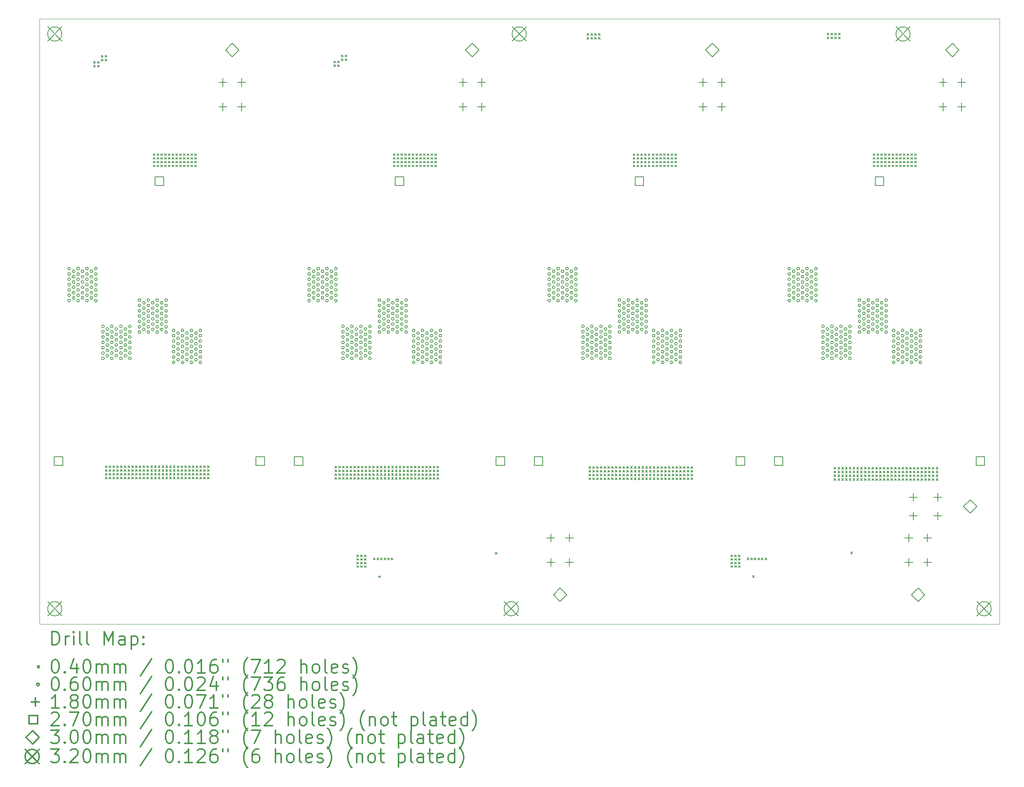
<source format=gbr>
%FSLAX45Y45*%
G04 Gerber Fmt 4.5, Leading zero omitted, Abs format (unit mm)*
G04 Created by KiCad (PCBNEW (5.1.4)-1) date 2019-10-29 10:52:41*
%MOMM*%
%LPD*%
G04 APERTURE LIST*
%ADD10C,0.050000*%
%ADD11C,0.200000*%
%ADD12C,0.300000*%
G04 APERTURE END LIST*
D10*
X23400000Y-2345000D02*
X1800000Y-2345000D01*
X1800000Y-15970000D02*
X1800000Y-2345000D01*
X23400000Y-15970000D02*
X1800000Y-15970000D01*
X23400000Y-2345000D02*
X23400000Y-15970000D01*
D11*
X3020000Y-3305000D02*
X3060000Y-3345000D01*
X3060000Y-3305000D02*
X3020000Y-3345000D01*
X3020000Y-3390000D02*
X3060000Y-3430000D01*
X3060000Y-3390000D02*
X3020000Y-3430000D01*
X3105000Y-3305000D02*
X3145000Y-3345000D01*
X3145000Y-3305000D02*
X3105000Y-3345000D01*
X3105000Y-3390000D02*
X3145000Y-3430000D01*
X3145000Y-3390000D02*
X3105000Y-3430000D01*
X3190000Y-3170000D02*
X3230000Y-3210000D01*
X3230000Y-3170000D02*
X3190000Y-3210000D01*
X3190000Y-3255000D02*
X3230000Y-3295000D01*
X3230000Y-3255000D02*
X3190000Y-3295000D01*
X3275000Y-3170000D02*
X3315000Y-3210000D01*
X3315000Y-3170000D02*
X3275000Y-3210000D01*
X3275000Y-3255000D02*
X3315000Y-3295000D01*
X3315000Y-3255000D02*
X3275000Y-3295000D01*
X3285000Y-12405000D02*
X3325000Y-12445000D01*
X3325000Y-12405000D02*
X3285000Y-12445000D01*
X3285000Y-12490000D02*
X3325000Y-12530000D01*
X3325000Y-12490000D02*
X3285000Y-12530000D01*
X3285000Y-12575000D02*
X3325000Y-12615000D01*
X3325000Y-12575000D02*
X3285000Y-12615000D01*
X3285000Y-12660000D02*
X3325000Y-12700000D01*
X3325000Y-12660000D02*
X3285000Y-12700000D01*
X3370000Y-12405000D02*
X3410000Y-12445000D01*
X3410000Y-12405000D02*
X3370000Y-12445000D01*
X3370000Y-12490000D02*
X3410000Y-12530000D01*
X3410000Y-12490000D02*
X3370000Y-12530000D01*
X3370000Y-12575000D02*
X3410000Y-12615000D01*
X3410000Y-12575000D02*
X3370000Y-12615000D01*
X3370000Y-12660000D02*
X3410000Y-12700000D01*
X3410000Y-12660000D02*
X3370000Y-12700000D01*
X3455000Y-12405000D02*
X3495000Y-12445000D01*
X3495000Y-12405000D02*
X3455000Y-12445000D01*
X3455000Y-12490000D02*
X3495000Y-12530000D01*
X3495000Y-12490000D02*
X3455000Y-12530000D01*
X3455000Y-12575000D02*
X3495000Y-12615000D01*
X3495000Y-12575000D02*
X3455000Y-12615000D01*
X3455000Y-12660000D02*
X3495000Y-12700000D01*
X3495000Y-12660000D02*
X3455000Y-12700000D01*
X3540000Y-12405000D02*
X3580000Y-12445000D01*
X3580000Y-12405000D02*
X3540000Y-12445000D01*
X3540000Y-12490000D02*
X3580000Y-12530000D01*
X3580000Y-12490000D02*
X3540000Y-12530000D01*
X3540000Y-12575000D02*
X3580000Y-12615000D01*
X3580000Y-12575000D02*
X3540000Y-12615000D01*
X3540000Y-12660000D02*
X3580000Y-12700000D01*
X3580000Y-12660000D02*
X3540000Y-12700000D01*
X3625000Y-12405000D02*
X3665000Y-12445000D01*
X3665000Y-12405000D02*
X3625000Y-12445000D01*
X3625000Y-12490000D02*
X3665000Y-12530000D01*
X3665000Y-12490000D02*
X3625000Y-12530000D01*
X3625000Y-12575000D02*
X3665000Y-12615000D01*
X3665000Y-12575000D02*
X3625000Y-12615000D01*
X3625000Y-12660000D02*
X3665000Y-12700000D01*
X3665000Y-12660000D02*
X3625000Y-12700000D01*
X3710000Y-12405000D02*
X3750000Y-12445000D01*
X3750000Y-12405000D02*
X3710000Y-12445000D01*
X3710000Y-12490000D02*
X3750000Y-12530000D01*
X3750000Y-12490000D02*
X3710000Y-12530000D01*
X3710000Y-12575000D02*
X3750000Y-12615000D01*
X3750000Y-12575000D02*
X3710000Y-12615000D01*
X3710000Y-12660000D02*
X3750000Y-12700000D01*
X3750000Y-12660000D02*
X3710000Y-12700000D01*
X3795000Y-12405000D02*
X3835000Y-12445000D01*
X3835000Y-12405000D02*
X3795000Y-12445000D01*
X3795000Y-12490000D02*
X3835000Y-12530000D01*
X3835000Y-12490000D02*
X3795000Y-12530000D01*
X3795000Y-12575000D02*
X3835000Y-12615000D01*
X3835000Y-12575000D02*
X3795000Y-12615000D01*
X3795000Y-12660000D02*
X3835000Y-12700000D01*
X3835000Y-12660000D02*
X3795000Y-12700000D01*
X3880000Y-12405000D02*
X3920000Y-12445000D01*
X3920000Y-12405000D02*
X3880000Y-12445000D01*
X3880000Y-12490000D02*
X3920000Y-12530000D01*
X3920000Y-12490000D02*
X3880000Y-12530000D01*
X3880000Y-12575000D02*
X3920000Y-12615000D01*
X3920000Y-12575000D02*
X3880000Y-12615000D01*
X3880000Y-12660000D02*
X3920000Y-12700000D01*
X3920000Y-12660000D02*
X3880000Y-12700000D01*
X3965000Y-12405000D02*
X4005000Y-12445000D01*
X4005000Y-12405000D02*
X3965000Y-12445000D01*
X3965000Y-12490000D02*
X4005000Y-12530000D01*
X4005000Y-12490000D02*
X3965000Y-12530000D01*
X3965000Y-12575000D02*
X4005000Y-12615000D01*
X4005000Y-12575000D02*
X3965000Y-12615000D01*
X3965000Y-12660000D02*
X4005000Y-12700000D01*
X4005000Y-12660000D02*
X3965000Y-12700000D01*
X4050000Y-12405000D02*
X4090000Y-12445000D01*
X4090000Y-12405000D02*
X4050000Y-12445000D01*
X4050000Y-12490000D02*
X4090000Y-12530000D01*
X4090000Y-12490000D02*
X4050000Y-12530000D01*
X4050000Y-12575000D02*
X4090000Y-12615000D01*
X4090000Y-12575000D02*
X4050000Y-12615000D01*
X4050000Y-12660000D02*
X4090000Y-12700000D01*
X4090000Y-12660000D02*
X4050000Y-12700000D01*
X4135000Y-12405000D02*
X4175000Y-12445000D01*
X4175000Y-12405000D02*
X4135000Y-12445000D01*
X4135000Y-12490000D02*
X4175000Y-12530000D01*
X4175000Y-12490000D02*
X4135000Y-12530000D01*
X4135000Y-12575000D02*
X4175000Y-12615000D01*
X4175000Y-12575000D02*
X4135000Y-12615000D01*
X4135000Y-12660000D02*
X4175000Y-12700000D01*
X4175000Y-12660000D02*
X4135000Y-12700000D01*
X4220000Y-12405000D02*
X4260000Y-12445000D01*
X4260000Y-12405000D02*
X4220000Y-12445000D01*
X4220000Y-12490000D02*
X4260000Y-12530000D01*
X4260000Y-12490000D02*
X4220000Y-12530000D01*
X4220000Y-12575000D02*
X4260000Y-12615000D01*
X4260000Y-12575000D02*
X4220000Y-12615000D01*
X4220000Y-12660000D02*
X4260000Y-12700000D01*
X4260000Y-12660000D02*
X4220000Y-12700000D01*
X4305000Y-12405000D02*
X4345000Y-12445000D01*
X4345000Y-12405000D02*
X4305000Y-12445000D01*
X4305000Y-12490000D02*
X4345000Y-12530000D01*
X4345000Y-12490000D02*
X4305000Y-12530000D01*
X4305000Y-12575000D02*
X4345000Y-12615000D01*
X4345000Y-12575000D02*
X4305000Y-12615000D01*
X4305000Y-12660000D02*
X4345000Y-12700000D01*
X4345000Y-12660000D02*
X4305000Y-12700000D01*
X4360000Y-5385000D02*
X4400000Y-5425000D01*
X4400000Y-5385000D02*
X4360000Y-5425000D01*
X4360000Y-5470000D02*
X4400000Y-5510000D01*
X4400000Y-5470000D02*
X4360000Y-5510000D01*
X4360000Y-5555000D02*
X4400000Y-5595000D01*
X4400000Y-5555000D02*
X4360000Y-5595000D01*
X4360000Y-5640000D02*
X4400000Y-5680000D01*
X4400000Y-5640000D02*
X4360000Y-5680000D01*
X4390000Y-12405000D02*
X4430000Y-12445000D01*
X4430000Y-12405000D02*
X4390000Y-12445000D01*
X4390000Y-12490000D02*
X4430000Y-12530000D01*
X4430000Y-12490000D02*
X4390000Y-12530000D01*
X4390000Y-12575000D02*
X4430000Y-12615000D01*
X4430000Y-12575000D02*
X4390000Y-12615000D01*
X4390000Y-12660000D02*
X4430000Y-12700000D01*
X4430000Y-12660000D02*
X4390000Y-12700000D01*
X4445000Y-5385000D02*
X4485000Y-5425000D01*
X4485000Y-5385000D02*
X4445000Y-5425000D01*
X4445000Y-5470000D02*
X4485000Y-5510000D01*
X4485000Y-5470000D02*
X4445000Y-5510000D01*
X4445000Y-5555000D02*
X4485000Y-5595000D01*
X4485000Y-5555000D02*
X4445000Y-5595000D01*
X4445000Y-5640000D02*
X4485000Y-5680000D01*
X4485000Y-5640000D02*
X4445000Y-5680000D01*
X4475000Y-12405000D02*
X4515000Y-12445000D01*
X4515000Y-12405000D02*
X4475000Y-12445000D01*
X4475000Y-12490000D02*
X4515000Y-12530000D01*
X4515000Y-12490000D02*
X4475000Y-12530000D01*
X4475000Y-12575000D02*
X4515000Y-12615000D01*
X4515000Y-12575000D02*
X4475000Y-12615000D01*
X4475000Y-12660000D02*
X4515000Y-12700000D01*
X4515000Y-12660000D02*
X4475000Y-12700000D01*
X4530000Y-5385000D02*
X4570000Y-5425000D01*
X4570000Y-5385000D02*
X4530000Y-5425000D01*
X4530000Y-5470000D02*
X4570000Y-5510000D01*
X4570000Y-5470000D02*
X4530000Y-5510000D01*
X4530000Y-5555000D02*
X4570000Y-5595000D01*
X4570000Y-5555000D02*
X4530000Y-5595000D01*
X4530000Y-5640000D02*
X4570000Y-5680000D01*
X4570000Y-5640000D02*
X4530000Y-5680000D01*
X4560000Y-12405000D02*
X4600000Y-12445000D01*
X4600000Y-12405000D02*
X4560000Y-12445000D01*
X4560000Y-12490000D02*
X4600000Y-12530000D01*
X4600000Y-12490000D02*
X4560000Y-12530000D01*
X4560000Y-12575000D02*
X4600000Y-12615000D01*
X4600000Y-12575000D02*
X4560000Y-12615000D01*
X4560000Y-12660000D02*
X4600000Y-12700000D01*
X4600000Y-12660000D02*
X4560000Y-12700000D01*
X4615000Y-5385000D02*
X4655000Y-5425000D01*
X4655000Y-5385000D02*
X4615000Y-5425000D01*
X4615000Y-5470000D02*
X4655000Y-5510000D01*
X4655000Y-5470000D02*
X4615000Y-5510000D01*
X4615000Y-5555000D02*
X4655000Y-5595000D01*
X4655000Y-5555000D02*
X4615000Y-5595000D01*
X4615000Y-5640000D02*
X4655000Y-5680000D01*
X4655000Y-5640000D02*
X4615000Y-5680000D01*
X4645000Y-12405000D02*
X4685000Y-12445000D01*
X4685000Y-12405000D02*
X4645000Y-12445000D01*
X4645000Y-12490000D02*
X4685000Y-12530000D01*
X4685000Y-12490000D02*
X4645000Y-12530000D01*
X4645000Y-12575000D02*
X4685000Y-12615000D01*
X4685000Y-12575000D02*
X4645000Y-12615000D01*
X4645000Y-12660000D02*
X4685000Y-12700000D01*
X4685000Y-12660000D02*
X4645000Y-12700000D01*
X4700000Y-5385000D02*
X4740000Y-5425000D01*
X4740000Y-5385000D02*
X4700000Y-5425000D01*
X4700000Y-5470000D02*
X4740000Y-5510000D01*
X4740000Y-5470000D02*
X4700000Y-5510000D01*
X4700000Y-5555000D02*
X4740000Y-5595000D01*
X4740000Y-5555000D02*
X4700000Y-5595000D01*
X4700000Y-5640000D02*
X4740000Y-5680000D01*
X4740000Y-5640000D02*
X4700000Y-5680000D01*
X4730000Y-12405000D02*
X4770000Y-12445000D01*
X4770000Y-12405000D02*
X4730000Y-12445000D01*
X4730000Y-12490000D02*
X4770000Y-12530000D01*
X4770000Y-12490000D02*
X4730000Y-12530000D01*
X4730000Y-12575000D02*
X4770000Y-12615000D01*
X4770000Y-12575000D02*
X4730000Y-12615000D01*
X4730000Y-12660000D02*
X4770000Y-12700000D01*
X4770000Y-12660000D02*
X4730000Y-12700000D01*
X4785000Y-5385000D02*
X4825000Y-5425000D01*
X4825000Y-5385000D02*
X4785000Y-5425000D01*
X4785000Y-5470000D02*
X4825000Y-5510000D01*
X4825000Y-5470000D02*
X4785000Y-5510000D01*
X4785000Y-5555000D02*
X4825000Y-5595000D01*
X4825000Y-5555000D02*
X4785000Y-5595000D01*
X4785000Y-5640000D02*
X4825000Y-5680000D01*
X4825000Y-5640000D02*
X4785000Y-5680000D01*
X4815000Y-12405000D02*
X4855000Y-12445000D01*
X4855000Y-12405000D02*
X4815000Y-12445000D01*
X4815000Y-12490000D02*
X4855000Y-12530000D01*
X4855000Y-12490000D02*
X4815000Y-12530000D01*
X4815000Y-12575000D02*
X4855000Y-12615000D01*
X4855000Y-12575000D02*
X4815000Y-12615000D01*
X4815000Y-12660000D02*
X4855000Y-12700000D01*
X4855000Y-12660000D02*
X4815000Y-12700000D01*
X4870000Y-5385000D02*
X4910000Y-5425000D01*
X4910000Y-5385000D02*
X4870000Y-5425000D01*
X4870000Y-5470000D02*
X4910000Y-5510000D01*
X4910000Y-5470000D02*
X4870000Y-5510000D01*
X4870000Y-5555000D02*
X4910000Y-5595000D01*
X4910000Y-5555000D02*
X4870000Y-5595000D01*
X4870000Y-5640000D02*
X4910000Y-5680000D01*
X4910000Y-5640000D02*
X4870000Y-5680000D01*
X4900000Y-12405000D02*
X4940000Y-12445000D01*
X4940000Y-12405000D02*
X4900000Y-12445000D01*
X4900000Y-12490000D02*
X4940000Y-12530000D01*
X4940000Y-12490000D02*
X4900000Y-12530000D01*
X4900000Y-12575000D02*
X4940000Y-12615000D01*
X4940000Y-12575000D02*
X4900000Y-12615000D01*
X4900000Y-12660000D02*
X4940000Y-12700000D01*
X4940000Y-12660000D02*
X4900000Y-12700000D01*
X4955000Y-5385000D02*
X4995000Y-5425000D01*
X4995000Y-5385000D02*
X4955000Y-5425000D01*
X4955000Y-5470000D02*
X4995000Y-5510000D01*
X4995000Y-5470000D02*
X4955000Y-5510000D01*
X4955000Y-5555000D02*
X4995000Y-5595000D01*
X4995000Y-5555000D02*
X4955000Y-5595000D01*
X4955000Y-5640000D02*
X4995000Y-5680000D01*
X4995000Y-5640000D02*
X4955000Y-5680000D01*
X4985000Y-12405000D02*
X5025000Y-12445000D01*
X5025000Y-12405000D02*
X4985000Y-12445000D01*
X4985000Y-12490000D02*
X5025000Y-12530000D01*
X5025000Y-12490000D02*
X4985000Y-12530000D01*
X4985000Y-12575000D02*
X5025000Y-12615000D01*
X5025000Y-12575000D02*
X4985000Y-12615000D01*
X4985000Y-12660000D02*
X5025000Y-12700000D01*
X5025000Y-12660000D02*
X4985000Y-12700000D01*
X5040000Y-5385000D02*
X5080000Y-5425000D01*
X5080000Y-5385000D02*
X5040000Y-5425000D01*
X5040000Y-5470000D02*
X5080000Y-5510000D01*
X5080000Y-5470000D02*
X5040000Y-5510000D01*
X5040000Y-5555000D02*
X5080000Y-5595000D01*
X5080000Y-5555000D02*
X5040000Y-5595000D01*
X5040000Y-5640000D02*
X5080000Y-5680000D01*
X5080000Y-5640000D02*
X5040000Y-5680000D01*
X5070000Y-12405000D02*
X5110000Y-12445000D01*
X5110000Y-12405000D02*
X5070000Y-12445000D01*
X5070000Y-12490000D02*
X5110000Y-12530000D01*
X5110000Y-12490000D02*
X5070000Y-12530000D01*
X5070000Y-12575000D02*
X5110000Y-12615000D01*
X5110000Y-12575000D02*
X5070000Y-12615000D01*
X5070000Y-12660000D02*
X5110000Y-12700000D01*
X5110000Y-12660000D02*
X5070000Y-12700000D01*
X5125000Y-5385000D02*
X5165000Y-5425000D01*
X5165000Y-5385000D02*
X5125000Y-5425000D01*
X5125000Y-5470000D02*
X5165000Y-5510000D01*
X5165000Y-5470000D02*
X5125000Y-5510000D01*
X5125000Y-5555000D02*
X5165000Y-5595000D01*
X5165000Y-5555000D02*
X5125000Y-5595000D01*
X5125000Y-5640000D02*
X5165000Y-5680000D01*
X5165000Y-5640000D02*
X5125000Y-5680000D01*
X5155000Y-12405000D02*
X5195000Y-12445000D01*
X5195000Y-12405000D02*
X5155000Y-12445000D01*
X5155000Y-12490000D02*
X5195000Y-12530000D01*
X5195000Y-12490000D02*
X5155000Y-12530000D01*
X5155000Y-12575000D02*
X5195000Y-12615000D01*
X5195000Y-12575000D02*
X5155000Y-12615000D01*
X5155000Y-12660000D02*
X5195000Y-12700000D01*
X5195000Y-12660000D02*
X5155000Y-12700000D01*
X5210000Y-5385000D02*
X5250000Y-5425000D01*
X5250000Y-5385000D02*
X5210000Y-5425000D01*
X5210000Y-5470000D02*
X5250000Y-5510000D01*
X5250000Y-5470000D02*
X5210000Y-5510000D01*
X5210000Y-5555000D02*
X5250000Y-5595000D01*
X5250000Y-5555000D02*
X5210000Y-5595000D01*
X5210000Y-5640000D02*
X5250000Y-5680000D01*
X5250000Y-5640000D02*
X5210000Y-5680000D01*
X5240000Y-12405000D02*
X5280000Y-12445000D01*
X5280000Y-12405000D02*
X5240000Y-12445000D01*
X5240000Y-12490000D02*
X5280000Y-12530000D01*
X5280000Y-12490000D02*
X5240000Y-12530000D01*
X5240000Y-12575000D02*
X5280000Y-12615000D01*
X5280000Y-12575000D02*
X5240000Y-12615000D01*
X5240000Y-12660000D02*
X5280000Y-12700000D01*
X5280000Y-12660000D02*
X5240000Y-12700000D01*
X5295000Y-5385000D02*
X5335000Y-5425000D01*
X5335000Y-5385000D02*
X5295000Y-5425000D01*
X5295000Y-5470000D02*
X5335000Y-5510000D01*
X5335000Y-5470000D02*
X5295000Y-5510000D01*
X5295000Y-5555000D02*
X5335000Y-5595000D01*
X5335000Y-5555000D02*
X5295000Y-5595000D01*
X5295000Y-5640000D02*
X5335000Y-5680000D01*
X5335000Y-5640000D02*
X5295000Y-5680000D01*
X5325000Y-12405000D02*
X5365000Y-12445000D01*
X5365000Y-12405000D02*
X5325000Y-12445000D01*
X5325000Y-12490000D02*
X5365000Y-12530000D01*
X5365000Y-12490000D02*
X5325000Y-12530000D01*
X5325000Y-12575000D02*
X5365000Y-12615000D01*
X5365000Y-12575000D02*
X5325000Y-12615000D01*
X5325000Y-12660000D02*
X5365000Y-12700000D01*
X5365000Y-12660000D02*
X5325000Y-12700000D01*
X5410000Y-12405000D02*
X5450000Y-12445000D01*
X5450000Y-12405000D02*
X5410000Y-12445000D01*
X5410000Y-12490000D02*
X5450000Y-12530000D01*
X5450000Y-12490000D02*
X5410000Y-12530000D01*
X5410000Y-12575000D02*
X5450000Y-12615000D01*
X5450000Y-12575000D02*
X5410000Y-12615000D01*
X5410000Y-12660000D02*
X5450000Y-12700000D01*
X5450000Y-12660000D02*
X5410000Y-12700000D01*
X5495000Y-12405000D02*
X5535000Y-12445000D01*
X5535000Y-12405000D02*
X5495000Y-12445000D01*
X5495000Y-12490000D02*
X5535000Y-12530000D01*
X5535000Y-12490000D02*
X5495000Y-12530000D01*
X5495000Y-12575000D02*
X5535000Y-12615000D01*
X5535000Y-12575000D02*
X5495000Y-12615000D01*
X5495000Y-12660000D02*
X5535000Y-12700000D01*
X5535000Y-12660000D02*
X5495000Y-12700000D01*
X5580000Y-12405000D02*
X5620000Y-12445000D01*
X5620000Y-12405000D02*
X5580000Y-12445000D01*
X5580000Y-12490000D02*
X5620000Y-12530000D01*
X5620000Y-12490000D02*
X5580000Y-12530000D01*
X5580000Y-12575000D02*
X5620000Y-12615000D01*
X5620000Y-12575000D02*
X5580000Y-12615000D01*
X5580000Y-12660000D02*
X5620000Y-12700000D01*
X5620000Y-12660000D02*
X5580000Y-12700000D01*
X8425000Y-3300000D02*
X8465000Y-3340000D01*
X8465000Y-3300000D02*
X8425000Y-3340000D01*
X8425000Y-3385000D02*
X8465000Y-3425000D01*
X8465000Y-3385000D02*
X8425000Y-3425000D01*
X8450000Y-12415000D02*
X8490000Y-12455000D01*
X8490000Y-12415000D02*
X8450000Y-12455000D01*
X8450000Y-12500000D02*
X8490000Y-12540000D01*
X8490000Y-12500000D02*
X8450000Y-12540000D01*
X8450000Y-12585000D02*
X8490000Y-12625000D01*
X8490000Y-12585000D02*
X8450000Y-12625000D01*
X8450000Y-12670000D02*
X8490000Y-12710000D01*
X8490000Y-12670000D02*
X8450000Y-12710000D01*
X8510000Y-3300000D02*
X8550000Y-3340000D01*
X8550000Y-3300000D02*
X8510000Y-3340000D01*
X8510000Y-3385000D02*
X8550000Y-3425000D01*
X8550000Y-3385000D02*
X8510000Y-3425000D01*
X8535000Y-12415000D02*
X8575000Y-12455000D01*
X8575000Y-12415000D02*
X8535000Y-12455000D01*
X8535000Y-12500000D02*
X8575000Y-12540000D01*
X8575000Y-12500000D02*
X8535000Y-12540000D01*
X8535000Y-12585000D02*
X8575000Y-12625000D01*
X8575000Y-12585000D02*
X8535000Y-12625000D01*
X8535000Y-12670000D02*
X8575000Y-12710000D01*
X8575000Y-12670000D02*
X8535000Y-12710000D01*
X8595000Y-3165000D02*
X8635000Y-3205000D01*
X8635000Y-3165000D02*
X8595000Y-3205000D01*
X8595000Y-3250000D02*
X8635000Y-3290000D01*
X8635000Y-3250000D02*
X8595000Y-3290000D01*
X8620000Y-12415000D02*
X8660000Y-12455000D01*
X8660000Y-12415000D02*
X8620000Y-12455000D01*
X8620000Y-12500000D02*
X8660000Y-12540000D01*
X8660000Y-12500000D02*
X8620000Y-12540000D01*
X8620000Y-12585000D02*
X8660000Y-12625000D01*
X8660000Y-12585000D02*
X8620000Y-12625000D01*
X8620000Y-12670000D02*
X8660000Y-12710000D01*
X8660000Y-12670000D02*
X8620000Y-12710000D01*
X8680000Y-3165000D02*
X8720000Y-3205000D01*
X8720000Y-3165000D02*
X8680000Y-3205000D01*
X8680000Y-3250000D02*
X8720000Y-3290000D01*
X8720000Y-3250000D02*
X8680000Y-3290000D01*
X8705000Y-12415000D02*
X8745000Y-12455000D01*
X8745000Y-12415000D02*
X8705000Y-12455000D01*
X8705000Y-12500000D02*
X8745000Y-12540000D01*
X8745000Y-12500000D02*
X8705000Y-12540000D01*
X8705000Y-12585000D02*
X8745000Y-12625000D01*
X8745000Y-12585000D02*
X8705000Y-12625000D01*
X8705000Y-12670000D02*
X8745000Y-12710000D01*
X8745000Y-12670000D02*
X8705000Y-12710000D01*
X8790000Y-12415000D02*
X8830000Y-12455000D01*
X8830000Y-12415000D02*
X8790000Y-12455000D01*
X8790000Y-12500000D02*
X8830000Y-12540000D01*
X8830000Y-12500000D02*
X8790000Y-12540000D01*
X8790000Y-12585000D02*
X8830000Y-12625000D01*
X8830000Y-12585000D02*
X8790000Y-12625000D01*
X8790000Y-12670000D02*
X8830000Y-12710000D01*
X8830000Y-12670000D02*
X8790000Y-12710000D01*
X8875000Y-12415000D02*
X8915000Y-12455000D01*
X8915000Y-12415000D02*
X8875000Y-12455000D01*
X8875000Y-12500000D02*
X8915000Y-12540000D01*
X8915000Y-12500000D02*
X8875000Y-12540000D01*
X8875000Y-12585000D02*
X8915000Y-12625000D01*
X8915000Y-12585000D02*
X8875000Y-12625000D01*
X8875000Y-12670000D02*
X8915000Y-12710000D01*
X8915000Y-12670000D02*
X8875000Y-12710000D01*
X8940000Y-14415000D02*
X8980000Y-14455000D01*
X8980000Y-14415000D02*
X8940000Y-14455000D01*
X8940000Y-14495000D02*
X8980000Y-14535000D01*
X8980000Y-14495000D02*
X8940000Y-14535000D01*
X8940000Y-14575000D02*
X8980000Y-14615000D01*
X8980000Y-14575000D02*
X8940000Y-14615000D01*
X8940000Y-14655000D02*
X8980000Y-14695000D01*
X8980000Y-14655000D02*
X8940000Y-14695000D01*
X8960000Y-12415000D02*
X9000000Y-12455000D01*
X9000000Y-12415000D02*
X8960000Y-12455000D01*
X8960000Y-12500000D02*
X9000000Y-12540000D01*
X9000000Y-12500000D02*
X8960000Y-12540000D01*
X8960000Y-12585000D02*
X9000000Y-12625000D01*
X9000000Y-12585000D02*
X8960000Y-12625000D01*
X8960000Y-12670000D02*
X9000000Y-12710000D01*
X9000000Y-12670000D02*
X8960000Y-12710000D01*
X9025000Y-14415000D02*
X9065000Y-14455000D01*
X9065000Y-14415000D02*
X9025000Y-14455000D01*
X9025000Y-14495000D02*
X9065000Y-14535000D01*
X9065000Y-14495000D02*
X9025000Y-14535000D01*
X9025000Y-14575000D02*
X9065000Y-14615000D01*
X9065000Y-14575000D02*
X9025000Y-14615000D01*
X9025000Y-14655000D02*
X9065000Y-14695000D01*
X9065000Y-14655000D02*
X9025000Y-14695000D01*
X9045000Y-12415000D02*
X9085000Y-12455000D01*
X9085000Y-12415000D02*
X9045000Y-12455000D01*
X9045000Y-12500000D02*
X9085000Y-12540000D01*
X9085000Y-12500000D02*
X9045000Y-12540000D01*
X9045000Y-12585000D02*
X9085000Y-12625000D01*
X9085000Y-12585000D02*
X9045000Y-12625000D01*
X9045000Y-12670000D02*
X9085000Y-12710000D01*
X9085000Y-12670000D02*
X9045000Y-12710000D01*
X9110000Y-14415000D02*
X9150000Y-14455000D01*
X9150000Y-14415000D02*
X9110000Y-14455000D01*
X9110000Y-14495000D02*
X9150000Y-14535000D01*
X9150000Y-14495000D02*
X9110000Y-14535000D01*
X9110000Y-14575000D02*
X9150000Y-14615000D01*
X9150000Y-14575000D02*
X9110000Y-14615000D01*
X9110000Y-14655000D02*
X9150000Y-14695000D01*
X9150000Y-14655000D02*
X9110000Y-14695000D01*
X9130000Y-12415000D02*
X9170000Y-12455000D01*
X9170000Y-12415000D02*
X9130000Y-12455000D01*
X9130000Y-12500000D02*
X9170000Y-12540000D01*
X9170000Y-12500000D02*
X9130000Y-12540000D01*
X9130000Y-12585000D02*
X9170000Y-12625000D01*
X9170000Y-12585000D02*
X9130000Y-12625000D01*
X9130000Y-12670000D02*
X9170000Y-12710000D01*
X9170000Y-12670000D02*
X9130000Y-12710000D01*
X9215000Y-12415000D02*
X9255000Y-12455000D01*
X9255000Y-12415000D02*
X9215000Y-12455000D01*
X9215000Y-12500000D02*
X9255000Y-12540000D01*
X9255000Y-12500000D02*
X9215000Y-12540000D01*
X9215000Y-12585000D02*
X9255000Y-12625000D01*
X9255000Y-12585000D02*
X9215000Y-12625000D01*
X9215000Y-12670000D02*
X9255000Y-12710000D01*
X9255000Y-12670000D02*
X9215000Y-12710000D01*
X9300000Y-12415000D02*
X9340000Y-12455000D01*
X9340000Y-12415000D02*
X9300000Y-12455000D01*
X9300000Y-12500000D02*
X9340000Y-12540000D01*
X9340000Y-12500000D02*
X9300000Y-12540000D01*
X9300000Y-12585000D02*
X9340000Y-12625000D01*
X9340000Y-12585000D02*
X9300000Y-12625000D01*
X9300000Y-12670000D02*
X9340000Y-12710000D01*
X9340000Y-12670000D02*
X9300000Y-12710000D01*
X9315000Y-14480000D02*
X9355000Y-14520000D01*
X9355000Y-14480000D02*
X9315000Y-14520000D01*
X9385000Y-12415000D02*
X9425000Y-12455000D01*
X9425000Y-12415000D02*
X9385000Y-12455000D01*
X9385000Y-12500000D02*
X9425000Y-12540000D01*
X9425000Y-12500000D02*
X9385000Y-12540000D01*
X9385000Y-12585000D02*
X9425000Y-12625000D01*
X9425000Y-12585000D02*
X9385000Y-12625000D01*
X9385000Y-12670000D02*
X9425000Y-12710000D01*
X9425000Y-12670000D02*
X9385000Y-12710000D01*
X9395000Y-14480000D02*
X9435000Y-14520000D01*
X9435000Y-14480000D02*
X9395000Y-14520000D01*
X9435000Y-14885000D02*
X9475000Y-14925000D01*
X9475000Y-14885000D02*
X9435000Y-14925000D01*
X9470000Y-12415000D02*
X9510000Y-12455000D01*
X9510000Y-12415000D02*
X9470000Y-12455000D01*
X9470000Y-12500000D02*
X9510000Y-12540000D01*
X9510000Y-12500000D02*
X9470000Y-12540000D01*
X9470000Y-12585000D02*
X9510000Y-12625000D01*
X9510000Y-12585000D02*
X9470000Y-12625000D01*
X9470000Y-12670000D02*
X9510000Y-12710000D01*
X9510000Y-12670000D02*
X9470000Y-12710000D01*
X9475000Y-14480000D02*
X9515000Y-14520000D01*
X9515000Y-14480000D02*
X9475000Y-14520000D01*
X9555000Y-12415000D02*
X9595000Y-12455000D01*
X9595000Y-12415000D02*
X9555000Y-12455000D01*
X9555000Y-12500000D02*
X9595000Y-12540000D01*
X9595000Y-12500000D02*
X9555000Y-12540000D01*
X9555000Y-12585000D02*
X9595000Y-12625000D01*
X9595000Y-12585000D02*
X9555000Y-12625000D01*
X9555000Y-12670000D02*
X9595000Y-12710000D01*
X9595000Y-12670000D02*
X9555000Y-12710000D01*
X9555000Y-14480000D02*
X9595000Y-14520000D01*
X9595000Y-14480000D02*
X9555000Y-14520000D01*
X9635000Y-14480000D02*
X9675000Y-14520000D01*
X9675000Y-14480000D02*
X9635000Y-14520000D01*
X9640000Y-12415000D02*
X9680000Y-12455000D01*
X9680000Y-12415000D02*
X9640000Y-12455000D01*
X9640000Y-12500000D02*
X9680000Y-12540000D01*
X9680000Y-12500000D02*
X9640000Y-12540000D01*
X9640000Y-12585000D02*
X9680000Y-12625000D01*
X9680000Y-12585000D02*
X9640000Y-12625000D01*
X9640000Y-12670000D02*
X9680000Y-12710000D01*
X9680000Y-12670000D02*
X9640000Y-12710000D01*
X9715000Y-14480000D02*
X9755000Y-14520000D01*
X9755000Y-14480000D02*
X9715000Y-14520000D01*
X9725000Y-12415000D02*
X9765000Y-12455000D01*
X9765000Y-12415000D02*
X9725000Y-12455000D01*
X9725000Y-12500000D02*
X9765000Y-12540000D01*
X9765000Y-12500000D02*
X9725000Y-12540000D01*
X9725000Y-12585000D02*
X9765000Y-12625000D01*
X9765000Y-12585000D02*
X9725000Y-12625000D01*
X9725000Y-12670000D02*
X9765000Y-12710000D01*
X9765000Y-12670000D02*
X9725000Y-12710000D01*
X9760000Y-5385000D02*
X9800000Y-5425000D01*
X9800000Y-5385000D02*
X9760000Y-5425000D01*
X9760000Y-5470000D02*
X9800000Y-5510000D01*
X9800000Y-5470000D02*
X9760000Y-5510000D01*
X9760000Y-5555000D02*
X9800000Y-5595000D01*
X9800000Y-5555000D02*
X9760000Y-5595000D01*
X9760000Y-5640000D02*
X9800000Y-5680000D01*
X9800000Y-5640000D02*
X9760000Y-5680000D01*
X9810000Y-12415000D02*
X9850000Y-12455000D01*
X9850000Y-12415000D02*
X9810000Y-12455000D01*
X9810000Y-12500000D02*
X9850000Y-12540000D01*
X9850000Y-12500000D02*
X9810000Y-12540000D01*
X9810000Y-12585000D02*
X9850000Y-12625000D01*
X9850000Y-12585000D02*
X9810000Y-12625000D01*
X9810000Y-12670000D02*
X9850000Y-12710000D01*
X9850000Y-12670000D02*
X9810000Y-12710000D01*
X9845000Y-5385000D02*
X9885000Y-5425000D01*
X9885000Y-5385000D02*
X9845000Y-5425000D01*
X9845000Y-5470000D02*
X9885000Y-5510000D01*
X9885000Y-5470000D02*
X9845000Y-5510000D01*
X9845000Y-5555000D02*
X9885000Y-5595000D01*
X9885000Y-5555000D02*
X9845000Y-5595000D01*
X9845000Y-5640000D02*
X9885000Y-5680000D01*
X9885000Y-5640000D02*
X9845000Y-5680000D01*
X9895000Y-12415000D02*
X9935000Y-12455000D01*
X9935000Y-12415000D02*
X9895000Y-12455000D01*
X9895000Y-12500000D02*
X9935000Y-12540000D01*
X9935000Y-12500000D02*
X9895000Y-12540000D01*
X9895000Y-12585000D02*
X9935000Y-12625000D01*
X9935000Y-12585000D02*
X9895000Y-12625000D01*
X9895000Y-12670000D02*
X9935000Y-12710000D01*
X9935000Y-12670000D02*
X9895000Y-12710000D01*
X9930000Y-5385000D02*
X9970000Y-5425000D01*
X9970000Y-5385000D02*
X9930000Y-5425000D01*
X9930000Y-5470000D02*
X9970000Y-5510000D01*
X9970000Y-5470000D02*
X9930000Y-5510000D01*
X9930000Y-5555000D02*
X9970000Y-5595000D01*
X9970000Y-5555000D02*
X9930000Y-5595000D01*
X9930000Y-5640000D02*
X9970000Y-5680000D01*
X9970000Y-5640000D02*
X9930000Y-5680000D01*
X9980000Y-12415000D02*
X10020000Y-12455000D01*
X10020000Y-12415000D02*
X9980000Y-12455000D01*
X9980000Y-12500000D02*
X10020000Y-12540000D01*
X10020000Y-12500000D02*
X9980000Y-12540000D01*
X9980000Y-12585000D02*
X10020000Y-12625000D01*
X10020000Y-12585000D02*
X9980000Y-12625000D01*
X9980000Y-12670000D02*
X10020000Y-12710000D01*
X10020000Y-12670000D02*
X9980000Y-12710000D01*
X10015000Y-5385000D02*
X10055000Y-5425000D01*
X10055000Y-5385000D02*
X10015000Y-5425000D01*
X10015000Y-5470000D02*
X10055000Y-5510000D01*
X10055000Y-5470000D02*
X10015000Y-5510000D01*
X10015000Y-5555000D02*
X10055000Y-5595000D01*
X10055000Y-5555000D02*
X10015000Y-5595000D01*
X10015000Y-5640000D02*
X10055000Y-5680000D01*
X10055000Y-5640000D02*
X10015000Y-5680000D01*
X10065000Y-12415000D02*
X10105000Y-12455000D01*
X10105000Y-12415000D02*
X10065000Y-12455000D01*
X10065000Y-12500000D02*
X10105000Y-12540000D01*
X10105000Y-12500000D02*
X10065000Y-12540000D01*
X10065000Y-12585000D02*
X10105000Y-12625000D01*
X10105000Y-12585000D02*
X10065000Y-12625000D01*
X10065000Y-12670000D02*
X10105000Y-12710000D01*
X10105000Y-12670000D02*
X10065000Y-12710000D01*
X10100000Y-5385000D02*
X10140000Y-5425000D01*
X10140000Y-5385000D02*
X10100000Y-5425000D01*
X10100000Y-5470000D02*
X10140000Y-5510000D01*
X10140000Y-5470000D02*
X10100000Y-5510000D01*
X10100000Y-5555000D02*
X10140000Y-5595000D01*
X10140000Y-5555000D02*
X10100000Y-5595000D01*
X10100000Y-5640000D02*
X10140000Y-5680000D01*
X10140000Y-5640000D02*
X10100000Y-5680000D01*
X10150000Y-12415000D02*
X10190000Y-12455000D01*
X10190000Y-12415000D02*
X10150000Y-12455000D01*
X10150000Y-12500000D02*
X10190000Y-12540000D01*
X10190000Y-12500000D02*
X10150000Y-12540000D01*
X10150000Y-12585000D02*
X10190000Y-12625000D01*
X10190000Y-12585000D02*
X10150000Y-12625000D01*
X10150000Y-12670000D02*
X10190000Y-12710000D01*
X10190000Y-12670000D02*
X10150000Y-12710000D01*
X10185000Y-5385000D02*
X10225000Y-5425000D01*
X10225000Y-5385000D02*
X10185000Y-5425000D01*
X10185000Y-5470000D02*
X10225000Y-5510000D01*
X10225000Y-5470000D02*
X10185000Y-5510000D01*
X10185000Y-5555000D02*
X10225000Y-5595000D01*
X10225000Y-5555000D02*
X10185000Y-5595000D01*
X10185000Y-5640000D02*
X10225000Y-5680000D01*
X10225000Y-5640000D02*
X10185000Y-5680000D01*
X10235000Y-12415000D02*
X10275000Y-12455000D01*
X10275000Y-12415000D02*
X10235000Y-12455000D01*
X10235000Y-12500000D02*
X10275000Y-12540000D01*
X10275000Y-12500000D02*
X10235000Y-12540000D01*
X10235000Y-12585000D02*
X10275000Y-12625000D01*
X10275000Y-12585000D02*
X10235000Y-12625000D01*
X10235000Y-12670000D02*
X10275000Y-12710000D01*
X10275000Y-12670000D02*
X10235000Y-12710000D01*
X10270000Y-5385000D02*
X10310000Y-5425000D01*
X10310000Y-5385000D02*
X10270000Y-5425000D01*
X10270000Y-5470000D02*
X10310000Y-5510000D01*
X10310000Y-5470000D02*
X10270000Y-5510000D01*
X10270000Y-5555000D02*
X10310000Y-5595000D01*
X10310000Y-5555000D02*
X10270000Y-5595000D01*
X10270000Y-5640000D02*
X10310000Y-5680000D01*
X10310000Y-5640000D02*
X10270000Y-5680000D01*
X10320000Y-12415000D02*
X10360000Y-12455000D01*
X10360000Y-12415000D02*
X10320000Y-12455000D01*
X10320000Y-12500000D02*
X10360000Y-12540000D01*
X10360000Y-12500000D02*
X10320000Y-12540000D01*
X10320000Y-12585000D02*
X10360000Y-12625000D01*
X10360000Y-12585000D02*
X10320000Y-12625000D01*
X10320000Y-12670000D02*
X10360000Y-12710000D01*
X10360000Y-12670000D02*
X10320000Y-12710000D01*
X10355000Y-5385000D02*
X10395000Y-5425000D01*
X10395000Y-5385000D02*
X10355000Y-5425000D01*
X10355000Y-5470000D02*
X10395000Y-5510000D01*
X10395000Y-5470000D02*
X10355000Y-5510000D01*
X10355000Y-5555000D02*
X10395000Y-5595000D01*
X10395000Y-5555000D02*
X10355000Y-5595000D01*
X10355000Y-5640000D02*
X10395000Y-5680000D01*
X10395000Y-5640000D02*
X10355000Y-5680000D01*
X10405000Y-12415000D02*
X10445000Y-12455000D01*
X10445000Y-12415000D02*
X10405000Y-12455000D01*
X10405000Y-12500000D02*
X10445000Y-12540000D01*
X10445000Y-12500000D02*
X10405000Y-12540000D01*
X10405000Y-12585000D02*
X10445000Y-12625000D01*
X10445000Y-12585000D02*
X10405000Y-12625000D01*
X10405000Y-12670000D02*
X10445000Y-12710000D01*
X10445000Y-12670000D02*
X10405000Y-12710000D01*
X10440000Y-5385000D02*
X10480000Y-5425000D01*
X10480000Y-5385000D02*
X10440000Y-5425000D01*
X10440000Y-5470000D02*
X10480000Y-5510000D01*
X10480000Y-5470000D02*
X10440000Y-5510000D01*
X10440000Y-5555000D02*
X10480000Y-5595000D01*
X10480000Y-5555000D02*
X10440000Y-5595000D01*
X10440000Y-5640000D02*
X10480000Y-5680000D01*
X10480000Y-5640000D02*
X10440000Y-5680000D01*
X10490000Y-12415000D02*
X10530000Y-12455000D01*
X10530000Y-12415000D02*
X10490000Y-12455000D01*
X10490000Y-12500000D02*
X10530000Y-12540000D01*
X10530000Y-12500000D02*
X10490000Y-12540000D01*
X10490000Y-12585000D02*
X10530000Y-12625000D01*
X10530000Y-12585000D02*
X10490000Y-12625000D01*
X10490000Y-12670000D02*
X10530000Y-12710000D01*
X10530000Y-12670000D02*
X10490000Y-12710000D01*
X10525000Y-5385000D02*
X10565000Y-5425000D01*
X10565000Y-5385000D02*
X10525000Y-5425000D01*
X10525000Y-5470000D02*
X10565000Y-5510000D01*
X10565000Y-5470000D02*
X10525000Y-5510000D01*
X10525000Y-5555000D02*
X10565000Y-5595000D01*
X10565000Y-5555000D02*
X10525000Y-5595000D01*
X10525000Y-5640000D02*
X10565000Y-5680000D01*
X10565000Y-5640000D02*
X10525000Y-5680000D01*
X10575000Y-12415000D02*
X10615000Y-12455000D01*
X10615000Y-12415000D02*
X10575000Y-12455000D01*
X10575000Y-12500000D02*
X10615000Y-12540000D01*
X10615000Y-12500000D02*
X10575000Y-12540000D01*
X10575000Y-12585000D02*
X10615000Y-12625000D01*
X10615000Y-12585000D02*
X10575000Y-12625000D01*
X10575000Y-12670000D02*
X10615000Y-12710000D01*
X10615000Y-12670000D02*
X10575000Y-12710000D01*
X10610000Y-5385000D02*
X10650000Y-5425000D01*
X10650000Y-5385000D02*
X10610000Y-5425000D01*
X10610000Y-5470000D02*
X10650000Y-5510000D01*
X10650000Y-5470000D02*
X10610000Y-5510000D01*
X10610000Y-5555000D02*
X10650000Y-5595000D01*
X10650000Y-5555000D02*
X10610000Y-5595000D01*
X10610000Y-5640000D02*
X10650000Y-5680000D01*
X10650000Y-5640000D02*
X10610000Y-5680000D01*
X10660000Y-12415000D02*
X10700000Y-12455000D01*
X10700000Y-12415000D02*
X10660000Y-12455000D01*
X10660000Y-12500000D02*
X10700000Y-12540000D01*
X10700000Y-12500000D02*
X10660000Y-12540000D01*
X10660000Y-12585000D02*
X10700000Y-12625000D01*
X10700000Y-12585000D02*
X10660000Y-12625000D01*
X10660000Y-12670000D02*
X10700000Y-12710000D01*
X10700000Y-12670000D02*
X10660000Y-12710000D01*
X10695000Y-5385000D02*
X10735000Y-5425000D01*
X10735000Y-5385000D02*
X10695000Y-5425000D01*
X10695000Y-5470000D02*
X10735000Y-5510000D01*
X10735000Y-5470000D02*
X10695000Y-5510000D01*
X10695000Y-5555000D02*
X10735000Y-5595000D01*
X10735000Y-5555000D02*
X10695000Y-5595000D01*
X10695000Y-5640000D02*
X10735000Y-5680000D01*
X10735000Y-5640000D02*
X10695000Y-5680000D01*
X10745000Y-12415000D02*
X10785000Y-12455000D01*
X10785000Y-12415000D02*
X10745000Y-12455000D01*
X10745000Y-12500000D02*
X10785000Y-12540000D01*
X10785000Y-12500000D02*
X10745000Y-12540000D01*
X10745000Y-12585000D02*
X10785000Y-12625000D01*
X10785000Y-12585000D02*
X10745000Y-12625000D01*
X10745000Y-12670000D02*
X10785000Y-12710000D01*
X10785000Y-12670000D02*
X10745000Y-12710000D01*
X12055000Y-14355000D02*
X12095000Y-14395000D01*
X12095000Y-14355000D02*
X12055000Y-14395000D01*
X14120000Y-2680000D02*
X14160000Y-2720000D01*
X14160000Y-2680000D02*
X14120000Y-2720000D01*
X14120000Y-2765000D02*
X14160000Y-2805000D01*
X14160000Y-2765000D02*
X14120000Y-2805000D01*
X14165000Y-12425000D02*
X14205000Y-12465000D01*
X14205000Y-12425000D02*
X14165000Y-12465000D01*
X14165000Y-12510000D02*
X14205000Y-12550000D01*
X14205000Y-12510000D02*
X14165000Y-12550000D01*
X14165000Y-12595000D02*
X14205000Y-12635000D01*
X14205000Y-12595000D02*
X14165000Y-12635000D01*
X14165000Y-12680000D02*
X14205000Y-12720000D01*
X14205000Y-12680000D02*
X14165000Y-12720000D01*
X14205000Y-2680000D02*
X14245000Y-2720000D01*
X14245000Y-2680000D02*
X14205000Y-2720000D01*
X14205000Y-2765000D02*
X14245000Y-2805000D01*
X14245000Y-2765000D02*
X14205000Y-2805000D01*
X14250000Y-12425000D02*
X14290000Y-12465000D01*
X14290000Y-12425000D02*
X14250000Y-12465000D01*
X14250000Y-12510000D02*
X14290000Y-12550000D01*
X14290000Y-12510000D02*
X14250000Y-12550000D01*
X14250000Y-12595000D02*
X14290000Y-12635000D01*
X14290000Y-12595000D02*
X14250000Y-12635000D01*
X14250000Y-12680000D02*
X14290000Y-12720000D01*
X14290000Y-12680000D02*
X14250000Y-12720000D01*
X14290000Y-2680000D02*
X14330000Y-2720000D01*
X14330000Y-2680000D02*
X14290000Y-2720000D01*
X14290000Y-2765000D02*
X14330000Y-2805000D01*
X14330000Y-2765000D02*
X14290000Y-2805000D01*
X14335000Y-12425000D02*
X14375000Y-12465000D01*
X14375000Y-12425000D02*
X14335000Y-12465000D01*
X14335000Y-12510000D02*
X14375000Y-12550000D01*
X14375000Y-12510000D02*
X14335000Y-12550000D01*
X14335000Y-12595000D02*
X14375000Y-12635000D01*
X14375000Y-12595000D02*
X14335000Y-12635000D01*
X14335000Y-12680000D02*
X14375000Y-12720000D01*
X14375000Y-12680000D02*
X14335000Y-12720000D01*
X14375000Y-2680000D02*
X14415000Y-2720000D01*
X14415000Y-2680000D02*
X14375000Y-2720000D01*
X14375000Y-2765000D02*
X14415000Y-2805000D01*
X14415000Y-2765000D02*
X14375000Y-2805000D01*
X14420000Y-12425000D02*
X14460000Y-12465000D01*
X14460000Y-12425000D02*
X14420000Y-12465000D01*
X14420000Y-12510000D02*
X14460000Y-12550000D01*
X14460000Y-12510000D02*
X14420000Y-12550000D01*
X14420000Y-12595000D02*
X14460000Y-12635000D01*
X14460000Y-12595000D02*
X14420000Y-12635000D01*
X14420000Y-12680000D02*
X14460000Y-12720000D01*
X14460000Y-12680000D02*
X14420000Y-12720000D01*
X14505000Y-12425000D02*
X14545000Y-12465000D01*
X14545000Y-12425000D02*
X14505000Y-12465000D01*
X14505000Y-12510000D02*
X14545000Y-12550000D01*
X14545000Y-12510000D02*
X14505000Y-12550000D01*
X14505000Y-12595000D02*
X14545000Y-12635000D01*
X14545000Y-12595000D02*
X14505000Y-12635000D01*
X14505000Y-12680000D02*
X14545000Y-12720000D01*
X14545000Y-12680000D02*
X14505000Y-12720000D01*
X14590000Y-12425000D02*
X14630000Y-12465000D01*
X14630000Y-12425000D02*
X14590000Y-12465000D01*
X14590000Y-12510000D02*
X14630000Y-12550000D01*
X14630000Y-12510000D02*
X14590000Y-12550000D01*
X14590000Y-12595000D02*
X14630000Y-12635000D01*
X14630000Y-12595000D02*
X14590000Y-12635000D01*
X14590000Y-12680000D02*
X14630000Y-12720000D01*
X14630000Y-12680000D02*
X14590000Y-12720000D01*
X14675000Y-12425000D02*
X14715000Y-12465000D01*
X14715000Y-12425000D02*
X14675000Y-12465000D01*
X14675000Y-12510000D02*
X14715000Y-12550000D01*
X14715000Y-12510000D02*
X14675000Y-12550000D01*
X14675000Y-12595000D02*
X14715000Y-12635000D01*
X14715000Y-12595000D02*
X14675000Y-12635000D01*
X14675000Y-12680000D02*
X14715000Y-12720000D01*
X14715000Y-12680000D02*
X14675000Y-12720000D01*
X14760000Y-12425000D02*
X14800000Y-12465000D01*
X14800000Y-12425000D02*
X14760000Y-12465000D01*
X14760000Y-12510000D02*
X14800000Y-12550000D01*
X14800000Y-12510000D02*
X14760000Y-12550000D01*
X14760000Y-12595000D02*
X14800000Y-12635000D01*
X14800000Y-12595000D02*
X14760000Y-12635000D01*
X14760000Y-12680000D02*
X14800000Y-12720000D01*
X14800000Y-12680000D02*
X14760000Y-12720000D01*
X14845000Y-12425000D02*
X14885000Y-12465000D01*
X14885000Y-12425000D02*
X14845000Y-12465000D01*
X14845000Y-12510000D02*
X14885000Y-12550000D01*
X14885000Y-12510000D02*
X14845000Y-12550000D01*
X14845000Y-12595000D02*
X14885000Y-12635000D01*
X14885000Y-12595000D02*
X14845000Y-12635000D01*
X14845000Y-12680000D02*
X14885000Y-12720000D01*
X14885000Y-12680000D02*
X14845000Y-12720000D01*
X14930000Y-12425000D02*
X14970000Y-12465000D01*
X14970000Y-12425000D02*
X14930000Y-12465000D01*
X14930000Y-12510000D02*
X14970000Y-12550000D01*
X14970000Y-12510000D02*
X14930000Y-12550000D01*
X14930000Y-12595000D02*
X14970000Y-12635000D01*
X14970000Y-12595000D02*
X14930000Y-12635000D01*
X14930000Y-12680000D02*
X14970000Y-12720000D01*
X14970000Y-12680000D02*
X14930000Y-12720000D01*
X15015000Y-12425000D02*
X15055000Y-12465000D01*
X15055000Y-12425000D02*
X15015000Y-12465000D01*
X15015000Y-12510000D02*
X15055000Y-12550000D01*
X15055000Y-12510000D02*
X15015000Y-12550000D01*
X15015000Y-12595000D02*
X15055000Y-12635000D01*
X15055000Y-12595000D02*
X15015000Y-12635000D01*
X15015000Y-12680000D02*
X15055000Y-12720000D01*
X15055000Y-12680000D02*
X15015000Y-12720000D01*
X15100000Y-12425000D02*
X15140000Y-12465000D01*
X15140000Y-12425000D02*
X15100000Y-12465000D01*
X15100000Y-12510000D02*
X15140000Y-12550000D01*
X15140000Y-12510000D02*
X15100000Y-12550000D01*
X15100000Y-12595000D02*
X15140000Y-12635000D01*
X15140000Y-12595000D02*
X15100000Y-12635000D01*
X15100000Y-12680000D02*
X15140000Y-12720000D01*
X15140000Y-12680000D02*
X15100000Y-12720000D01*
X15160000Y-5385000D02*
X15200000Y-5425000D01*
X15200000Y-5385000D02*
X15160000Y-5425000D01*
X15160000Y-5470000D02*
X15200000Y-5510000D01*
X15200000Y-5470000D02*
X15160000Y-5510000D01*
X15160000Y-5555000D02*
X15200000Y-5595000D01*
X15200000Y-5555000D02*
X15160000Y-5595000D01*
X15160000Y-5640000D02*
X15200000Y-5680000D01*
X15200000Y-5640000D02*
X15160000Y-5680000D01*
X15185000Y-12425000D02*
X15225000Y-12465000D01*
X15225000Y-12425000D02*
X15185000Y-12465000D01*
X15185000Y-12510000D02*
X15225000Y-12550000D01*
X15225000Y-12510000D02*
X15185000Y-12550000D01*
X15185000Y-12595000D02*
X15225000Y-12635000D01*
X15225000Y-12595000D02*
X15185000Y-12635000D01*
X15185000Y-12680000D02*
X15225000Y-12720000D01*
X15225000Y-12680000D02*
X15185000Y-12720000D01*
X15245000Y-5385000D02*
X15285000Y-5425000D01*
X15285000Y-5385000D02*
X15245000Y-5425000D01*
X15245000Y-5470000D02*
X15285000Y-5510000D01*
X15285000Y-5470000D02*
X15245000Y-5510000D01*
X15245000Y-5555000D02*
X15285000Y-5595000D01*
X15285000Y-5555000D02*
X15245000Y-5595000D01*
X15245000Y-5640000D02*
X15285000Y-5680000D01*
X15285000Y-5640000D02*
X15245000Y-5680000D01*
X15270000Y-12425000D02*
X15310000Y-12465000D01*
X15310000Y-12425000D02*
X15270000Y-12465000D01*
X15270000Y-12510000D02*
X15310000Y-12550000D01*
X15310000Y-12510000D02*
X15270000Y-12550000D01*
X15270000Y-12595000D02*
X15310000Y-12635000D01*
X15310000Y-12595000D02*
X15270000Y-12635000D01*
X15270000Y-12680000D02*
X15310000Y-12720000D01*
X15310000Y-12680000D02*
X15270000Y-12720000D01*
X15330000Y-5385000D02*
X15370000Y-5425000D01*
X15370000Y-5385000D02*
X15330000Y-5425000D01*
X15330000Y-5470000D02*
X15370000Y-5510000D01*
X15370000Y-5470000D02*
X15330000Y-5510000D01*
X15330000Y-5555000D02*
X15370000Y-5595000D01*
X15370000Y-5555000D02*
X15330000Y-5595000D01*
X15330000Y-5640000D02*
X15370000Y-5680000D01*
X15370000Y-5640000D02*
X15330000Y-5680000D01*
X15355000Y-12425000D02*
X15395000Y-12465000D01*
X15395000Y-12425000D02*
X15355000Y-12465000D01*
X15355000Y-12510000D02*
X15395000Y-12550000D01*
X15395000Y-12510000D02*
X15355000Y-12550000D01*
X15355000Y-12595000D02*
X15395000Y-12635000D01*
X15395000Y-12595000D02*
X15355000Y-12635000D01*
X15355000Y-12680000D02*
X15395000Y-12720000D01*
X15395000Y-12680000D02*
X15355000Y-12720000D01*
X15415000Y-5385000D02*
X15455000Y-5425000D01*
X15455000Y-5385000D02*
X15415000Y-5425000D01*
X15415000Y-5470000D02*
X15455000Y-5510000D01*
X15455000Y-5470000D02*
X15415000Y-5510000D01*
X15415000Y-5555000D02*
X15455000Y-5595000D01*
X15455000Y-5555000D02*
X15415000Y-5595000D01*
X15415000Y-5640000D02*
X15455000Y-5680000D01*
X15455000Y-5640000D02*
X15415000Y-5680000D01*
X15440000Y-12425000D02*
X15480000Y-12465000D01*
X15480000Y-12425000D02*
X15440000Y-12465000D01*
X15440000Y-12510000D02*
X15480000Y-12550000D01*
X15480000Y-12510000D02*
X15440000Y-12550000D01*
X15440000Y-12595000D02*
X15480000Y-12635000D01*
X15480000Y-12595000D02*
X15440000Y-12635000D01*
X15440000Y-12680000D02*
X15480000Y-12720000D01*
X15480000Y-12680000D02*
X15440000Y-12720000D01*
X15500000Y-5385000D02*
X15540000Y-5425000D01*
X15540000Y-5385000D02*
X15500000Y-5425000D01*
X15500000Y-5470000D02*
X15540000Y-5510000D01*
X15540000Y-5470000D02*
X15500000Y-5510000D01*
X15500000Y-5555000D02*
X15540000Y-5595000D01*
X15540000Y-5555000D02*
X15500000Y-5595000D01*
X15500000Y-5640000D02*
X15540000Y-5680000D01*
X15540000Y-5640000D02*
X15500000Y-5680000D01*
X15525000Y-12425000D02*
X15565000Y-12465000D01*
X15565000Y-12425000D02*
X15525000Y-12465000D01*
X15525000Y-12510000D02*
X15565000Y-12550000D01*
X15565000Y-12510000D02*
X15525000Y-12550000D01*
X15525000Y-12595000D02*
X15565000Y-12635000D01*
X15565000Y-12595000D02*
X15525000Y-12635000D01*
X15525000Y-12680000D02*
X15565000Y-12720000D01*
X15565000Y-12680000D02*
X15525000Y-12720000D01*
X15585000Y-5385000D02*
X15625000Y-5425000D01*
X15625000Y-5385000D02*
X15585000Y-5425000D01*
X15585000Y-5470000D02*
X15625000Y-5510000D01*
X15625000Y-5470000D02*
X15585000Y-5510000D01*
X15585000Y-5555000D02*
X15625000Y-5595000D01*
X15625000Y-5555000D02*
X15585000Y-5595000D01*
X15585000Y-5640000D02*
X15625000Y-5680000D01*
X15625000Y-5640000D02*
X15585000Y-5680000D01*
X15610000Y-12425000D02*
X15650000Y-12465000D01*
X15650000Y-12425000D02*
X15610000Y-12465000D01*
X15610000Y-12510000D02*
X15650000Y-12550000D01*
X15650000Y-12510000D02*
X15610000Y-12550000D01*
X15610000Y-12595000D02*
X15650000Y-12635000D01*
X15650000Y-12595000D02*
X15610000Y-12635000D01*
X15610000Y-12680000D02*
X15650000Y-12720000D01*
X15650000Y-12680000D02*
X15610000Y-12720000D01*
X15670000Y-5385000D02*
X15710000Y-5425000D01*
X15710000Y-5385000D02*
X15670000Y-5425000D01*
X15670000Y-5470000D02*
X15710000Y-5510000D01*
X15710000Y-5470000D02*
X15670000Y-5510000D01*
X15670000Y-5555000D02*
X15710000Y-5595000D01*
X15710000Y-5555000D02*
X15670000Y-5595000D01*
X15670000Y-5640000D02*
X15710000Y-5680000D01*
X15710000Y-5640000D02*
X15670000Y-5680000D01*
X15695000Y-12425000D02*
X15735000Y-12465000D01*
X15735000Y-12425000D02*
X15695000Y-12465000D01*
X15695000Y-12510000D02*
X15735000Y-12550000D01*
X15735000Y-12510000D02*
X15695000Y-12550000D01*
X15695000Y-12595000D02*
X15735000Y-12635000D01*
X15735000Y-12595000D02*
X15695000Y-12635000D01*
X15695000Y-12680000D02*
X15735000Y-12720000D01*
X15735000Y-12680000D02*
X15695000Y-12720000D01*
X15755000Y-5385000D02*
X15795000Y-5425000D01*
X15795000Y-5385000D02*
X15755000Y-5425000D01*
X15755000Y-5470000D02*
X15795000Y-5510000D01*
X15795000Y-5470000D02*
X15755000Y-5510000D01*
X15755000Y-5555000D02*
X15795000Y-5595000D01*
X15795000Y-5555000D02*
X15755000Y-5595000D01*
X15755000Y-5640000D02*
X15795000Y-5680000D01*
X15795000Y-5640000D02*
X15755000Y-5680000D01*
X15780000Y-12425000D02*
X15820000Y-12465000D01*
X15820000Y-12425000D02*
X15780000Y-12465000D01*
X15780000Y-12510000D02*
X15820000Y-12550000D01*
X15820000Y-12510000D02*
X15780000Y-12550000D01*
X15780000Y-12595000D02*
X15820000Y-12635000D01*
X15820000Y-12595000D02*
X15780000Y-12635000D01*
X15780000Y-12680000D02*
X15820000Y-12720000D01*
X15820000Y-12680000D02*
X15780000Y-12720000D01*
X15840000Y-5385000D02*
X15880000Y-5425000D01*
X15880000Y-5385000D02*
X15840000Y-5425000D01*
X15840000Y-5470000D02*
X15880000Y-5510000D01*
X15880000Y-5470000D02*
X15840000Y-5510000D01*
X15840000Y-5555000D02*
X15880000Y-5595000D01*
X15880000Y-5555000D02*
X15840000Y-5595000D01*
X15840000Y-5640000D02*
X15880000Y-5680000D01*
X15880000Y-5640000D02*
X15840000Y-5680000D01*
X15865000Y-12425000D02*
X15905000Y-12465000D01*
X15905000Y-12425000D02*
X15865000Y-12465000D01*
X15865000Y-12510000D02*
X15905000Y-12550000D01*
X15905000Y-12510000D02*
X15865000Y-12550000D01*
X15865000Y-12595000D02*
X15905000Y-12635000D01*
X15905000Y-12595000D02*
X15865000Y-12635000D01*
X15865000Y-12680000D02*
X15905000Y-12720000D01*
X15905000Y-12680000D02*
X15865000Y-12720000D01*
X15925000Y-5385000D02*
X15965000Y-5425000D01*
X15965000Y-5385000D02*
X15925000Y-5425000D01*
X15925000Y-5470000D02*
X15965000Y-5510000D01*
X15965000Y-5470000D02*
X15925000Y-5510000D01*
X15925000Y-5555000D02*
X15965000Y-5595000D01*
X15965000Y-5555000D02*
X15925000Y-5595000D01*
X15925000Y-5640000D02*
X15965000Y-5680000D01*
X15965000Y-5640000D02*
X15925000Y-5680000D01*
X15950000Y-12425000D02*
X15990000Y-12465000D01*
X15990000Y-12425000D02*
X15950000Y-12465000D01*
X15950000Y-12510000D02*
X15990000Y-12550000D01*
X15990000Y-12510000D02*
X15950000Y-12550000D01*
X15950000Y-12595000D02*
X15990000Y-12635000D01*
X15990000Y-12595000D02*
X15950000Y-12635000D01*
X15950000Y-12680000D02*
X15990000Y-12720000D01*
X15990000Y-12680000D02*
X15950000Y-12720000D01*
X16010000Y-5385000D02*
X16050000Y-5425000D01*
X16050000Y-5385000D02*
X16010000Y-5425000D01*
X16010000Y-5470000D02*
X16050000Y-5510000D01*
X16050000Y-5470000D02*
X16010000Y-5510000D01*
X16010000Y-5555000D02*
X16050000Y-5595000D01*
X16050000Y-5555000D02*
X16010000Y-5595000D01*
X16010000Y-5640000D02*
X16050000Y-5680000D01*
X16050000Y-5640000D02*
X16010000Y-5680000D01*
X16035000Y-12425000D02*
X16075000Y-12465000D01*
X16075000Y-12425000D02*
X16035000Y-12465000D01*
X16035000Y-12510000D02*
X16075000Y-12550000D01*
X16075000Y-12510000D02*
X16035000Y-12550000D01*
X16035000Y-12595000D02*
X16075000Y-12635000D01*
X16075000Y-12595000D02*
X16035000Y-12635000D01*
X16035000Y-12680000D02*
X16075000Y-12720000D01*
X16075000Y-12680000D02*
X16035000Y-12720000D01*
X16095000Y-5385000D02*
X16135000Y-5425000D01*
X16135000Y-5385000D02*
X16095000Y-5425000D01*
X16095000Y-5470000D02*
X16135000Y-5510000D01*
X16135000Y-5470000D02*
X16095000Y-5510000D01*
X16095000Y-5555000D02*
X16135000Y-5595000D01*
X16135000Y-5555000D02*
X16095000Y-5595000D01*
X16095000Y-5640000D02*
X16135000Y-5680000D01*
X16135000Y-5640000D02*
X16095000Y-5680000D01*
X16120000Y-12425000D02*
X16160000Y-12465000D01*
X16160000Y-12425000D02*
X16120000Y-12465000D01*
X16120000Y-12510000D02*
X16160000Y-12550000D01*
X16160000Y-12510000D02*
X16120000Y-12550000D01*
X16120000Y-12595000D02*
X16160000Y-12635000D01*
X16160000Y-12595000D02*
X16120000Y-12635000D01*
X16120000Y-12680000D02*
X16160000Y-12720000D01*
X16160000Y-12680000D02*
X16120000Y-12720000D01*
X16205000Y-12425000D02*
X16245000Y-12465000D01*
X16245000Y-12425000D02*
X16205000Y-12465000D01*
X16205000Y-12510000D02*
X16245000Y-12550000D01*
X16245000Y-12510000D02*
X16205000Y-12550000D01*
X16205000Y-12595000D02*
X16245000Y-12635000D01*
X16245000Y-12595000D02*
X16205000Y-12635000D01*
X16205000Y-12680000D02*
X16245000Y-12720000D01*
X16245000Y-12680000D02*
X16205000Y-12720000D01*
X16290000Y-12425000D02*
X16330000Y-12465000D01*
X16330000Y-12425000D02*
X16290000Y-12465000D01*
X16290000Y-12510000D02*
X16330000Y-12550000D01*
X16330000Y-12510000D02*
X16290000Y-12550000D01*
X16290000Y-12595000D02*
X16330000Y-12635000D01*
X16330000Y-12595000D02*
X16290000Y-12635000D01*
X16290000Y-12680000D02*
X16330000Y-12720000D01*
X16330000Y-12680000D02*
X16290000Y-12720000D01*
X16375000Y-12425000D02*
X16415000Y-12465000D01*
X16415000Y-12425000D02*
X16375000Y-12465000D01*
X16375000Y-12510000D02*
X16415000Y-12550000D01*
X16415000Y-12510000D02*
X16375000Y-12550000D01*
X16375000Y-12595000D02*
X16415000Y-12635000D01*
X16415000Y-12595000D02*
X16375000Y-12635000D01*
X16375000Y-12680000D02*
X16415000Y-12720000D01*
X16415000Y-12680000D02*
X16375000Y-12720000D01*
X16460000Y-12425000D02*
X16500000Y-12465000D01*
X16500000Y-12425000D02*
X16460000Y-12465000D01*
X16460000Y-12510000D02*
X16500000Y-12550000D01*
X16500000Y-12510000D02*
X16460000Y-12550000D01*
X16460000Y-12595000D02*
X16500000Y-12635000D01*
X16500000Y-12595000D02*
X16460000Y-12635000D01*
X16460000Y-12680000D02*
X16500000Y-12720000D01*
X16500000Y-12680000D02*
X16460000Y-12720000D01*
X17355000Y-14415000D02*
X17395000Y-14455000D01*
X17395000Y-14415000D02*
X17355000Y-14455000D01*
X17355000Y-14495000D02*
X17395000Y-14535000D01*
X17395000Y-14495000D02*
X17355000Y-14535000D01*
X17355000Y-14575000D02*
X17395000Y-14615000D01*
X17395000Y-14575000D02*
X17355000Y-14615000D01*
X17355000Y-14655000D02*
X17395000Y-14695000D01*
X17395000Y-14655000D02*
X17355000Y-14695000D01*
X17440000Y-14415000D02*
X17480000Y-14455000D01*
X17480000Y-14415000D02*
X17440000Y-14455000D01*
X17440000Y-14495000D02*
X17480000Y-14535000D01*
X17480000Y-14495000D02*
X17440000Y-14535000D01*
X17440000Y-14575000D02*
X17480000Y-14615000D01*
X17480000Y-14575000D02*
X17440000Y-14615000D01*
X17440000Y-14655000D02*
X17480000Y-14695000D01*
X17480000Y-14655000D02*
X17440000Y-14695000D01*
X17525000Y-14415000D02*
X17565000Y-14455000D01*
X17565000Y-14415000D02*
X17525000Y-14455000D01*
X17525000Y-14495000D02*
X17565000Y-14535000D01*
X17565000Y-14495000D02*
X17525000Y-14535000D01*
X17525000Y-14575000D02*
X17565000Y-14615000D01*
X17565000Y-14575000D02*
X17525000Y-14615000D01*
X17525000Y-14655000D02*
X17565000Y-14695000D01*
X17565000Y-14655000D02*
X17525000Y-14695000D01*
X17725000Y-14480000D02*
X17765000Y-14520000D01*
X17765000Y-14480000D02*
X17725000Y-14520000D01*
X17805000Y-14480000D02*
X17845000Y-14520000D01*
X17845000Y-14480000D02*
X17805000Y-14520000D01*
X17845000Y-14880000D02*
X17885000Y-14920000D01*
X17885000Y-14880000D02*
X17845000Y-14920000D01*
X17885000Y-14480000D02*
X17925000Y-14520000D01*
X17925000Y-14480000D02*
X17885000Y-14520000D01*
X17965000Y-14480000D02*
X18005000Y-14520000D01*
X18005000Y-14480000D02*
X17965000Y-14520000D01*
X18045000Y-14480000D02*
X18085000Y-14520000D01*
X18085000Y-14480000D02*
X18045000Y-14520000D01*
X18125000Y-14480000D02*
X18165000Y-14520000D01*
X18165000Y-14480000D02*
X18125000Y-14520000D01*
X19525000Y-2670000D02*
X19565000Y-2710000D01*
X19565000Y-2670000D02*
X19525000Y-2710000D01*
X19525000Y-2755000D02*
X19565000Y-2795000D01*
X19565000Y-2755000D02*
X19525000Y-2795000D01*
X19610000Y-2670000D02*
X19650000Y-2710000D01*
X19650000Y-2670000D02*
X19610000Y-2710000D01*
X19610000Y-2755000D02*
X19650000Y-2795000D01*
X19650000Y-2755000D02*
X19610000Y-2795000D01*
X19680000Y-12440000D02*
X19720000Y-12480000D01*
X19720000Y-12440000D02*
X19680000Y-12480000D01*
X19680000Y-12525000D02*
X19720000Y-12565000D01*
X19720000Y-12525000D02*
X19680000Y-12565000D01*
X19680000Y-12610000D02*
X19720000Y-12650000D01*
X19720000Y-12610000D02*
X19680000Y-12650000D01*
X19680000Y-12695000D02*
X19720000Y-12735000D01*
X19720000Y-12695000D02*
X19680000Y-12735000D01*
X19695000Y-2670000D02*
X19735000Y-2710000D01*
X19735000Y-2670000D02*
X19695000Y-2710000D01*
X19695000Y-2755000D02*
X19735000Y-2795000D01*
X19735000Y-2755000D02*
X19695000Y-2795000D01*
X19765000Y-12440000D02*
X19805000Y-12480000D01*
X19805000Y-12440000D02*
X19765000Y-12480000D01*
X19765000Y-12525000D02*
X19805000Y-12565000D01*
X19805000Y-12525000D02*
X19765000Y-12565000D01*
X19765000Y-12610000D02*
X19805000Y-12650000D01*
X19805000Y-12610000D02*
X19765000Y-12650000D01*
X19765000Y-12695000D02*
X19805000Y-12735000D01*
X19805000Y-12695000D02*
X19765000Y-12735000D01*
X19780000Y-2670000D02*
X19820000Y-2710000D01*
X19820000Y-2670000D02*
X19780000Y-2710000D01*
X19780000Y-2755000D02*
X19820000Y-2795000D01*
X19820000Y-2755000D02*
X19780000Y-2795000D01*
X19850000Y-12440000D02*
X19890000Y-12480000D01*
X19890000Y-12440000D02*
X19850000Y-12480000D01*
X19850000Y-12525000D02*
X19890000Y-12565000D01*
X19890000Y-12525000D02*
X19850000Y-12565000D01*
X19850000Y-12610000D02*
X19890000Y-12650000D01*
X19890000Y-12610000D02*
X19850000Y-12650000D01*
X19850000Y-12695000D02*
X19890000Y-12735000D01*
X19890000Y-12695000D02*
X19850000Y-12735000D01*
X19935000Y-12440000D02*
X19975000Y-12480000D01*
X19975000Y-12440000D02*
X19935000Y-12480000D01*
X19935000Y-12525000D02*
X19975000Y-12565000D01*
X19975000Y-12525000D02*
X19935000Y-12565000D01*
X19935000Y-12610000D02*
X19975000Y-12650000D01*
X19975000Y-12610000D02*
X19935000Y-12650000D01*
X19935000Y-12695000D02*
X19975000Y-12735000D01*
X19975000Y-12695000D02*
X19935000Y-12735000D01*
X20020000Y-12440000D02*
X20060000Y-12480000D01*
X20060000Y-12440000D02*
X20020000Y-12480000D01*
X20020000Y-12525000D02*
X20060000Y-12565000D01*
X20060000Y-12525000D02*
X20020000Y-12565000D01*
X20020000Y-12610000D02*
X20060000Y-12650000D01*
X20060000Y-12610000D02*
X20020000Y-12650000D01*
X20020000Y-12695000D02*
X20060000Y-12735000D01*
X20060000Y-12695000D02*
X20020000Y-12735000D01*
X20055000Y-14345000D02*
X20095000Y-14385000D01*
X20095000Y-14345000D02*
X20055000Y-14385000D01*
X20105000Y-12440000D02*
X20145000Y-12480000D01*
X20145000Y-12440000D02*
X20105000Y-12480000D01*
X20105000Y-12525000D02*
X20145000Y-12565000D01*
X20145000Y-12525000D02*
X20105000Y-12565000D01*
X20105000Y-12610000D02*
X20145000Y-12650000D01*
X20145000Y-12610000D02*
X20105000Y-12650000D01*
X20105000Y-12695000D02*
X20145000Y-12735000D01*
X20145000Y-12695000D02*
X20105000Y-12735000D01*
X20190000Y-12440000D02*
X20230000Y-12480000D01*
X20230000Y-12440000D02*
X20190000Y-12480000D01*
X20190000Y-12525000D02*
X20230000Y-12565000D01*
X20230000Y-12525000D02*
X20190000Y-12565000D01*
X20190000Y-12610000D02*
X20230000Y-12650000D01*
X20230000Y-12610000D02*
X20190000Y-12650000D01*
X20190000Y-12695000D02*
X20230000Y-12735000D01*
X20230000Y-12695000D02*
X20190000Y-12735000D01*
X20275000Y-12440000D02*
X20315000Y-12480000D01*
X20315000Y-12440000D02*
X20275000Y-12480000D01*
X20275000Y-12525000D02*
X20315000Y-12565000D01*
X20315000Y-12525000D02*
X20275000Y-12565000D01*
X20275000Y-12610000D02*
X20315000Y-12650000D01*
X20315000Y-12610000D02*
X20275000Y-12650000D01*
X20275000Y-12695000D02*
X20315000Y-12735000D01*
X20315000Y-12695000D02*
X20275000Y-12735000D01*
X20360000Y-12440000D02*
X20400000Y-12480000D01*
X20400000Y-12440000D02*
X20360000Y-12480000D01*
X20360000Y-12525000D02*
X20400000Y-12565000D01*
X20400000Y-12525000D02*
X20360000Y-12565000D01*
X20360000Y-12610000D02*
X20400000Y-12650000D01*
X20400000Y-12610000D02*
X20360000Y-12650000D01*
X20360000Y-12695000D02*
X20400000Y-12735000D01*
X20400000Y-12695000D02*
X20360000Y-12735000D01*
X20445000Y-12440000D02*
X20485000Y-12480000D01*
X20485000Y-12440000D02*
X20445000Y-12480000D01*
X20445000Y-12525000D02*
X20485000Y-12565000D01*
X20485000Y-12525000D02*
X20445000Y-12565000D01*
X20445000Y-12610000D02*
X20485000Y-12650000D01*
X20485000Y-12610000D02*
X20445000Y-12650000D01*
X20445000Y-12695000D02*
X20485000Y-12735000D01*
X20485000Y-12695000D02*
X20445000Y-12735000D01*
X20530000Y-12440000D02*
X20570000Y-12480000D01*
X20570000Y-12440000D02*
X20530000Y-12480000D01*
X20530000Y-12525000D02*
X20570000Y-12565000D01*
X20570000Y-12525000D02*
X20530000Y-12565000D01*
X20530000Y-12610000D02*
X20570000Y-12650000D01*
X20570000Y-12610000D02*
X20530000Y-12650000D01*
X20530000Y-12695000D02*
X20570000Y-12735000D01*
X20570000Y-12695000D02*
X20530000Y-12735000D01*
X20555000Y-5385000D02*
X20595000Y-5425000D01*
X20595000Y-5385000D02*
X20555000Y-5425000D01*
X20555000Y-5470000D02*
X20595000Y-5510000D01*
X20595000Y-5470000D02*
X20555000Y-5510000D01*
X20555000Y-5555000D02*
X20595000Y-5595000D01*
X20595000Y-5555000D02*
X20555000Y-5595000D01*
X20555000Y-5640000D02*
X20595000Y-5680000D01*
X20595000Y-5640000D02*
X20555000Y-5680000D01*
X20615000Y-12440000D02*
X20655000Y-12480000D01*
X20655000Y-12440000D02*
X20615000Y-12480000D01*
X20615000Y-12525000D02*
X20655000Y-12565000D01*
X20655000Y-12525000D02*
X20615000Y-12565000D01*
X20615000Y-12610000D02*
X20655000Y-12650000D01*
X20655000Y-12610000D02*
X20615000Y-12650000D01*
X20615000Y-12695000D02*
X20655000Y-12735000D01*
X20655000Y-12695000D02*
X20615000Y-12735000D01*
X20640000Y-5385000D02*
X20680000Y-5425000D01*
X20680000Y-5385000D02*
X20640000Y-5425000D01*
X20640000Y-5470000D02*
X20680000Y-5510000D01*
X20680000Y-5470000D02*
X20640000Y-5510000D01*
X20640000Y-5555000D02*
X20680000Y-5595000D01*
X20680000Y-5555000D02*
X20640000Y-5595000D01*
X20640000Y-5640000D02*
X20680000Y-5680000D01*
X20680000Y-5640000D02*
X20640000Y-5680000D01*
X20700000Y-12440000D02*
X20740000Y-12480000D01*
X20740000Y-12440000D02*
X20700000Y-12480000D01*
X20700000Y-12525000D02*
X20740000Y-12565000D01*
X20740000Y-12525000D02*
X20700000Y-12565000D01*
X20700000Y-12610000D02*
X20740000Y-12650000D01*
X20740000Y-12610000D02*
X20700000Y-12650000D01*
X20700000Y-12695000D02*
X20740000Y-12735000D01*
X20740000Y-12695000D02*
X20700000Y-12735000D01*
X20725000Y-5385000D02*
X20765000Y-5425000D01*
X20765000Y-5385000D02*
X20725000Y-5425000D01*
X20725000Y-5470000D02*
X20765000Y-5510000D01*
X20765000Y-5470000D02*
X20725000Y-5510000D01*
X20725000Y-5555000D02*
X20765000Y-5595000D01*
X20765000Y-5555000D02*
X20725000Y-5595000D01*
X20725000Y-5640000D02*
X20765000Y-5680000D01*
X20765000Y-5640000D02*
X20725000Y-5680000D01*
X20785000Y-12440000D02*
X20825000Y-12480000D01*
X20825000Y-12440000D02*
X20785000Y-12480000D01*
X20785000Y-12525000D02*
X20825000Y-12565000D01*
X20825000Y-12525000D02*
X20785000Y-12565000D01*
X20785000Y-12610000D02*
X20825000Y-12650000D01*
X20825000Y-12610000D02*
X20785000Y-12650000D01*
X20785000Y-12695000D02*
X20825000Y-12735000D01*
X20825000Y-12695000D02*
X20785000Y-12735000D01*
X20810000Y-5385000D02*
X20850000Y-5425000D01*
X20850000Y-5385000D02*
X20810000Y-5425000D01*
X20810000Y-5470000D02*
X20850000Y-5510000D01*
X20850000Y-5470000D02*
X20810000Y-5510000D01*
X20810000Y-5555000D02*
X20850000Y-5595000D01*
X20850000Y-5555000D02*
X20810000Y-5595000D01*
X20810000Y-5640000D02*
X20850000Y-5680000D01*
X20850000Y-5640000D02*
X20810000Y-5680000D01*
X20870000Y-12440000D02*
X20910000Y-12480000D01*
X20910000Y-12440000D02*
X20870000Y-12480000D01*
X20870000Y-12525000D02*
X20910000Y-12565000D01*
X20910000Y-12525000D02*
X20870000Y-12565000D01*
X20870000Y-12610000D02*
X20910000Y-12650000D01*
X20910000Y-12610000D02*
X20870000Y-12650000D01*
X20870000Y-12695000D02*
X20910000Y-12735000D01*
X20910000Y-12695000D02*
X20870000Y-12735000D01*
X20895000Y-5385000D02*
X20935000Y-5425000D01*
X20935000Y-5385000D02*
X20895000Y-5425000D01*
X20895000Y-5470000D02*
X20935000Y-5510000D01*
X20935000Y-5470000D02*
X20895000Y-5510000D01*
X20895000Y-5555000D02*
X20935000Y-5595000D01*
X20935000Y-5555000D02*
X20895000Y-5595000D01*
X20895000Y-5640000D02*
X20935000Y-5680000D01*
X20935000Y-5640000D02*
X20895000Y-5680000D01*
X20955000Y-12440000D02*
X20995000Y-12480000D01*
X20995000Y-12440000D02*
X20955000Y-12480000D01*
X20955000Y-12525000D02*
X20995000Y-12565000D01*
X20995000Y-12525000D02*
X20955000Y-12565000D01*
X20955000Y-12610000D02*
X20995000Y-12650000D01*
X20995000Y-12610000D02*
X20955000Y-12650000D01*
X20955000Y-12695000D02*
X20995000Y-12735000D01*
X20995000Y-12695000D02*
X20955000Y-12735000D01*
X20980000Y-5385000D02*
X21020000Y-5425000D01*
X21020000Y-5385000D02*
X20980000Y-5425000D01*
X20980000Y-5470000D02*
X21020000Y-5510000D01*
X21020000Y-5470000D02*
X20980000Y-5510000D01*
X20980000Y-5555000D02*
X21020000Y-5595000D01*
X21020000Y-5555000D02*
X20980000Y-5595000D01*
X20980000Y-5640000D02*
X21020000Y-5680000D01*
X21020000Y-5640000D02*
X20980000Y-5680000D01*
X21040000Y-12440000D02*
X21080000Y-12480000D01*
X21080000Y-12440000D02*
X21040000Y-12480000D01*
X21040000Y-12525000D02*
X21080000Y-12565000D01*
X21080000Y-12525000D02*
X21040000Y-12565000D01*
X21040000Y-12610000D02*
X21080000Y-12650000D01*
X21080000Y-12610000D02*
X21040000Y-12650000D01*
X21040000Y-12695000D02*
X21080000Y-12735000D01*
X21080000Y-12695000D02*
X21040000Y-12735000D01*
X21065000Y-5385000D02*
X21105000Y-5425000D01*
X21105000Y-5385000D02*
X21065000Y-5425000D01*
X21065000Y-5470000D02*
X21105000Y-5510000D01*
X21105000Y-5470000D02*
X21065000Y-5510000D01*
X21065000Y-5555000D02*
X21105000Y-5595000D01*
X21105000Y-5555000D02*
X21065000Y-5595000D01*
X21065000Y-5640000D02*
X21105000Y-5680000D01*
X21105000Y-5640000D02*
X21065000Y-5680000D01*
X21125000Y-12440000D02*
X21165000Y-12480000D01*
X21165000Y-12440000D02*
X21125000Y-12480000D01*
X21125000Y-12525000D02*
X21165000Y-12565000D01*
X21165000Y-12525000D02*
X21125000Y-12565000D01*
X21125000Y-12610000D02*
X21165000Y-12650000D01*
X21165000Y-12610000D02*
X21125000Y-12650000D01*
X21125000Y-12695000D02*
X21165000Y-12735000D01*
X21165000Y-12695000D02*
X21125000Y-12735000D01*
X21150000Y-5385000D02*
X21190000Y-5425000D01*
X21190000Y-5385000D02*
X21150000Y-5425000D01*
X21150000Y-5470000D02*
X21190000Y-5510000D01*
X21190000Y-5470000D02*
X21150000Y-5510000D01*
X21150000Y-5555000D02*
X21190000Y-5595000D01*
X21190000Y-5555000D02*
X21150000Y-5595000D01*
X21150000Y-5640000D02*
X21190000Y-5680000D01*
X21190000Y-5640000D02*
X21150000Y-5680000D01*
X21210000Y-12440000D02*
X21250000Y-12480000D01*
X21250000Y-12440000D02*
X21210000Y-12480000D01*
X21210000Y-12525000D02*
X21250000Y-12565000D01*
X21250000Y-12525000D02*
X21210000Y-12565000D01*
X21210000Y-12610000D02*
X21250000Y-12650000D01*
X21250000Y-12610000D02*
X21210000Y-12650000D01*
X21210000Y-12695000D02*
X21250000Y-12735000D01*
X21250000Y-12695000D02*
X21210000Y-12735000D01*
X21235000Y-5385000D02*
X21275000Y-5425000D01*
X21275000Y-5385000D02*
X21235000Y-5425000D01*
X21235000Y-5470000D02*
X21275000Y-5510000D01*
X21275000Y-5470000D02*
X21235000Y-5510000D01*
X21235000Y-5555000D02*
X21275000Y-5595000D01*
X21275000Y-5555000D02*
X21235000Y-5595000D01*
X21235000Y-5640000D02*
X21275000Y-5680000D01*
X21275000Y-5640000D02*
X21235000Y-5680000D01*
X21295000Y-12440000D02*
X21335000Y-12480000D01*
X21335000Y-12440000D02*
X21295000Y-12480000D01*
X21295000Y-12525000D02*
X21335000Y-12565000D01*
X21335000Y-12525000D02*
X21295000Y-12565000D01*
X21295000Y-12610000D02*
X21335000Y-12650000D01*
X21335000Y-12610000D02*
X21295000Y-12650000D01*
X21295000Y-12695000D02*
X21335000Y-12735000D01*
X21335000Y-12695000D02*
X21295000Y-12735000D01*
X21320000Y-5385000D02*
X21360000Y-5425000D01*
X21360000Y-5385000D02*
X21320000Y-5425000D01*
X21320000Y-5470000D02*
X21360000Y-5510000D01*
X21360000Y-5470000D02*
X21320000Y-5510000D01*
X21320000Y-5555000D02*
X21360000Y-5595000D01*
X21360000Y-5555000D02*
X21320000Y-5595000D01*
X21320000Y-5640000D02*
X21360000Y-5680000D01*
X21360000Y-5640000D02*
X21320000Y-5680000D01*
X21380000Y-12440000D02*
X21420000Y-12480000D01*
X21420000Y-12440000D02*
X21380000Y-12480000D01*
X21380000Y-12525000D02*
X21420000Y-12565000D01*
X21420000Y-12525000D02*
X21380000Y-12565000D01*
X21380000Y-12610000D02*
X21420000Y-12650000D01*
X21420000Y-12610000D02*
X21380000Y-12650000D01*
X21380000Y-12695000D02*
X21420000Y-12735000D01*
X21420000Y-12695000D02*
X21380000Y-12735000D01*
X21405000Y-5385000D02*
X21445000Y-5425000D01*
X21445000Y-5385000D02*
X21405000Y-5425000D01*
X21405000Y-5470000D02*
X21445000Y-5510000D01*
X21445000Y-5470000D02*
X21405000Y-5510000D01*
X21405000Y-5555000D02*
X21445000Y-5595000D01*
X21445000Y-5555000D02*
X21405000Y-5595000D01*
X21405000Y-5640000D02*
X21445000Y-5680000D01*
X21445000Y-5640000D02*
X21405000Y-5680000D01*
X21465000Y-12440000D02*
X21505000Y-12480000D01*
X21505000Y-12440000D02*
X21465000Y-12480000D01*
X21465000Y-12525000D02*
X21505000Y-12565000D01*
X21505000Y-12525000D02*
X21465000Y-12565000D01*
X21465000Y-12610000D02*
X21505000Y-12650000D01*
X21505000Y-12610000D02*
X21465000Y-12650000D01*
X21465000Y-12695000D02*
X21505000Y-12735000D01*
X21505000Y-12695000D02*
X21465000Y-12735000D01*
X21490000Y-5385000D02*
X21530000Y-5425000D01*
X21530000Y-5385000D02*
X21490000Y-5425000D01*
X21490000Y-5470000D02*
X21530000Y-5510000D01*
X21530000Y-5470000D02*
X21490000Y-5510000D01*
X21490000Y-5555000D02*
X21530000Y-5595000D01*
X21530000Y-5555000D02*
X21490000Y-5595000D01*
X21490000Y-5640000D02*
X21530000Y-5680000D01*
X21530000Y-5640000D02*
X21490000Y-5680000D01*
X21550000Y-12440000D02*
X21590000Y-12480000D01*
X21590000Y-12440000D02*
X21550000Y-12480000D01*
X21550000Y-12525000D02*
X21590000Y-12565000D01*
X21590000Y-12525000D02*
X21550000Y-12565000D01*
X21550000Y-12610000D02*
X21590000Y-12650000D01*
X21590000Y-12610000D02*
X21550000Y-12650000D01*
X21550000Y-12695000D02*
X21590000Y-12735000D01*
X21590000Y-12695000D02*
X21550000Y-12735000D01*
X21635000Y-12440000D02*
X21675000Y-12480000D01*
X21675000Y-12440000D02*
X21635000Y-12480000D01*
X21635000Y-12525000D02*
X21675000Y-12565000D01*
X21675000Y-12525000D02*
X21635000Y-12565000D01*
X21635000Y-12610000D02*
X21675000Y-12650000D01*
X21675000Y-12610000D02*
X21635000Y-12650000D01*
X21635000Y-12695000D02*
X21675000Y-12735000D01*
X21675000Y-12695000D02*
X21635000Y-12735000D01*
X21720000Y-12440000D02*
X21760000Y-12480000D01*
X21760000Y-12440000D02*
X21720000Y-12480000D01*
X21720000Y-12525000D02*
X21760000Y-12565000D01*
X21760000Y-12525000D02*
X21720000Y-12565000D01*
X21720000Y-12610000D02*
X21760000Y-12650000D01*
X21760000Y-12610000D02*
X21720000Y-12650000D01*
X21720000Y-12695000D02*
X21760000Y-12735000D01*
X21760000Y-12695000D02*
X21720000Y-12735000D01*
X21805000Y-12440000D02*
X21845000Y-12480000D01*
X21845000Y-12440000D02*
X21805000Y-12480000D01*
X21805000Y-12525000D02*
X21845000Y-12565000D01*
X21845000Y-12525000D02*
X21805000Y-12565000D01*
X21805000Y-12610000D02*
X21845000Y-12650000D01*
X21845000Y-12610000D02*
X21805000Y-12650000D01*
X21805000Y-12695000D02*
X21845000Y-12735000D01*
X21845000Y-12695000D02*
X21805000Y-12735000D01*
X21890000Y-12440000D02*
X21930000Y-12480000D01*
X21930000Y-12440000D02*
X21890000Y-12480000D01*
X21890000Y-12525000D02*
X21930000Y-12565000D01*
X21930000Y-12525000D02*
X21890000Y-12565000D01*
X21890000Y-12610000D02*
X21930000Y-12650000D01*
X21930000Y-12610000D02*
X21890000Y-12650000D01*
X21890000Y-12695000D02*
X21930000Y-12735000D01*
X21930000Y-12695000D02*
X21890000Y-12735000D01*
X21975000Y-12440000D02*
X22015000Y-12480000D01*
X22015000Y-12440000D02*
X21975000Y-12480000D01*
X21975000Y-12525000D02*
X22015000Y-12565000D01*
X22015000Y-12525000D02*
X21975000Y-12565000D01*
X21975000Y-12610000D02*
X22015000Y-12650000D01*
X22015000Y-12610000D02*
X21975000Y-12650000D01*
X21975000Y-12695000D02*
X22015000Y-12735000D01*
X22015000Y-12695000D02*
X21975000Y-12735000D01*
X2500000Y-7970000D02*
G75*
G03X2500000Y-7970000I-30000J0D01*
G01*
X2500000Y-8090000D02*
G75*
G03X2500000Y-8090000I-30000J0D01*
G01*
X2500000Y-8210000D02*
G75*
G03X2500000Y-8210000I-30000J0D01*
G01*
X2500000Y-8330000D02*
G75*
G03X2500000Y-8330000I-30000J0D01*
G01*
X2500000Y-8450000D02*
G75*
G03X2500000Y-8450000I-30000J0D01*
G01*
X2500000Y-8570000D02*
G75*
G03X2500000Y-8570000I-30000J0D01*
G01*
X2500000Y-8690000D02*
G75*
G03X2500000Y-8690000I-30000J0D01*
G01*
X2600000Y-8030000D02*
G75*
G03X2600000Y-8030000I-30000J0D01*
G01*
X2600000Y-8150000D02*
G75*
G03X2600000Y-8150000I-30000J0D01*
G01*
X2600000Y-8270000D02*
G75*
G03X2600000Y-8270000I-30000J0D01*
G01*
X2600000Y-8390000D02*
G75*
G03X2600000Y-8390000I-30000J0D01*
G01*
X2600000Y-8510000D02*
G75*
G03X2600000Y-8510000I-30000J0D01*
G01*
X2600000Y-8630000D02*
G75*
G03X2600000Y-8630000I-30000J0D01*
G01*
X2700000Y-7970000D02*
G75*
G03X2700000Y-7970000I-30000J0D01*
G01*
X2700000Y-8090000D02*
G75*
G03X2700000Y-8090000I-30000J0D01*
G01*
X2700000Y-8210000D02*
G75*
G03X2700000Y-8210000I-30000J0D01*
G01*
X2700000Y-8330000D02*
G75*
G03X2700000Y-8330000I-30000J0D01*
G01*
X2700000Y-8450000D02*
G75*
G03X2700000Y-8450000I-30000J0D01*
G01*
X2700000Y-8570000D02*
G75*
G03X2700000Y-8570000I-30000J0D01*
G01*
X2700000Y-8690000D02*
G75*
G03X2700000Y-8690000I-30000J0D01*
G01*
X2800000Y-8030000D02*
G75*
G03X2800000Y-8030000I-30000J0D01*
G01*
X2800000Y-8150000D02*
G75*
G03X2800000Y-8150000I-30000J0D01*
G01*
X2800000Y-8270000D02*
G75*
G03X2800000Y-8270000I-30000J0D01*
G01*
X2800000Y-8390000D02*
G75*
G03X2800000Y-8390000I-30000J0D01*
G01*
X2800000Y-8510000D02*
G75*
G03X2800000Y-8510000I-30000J0D01*
G01*
X2800000Y-8630000D02*
G75*
G03X2800000Y-8630000I-30000J0D01*
G01*
X2900000Y-7970000D02*
G75*
G03X2900000Y-7970000I-30000J0D01*
G01*
X2900000Y-8090000D02*
G75*
G03X2900000Y-8090000I-30000J0D01*
G01*
X2900000Y-8210000D02*
G75*
G03X2900000Y-8210000I-30000J0D01*
G01*
X2900000Y-8330000D02*
G75*
G03X2900000Y-8330000I-30000J0D01*
G01*
X2900000Y-8450000D02*
G75*
G03X2900000Y-8450000I-30000J0D01*
G01*
X2900000Y-8570000D02*
G75*
G03X2900000Y-8570000I-30000J0D01*
G01*
X2900000Y-8690000D02*
G75*
G03X2900000Y-8690000I-30000J0D01*
G01*
X3000000Y-8030000D02*
G75*
G03X3000000Y-8030000I-30000J0D01*
G01*
X3000000Y-8150000D02*
G75*
G03X3000000Y-8150000I-30000J0D01*
G01*
X3000000Y-8270000D02*
G75*
G03X3000000Y-8270000I-30000J0D01*
G01*
X3000000Y-8390000D02*
G75*
G03X3000000Y-8390000I-30000J0D01*
G01*
X3000000Y-8510000D02*
G75*
G03X3000000Y-8510000I-30000J0D01*
G01*
X3000000Y-8630000D02*
G75*
G03X3000000Y-8630000I-30000J0D01*
G01*
X3100000Y-7970000D02*
G75*
G03X3100000Y-7970000I-30000J0D01*
G01*
X3100000Y-8090000D02*
G75*
G03X3100000Y-8090000I-30000J0D01*
G01*
X3100000Y-8210000D02*
G75*
G03X3100000Y-8210000I-30000J0D01*
G01*
X3100000Y-8330000D02*
G75*
G03X3100000Y-8330000I-30000J0D01*
G01*
X3100000Y-8450000D02*
G75*
G03X3100000Y-8450000I-30000J0D01*
G01*
X3100000Y-8570000D02*
G75*
G03X3100000Y-8570000I-30000J0D01*
G01*
X3100000Y-8690000D02*
G75*
G03X3100000Y-8690000I-30000J0D01*
G01*
X3260000Y-9270000D02*
G75*
G03X3260000Y-9270000I-30000J0D01*
G01*
X3260000Y-9390000D02*
G75*
G03X3260000Y-9390000I-30000J0D01*
G01*
X3260000Y-9510000D02*
G75*
G03X3260000Y-9510000I-30000J0D01*
G01*
X3260000Y-9630000D02*
G75*
G03X3260000Y-9630000I-30000J0D01*
G01*
X3260000Y-9750000D02*
G75*
G03X3260000Y-9750000I-30000J0D01*
G01*
X3260000Y-9870000D02*
G75*
G03X3260000Y-9870000I-30000J0D01*
G01*
X3260000Y-9990000D02*
G75*
G03X3260000Y-9990000I-30000J0D01*
G01*
X3360000Y-9330000D02*
G75*
G03X3360000Y-9330000I-30000J0D01*
G01*
X3360000Y-9450000D02*
G75*
G03X3360000Y-9450000I-30000J0D01*
G01*
X3360000Y-9570000D02*
G75*
G03X3360000Y-9570000I-30000J0D01*
G01*
X3360000Y-9690000D02*
G75*
G03X3360000Y-9690000I-30000J0D01*
G01*
X3360000Y-9810000D02*
G75*
G03X3360000Y-9810000I-30000J0D01*
G01*
X3360000Y-9930000D02*
G75*
G03X3360000Y-9930000I-30000J0D01*
G01*
X3460000Y-9270000D02*
G75*
G03X3460000Y-9270000I-30000J0D01*
G01*
X3460000Y-9390000D02*
G75*
G03X3460000Y-9390000I-30000J0D01*
G01*
X3460000Y-9510000D02*
G75*
G03X3460000Y-9510000I-30000J0D01*
G01*
X3460000Y-9630000D02*
G75*
G03X3460000Y-9630000I-30000J0D01*
G01*
X3460000Y-9750000D02*
G75*
G03X3460000Y-9750000I-30000J0D01*
G01*
X3460000Y-9870000D02*
G75*
G03X3460000Y-9870000I-30000J0D01*
G01*
X3460000Y-9990000D02*
G75*
G03X3460000Y-9990000I-30000J0D01*
G01*
X3560000Y-9330000D02*
G75*
G03X3560000Y-9330000I-30000J0D01*
G01*
X3560000Y-9450000D02*
G75*
G03X3560000Y-9450000I-30000J0D01*
G01*
X3560000Y-9570000D02*
G75*
G03X3560000Y-9570000I-30000J0D01*
G01*
X3560000Y-9690000D02*
G75*
G03X3560000Y-9690000I-30000J0D01*
G01*
X3560000Y-9810000D02*
G75*
G03X3560000Y-9810000I-30000J0D01*
G01*
X3560000Y-9930000D02*
G75*
G03X3560000Y-9930000I-30000J0D01*
G01*
X3665000Y-9270000D02*
G75*
G03X3665000Y-9270000I-30000J0D01*
G01*
X3665000Y-9390000D02*
G75*
G03X3665000Y-9390000I-30000J0D01*
G01*
X3665000Y-9510000D02*
G75*
G03X3665000Y-9510000I-30000J0D01*
G01*
X3665000Y-9630000D02*
G75*
G03X3665000Y-9630000I-30000J0D01*
G01*
X3665000Y-9750000D02*
G75*
G03X3665000Y-9750000I-30000J0D01*
G01*
X3665000Y-9870000D02*
G75*
G03X3665000Y-9870000I-30000J0D01*
G01*
X3665000Y-9990000D02*
G75*
G03X3665000Y-9990000I-30000J0D01*
G01*
X3765000Y-9330000D02*
G75*
G03X3765000Y-9330000I-30000J0D01*
G01*
X3765000Y-9450000D02*
G75*
G03X3765000Y-9450000I-30000J0D01*
G01*
X3765000Y-9570000D02*
G75*
G03X3765000Y-9570000I-30000J0D01*
G01*
X3765000Y-9690000D02*
G75*
G03X3765000Y-9690000I-30000J0D01*
G01*
X3765000Y-9810000D02*
G75*
G03X3765000Y-9810000I-30000J0D01*
G01*
X3765000Y-9930000D02*
G75*
G03X3765000Y-9930000I-30000J0D01*
G01*
X3865000Y-9270000D02*
G75*
G03X3865000Y-9270000I-30000J0D01*
G01*
X3865000Y-9390000D02*
G75*
G03X3865000Y-9390000I-30000J0D01*
G01*
X3865000Y-9510000D02*
G75*
G03X3865000Y-9510000I-30000J0D01*
G01*
X3865000Y-9630000D02*
G75*
G03X3865000Y-9630000I-30000J0D01*
G01*
X3865000Y-9750000D02*
G75*
G03X3865000Y-9750000I-30000J0D01*
G01*
X3865000Y-9870000D02*
G75*
G03X3865000Y-9870000I-30000J0D01*
G01*
X3865000Y-9990000D02*
G75*
G03X3865000Y-9990000I-30000J0D01*
G01*
X4080000Y-8680000D02*
G75*
G03X4080000Y-8680000I-30000J0D01*
G01*
X4080000Y-8800000D02*
G75*
G03X4080000Y-8800000I-30000J0D01*
G01*
X4080000Y-8920000D02*
G75*
G03X4080000Y-8920000I-30000J0D01*
G01*
X4080000Y-9040000D02*
G75*
G03X4080000Y-9040000I-30000J0D01*
G01*
X4080000Y-9160000D02*
G75*
G03X4080000Y-9160000I-30000J0D01*
G01*
X4080000Y-9280000D02*
G75*
G03X4080000Y-9280000I-30000J0D01*
G01*
X4080000Y-9400000D02*
G75*
G03X4080000Y-9400000I-30000J0D01*
G01*
X4180000Y-8740000D02*
G75*
G03X4180000Y-8740000I-30000J0D01*
G01*
X4180000Y-8860000D02*
G75*
G03X4180000Y-8860000I-30000J0D01*
G01*
X4180000Y-8980000D02*
G75*
G03X4180000Y-8980000I-30000J0D01*
G01*
X4180000Y-9100000D02*
G75*
G03X4180000Y-9100000I-30000J0D01*
G01*
X4180000Y-9220000D02*
G75*
G03X4180000Y-9220000I-30000J0D01*
G01*
X4180000Y-9340000D02*
G75*
G03X4180000Y-9340000I-30000J0D01*
G01*
X4280000Y-8680000D02*
G75*
G03X4280000Y-8680000I-30000J0D01*
G01*
X4280000Y-8800000D02*
G75*
G03X4280000Y-8800000I-30000J0D01*
G01*
X4280000Y-8920000D02*
G75*
G03X4280000Y-8920000I-30000J0D01*
G01*
X4280000Y-9040000D02*
G75*
G03X4280000Y-9040000I-30000J0D01*
G01*
X4280000Y-9160000D02*
G75*
G03X4280000Y-9160000I-30000J0D01*
G01*
X4280000Y-9280000D02*
G75*
G03X4280000Y-9280000I-30000J0D01*
G01*
X4280000Y-9400000D02*
G75*
G03X4280000Y-9400000I-30000J0D01*
G01*
X4380000Y-8740000D02*
G75*
G03X4380000Y-8740000I-30000J0D01*
G01*
X4380000Y-8860000D02*
G75*
G03X4380000Y-8860000I-30000J0D01*
G01*
X4380000Y-8980000D02*
G75*
G03X4380000Y-8980000I-30000J0D01*
G01*
X4380000Y-9100000D02*
G75*
G03X4380000Y-9100000I-30000J0D01*
G01*
X4380000Y-9220000D02*
G75*
G03X4380000Y-9220000I-30000J0D01*
G01*
X4380000Y-9340000D02*
G75*
G03X4380000Y-9340000I-30000J0D01*
G01*
X4480000Y-8680000D02*
G75*
G03X4480000Y-8680000I-30000J0D01*
G01*
X4480000Y-8800000D02*
G75*
G03X4480000Y-8800000I-30000J0D01*
G01*
X4480000Y-8920000D02*
G75*
G03X4480000Y-8920000I-30000J0D01*
G01*
X4480000Y-9040000D02*
G75*
G03X4480000Y-9040000I-30000J0D01*
G01*
X4480000Y-9160000D02*
G75*
G03X4480000Y-9160000I-30000J0D01*
G01*
X4480000Y-9280000D02*
G75*
G03X4480000Y-9280000I-30000J0D01*
G01*
X4480000Y-9400000D02*
G75*
G03X4480000Y-9400000I-30000J0D01*
G01*
X4580000Y-8740000D02*
G75*
G03X4580000Y-8740000I-30000J0D01*
G01*
X4580000Y-8860000D02*
G75*
G03X4580000Y-8860000I-30000J0D01*
G01*
X4580000Y-8980000D02*
G75*
G03X4580000Y-8980000I-30000J0D01*
G01*
X4580000Y-9100000D02*
G75*
G03X4580000Y-9100000I-30000J0D01*
G01*
X4580000Y-9220000D02*
G75*
G03X4580000Y-9220000I-30000J0D01*
G01*
X4580000Y-9340000D02*
G75*
G03X4580000Y-9340000I-30000J0D01*
G01*
X4680000Y-8680000D02*
G75*
G03X4680000Y-8680000I-30000J0D01*
G01*
X4680000Y-8800000D02*
G75*
G03X4680000Y-8800000I-30000J0D01*
G01*
X4680000Y-8920000D02*
G75*
G03X4680000Y-8920000I-30000J0D01*
G01*
X4680000Y-9040000D02*
G75*
G03X4680000Y-9040000I-30000J0D01*
G01*
X4680000Y-9160000D02*
G75*
G03X4680000Y-9160000I-30000J0D01*
G01*
X4680000Y-9280000D02*
G75*
G03X4680000Y-9280000I-30000J0D01*
G01*
X4680000Y-9400000D02*
G75*
G03X4680000Y-9400000I-30000J0D01*
G01*
X4850000Y-9360000D02*
G75*
G03X4850000Y-9360000I-30000J0D01*
G01*
X4850000Y-9480000D02*
G75*
G03X4850000Y-9480000I-30000J0D01*
G01*
X4850000Y-9600000D02*
G75*
G03X4850000Y-9600000I-30000J0D01*
G01*
X4850000Y-9720000D02*
G75*
G03X4850000Y-9720000I-30000J0D01*
G01*
X4850000Y-9840000D02*
G75*
G03X4850000Y-9840000I-30000J0D01*
G01*
X4850000Y-9960000D02*
G75*
G03X4850000Y-9960000I-30000J0D01*
G01*
X4850000Y-10080000D02*
G75*
G03X4850000Y-10080000I-30000J0D01*
G01*
X4950000Y-9420000D02*
G75*
G03X4950000Y-9420000I-30000J0D01*
G01*
X4950000Y-9540000D02*
G75*
G03X4950000Y-9540000I-30000J0D01*
G01*
X4950000Y-9660000D02*
G75*
G03X4950000Y-9660000I-30000J0D01*
G01*
X4950000Y-9780000D02*
G75*
G03X4950000Y-9780000I-30000J0D01*
G01*
X4950000Y-9900000D02*
G75*
G03X4950000Y-9900000I-30000J0D01*
G01*
X4950000Y-10020000D02*
G75*
G03X4950000Y-10020000I-30000J0D01*
G01*
X5050000Y-9360000D02*
G75*
G03X5050000Y-9360000I-30000J0D01*
G01*
X5050000Y-9480000D02*
G75*
G03X5050000Y-9480000I-30000J0D01*
G01*
X5050000Y-9600000D02*
G75*
G03X5050000Y-9600000I-30000J0D01*
G01*
X5050000Y-9720000D02*
G75*
G03X5050000Y-9720000I-30000J0D01*
G01*
X5050000Y-9840000D02*
G75*
G03X5050000Y-9840000I-30000J0D01*
G01*
X5050000Y-9960000D02*
G75*
G03X5050000Y-9960000I-30000J0D01*
G01*
X5050000Y-10080000D02*
G75*
G03X5050000Y-10080000I-30000J0D01*
G01*
X5150000Y-9420000D02*
G75*
G03X5150000Y-9420000I-30000J0D01*
G01*
X5150000Y-9540000D02*
G75*
G03X5150000Y-9540000I-30000J0D01*
G01*
X5150000Y-9660000D02*
G75*
G03X5150000Y-9660000I-30000J0D01*
G01*
X5150000Y-9780000D02*
G75*
G03X5150000Y-9780000I-30000J0D01*
G01*
X5150000Y-9900000D02*
G75*
G03X5150000Y-9900000I-30000J0D01*
G01*
X5150000Y-10020000D02*
G75*
G03X5150000Y-10020000I-30000J0D01*
G01*
X5250000Y-9360000D02*
G75*
G03X5250000Y-9360000I-30000J0D01*
G01*
X5250000Y-9480000D02*
G75*
G03X5250000Y-9480000I-30000J0D01*
G01*
X5250000Y-9600000D02*
G75*
G03X5250000Y-9600000I-30000J0D01*
G01*
X5250000Y-9720000D02*
G75*
G03X5250000Y-9720000I-30000J0D01*
G01*
X5250000Y-9840000D02*
G75*
G03X5250000Y-9840000I-30000J0D01*
G01*
X5250000Y-9960000D02*
G75*
G03X5250000Y-9960000I-30000J0D01*
G01*
X5250000Y-10080000D02*
G75*
G03X5250000Y-10080000I-30000J0D01*
G01*
X5350000Y-9420000D02*
G75*
G03X5350000Y-9420000I-30000J0D01*
G01*
X5350000Y-9540000D02*
G75*
G03X5350000Y-9540000I-30000J0D01*
G01*
X5350000Y-9660000D02*
G75*
G03X5350000Y-9660000I-30000J0D01*
G01*
X5350000Y-9780000D02*
G75*
G03X5350000Y-9780000I-30000J0D01*
G01*
X5350000Y-9900000D02*
G75*
G03X5350000Y-9900000I-30000J0D01*
G01*
X5350000Y-10020000D02*
G75*
G03X5350000Y-10020000I-30000J0D01*
G01*
X5450000Y-9360000D02*
G75*
G03X5450000Y-9360000I-30000J0D01*
G01*
X5450000Y-9480000D02*
G75*
G03X5450000Y-9480000I-30000J0D01*
G01*
X5450000Y-9600000D02*
G75*
G03X5450000Y-9600000I-30000J0D01*
G01*
X5450000Y-9720000D02*
G75*
G03X5450000Y-9720000I-30000J0D01*
G01*
X5450000Y-9840000D02*
G75*
G03X5450000Y-9840000I-30000J0D01*
G01*
X5450000Y-9960000D02*
G75*
G03X5450000Y-9960000I-30000J0D01*
G01*
X5450000Y-10080000D02*
G75*
G03X5450000Y-10080000I-30000J0D01*
G01*
X18700000Y-7970000D02*
G75*
G03X18700000Y-7970000I-30000J0D01*
G01*
X18700000Y-8090000D02*
G75*
G03X18700000Y-8090000I-30000J0D01*
G01*
X18700000Y-8210000D02*
G75*
G03X18700000Y-8210000I-30000J0D01*
G01*
X18700000Y-8330000D02*
G75*
G03X18700000Y-8330000I-30000J0D01*
G01*
X18700000Y-8450000D02*
G75*
G03X18700000Y-8450000I-30000J0D01*
G01*
X18700000Y-8570000D02*
G75*
G03X18700000Y-8570000I-30000J0D01*
G01*
X18700000Y-8690000D02*
G75*
G03X18700000Y-8690000I-30000J0D01*
G01*
X18800000Y-8030000D02*
G75*
G03X18800000Y-8030000I-30000J0D01*
G01*
X18800000Y-8150000D02*
G75*
G03X18800000Y-8150000I-30000J0D01*
G01*
X18800000Y-8270000D02*
G75*
G03X18800000Y-8270000I-30000J0D01*
G01*
X18800000Y-8390000D02*
G75*
G03X18800000Y-8390000I-30000J0D01*
G01*
X18800000Y-8510000D02*
G75*
G03X18800000Y-8510000I-30000J0D01*
G01*
X18800000Y-8630000D02*
G75*
G03X18800000Y-8630000I-30000J0D01*
G01*
X18900000Y-7970000D02*
G75*
G03X18900000Y-7970000I-30000J0D01*
G01*
X18900000Y-8090000D02*
G75*
G03X18900000Y-8090000I-30000J0D01*
G01*
X18900000Y-8210000D02*
G75*
G03X18900000Y-8210000I-30000J0D01*
G01*
X18900000Y-8330000D02*
G75*
G03X18900000Y-8330000I-30000J0D01*
G01*
X18900000Y-8450000D02*
G75*
G03X18900000Y-8450000I-30000J0D01*
G01*
X18900000Y-8570000D02*
G75*
G03X18900000Y-8570000I-30000J0D01*
G01*
X18900000Y-8690000D02*
G75*
G03X18900000Y-8690000I-30000J0D01*
G01*
X19000000Y-8030000D02*
G75*
G03X19000000Y-8030000I-30000J0D01*
G01*
X19000000Y-8150000D02*
G75*
G03X19000000Y-8150000I-30000J0D01*
G01*
X19000000Y-8270000D02*
G75*
G03X19000000Y-8270000I-30000J0D01*
G01*
X19000000Y-8390000D02*
G75*
G03X19000000Y-8390000I-30000J0D01*
G01*
X19000000Y-8510000D02*
G75*
G03X19000000Y-8510000I-30000J0D01*
G01*
X19000000Y-8630000D02*
G75*
G03X19000000Y-8630000I-30000J0D01*
G01*
X19100000Y-7970000D02*
G75*
G03X19100000Y-7970000I-30000J0D01*
G01*
X19100000Y-8090000D02*
G75*
G03X19100000Y-8090000I-30000J0D01*
G01*
X19100000Y-8210000D02*
G75*
G03X19100000Y-8210000I-30000J0D01*
G01*
X19100000Y-8330000D02*
G75*
G03X19100000Y-8330000I-30000J0D01*
G01*
X19100000Y-8450000D02*
G75*
G03X19100000Y-8450000I-30000J0D01*
G01*
X19100000Y-8570000D02*
G75*
G03X19100000Y-8570000I-30000J0D01*
G01*
X19100000Y-8690000D02*
G75*
G03X19100000Y-8690000I-30000J0D01*
G01*
X19200000Y-8030000D02*
G75*
G03X19200000Y-8030000I-30000J0D01*
G01*
X19200000Y-8150000D02*
G75*
G03X19200000Y-8150000I-30000J0D01*
G01*
X19200000Y-8270000D02*
G75*
G03X19200000Y-8270000I-30000J0D01*
G01*
X19200000Y-8390000D02*
G75*
G03X19200000Y-8390000I-30000J0D01*
G01*
X19200000Y-8510000D02*
G75*
G03X19200000Y-8510000I-30000J0D01*
G01*
X19200000Y-8630000D02*
G75*
G03X19200000Y-8630000I-30000J0D01*
G01*
X19300000Y-7970000D02*
G75*
G03X19300000Y-7970000I-30000J0D01*
G01*
X19300000Y-8090000D02*
G75*
G03X19300000Y-8090000I-30000J0D01*
G01*
X19300000Y-8210000D02*
G75*
G03X19300000Y-8210000I-30000J0D01*
G01*
X19300000Y-8330000D02*
G75*
G03X19300000Y-8330000I-30000J0D01*
G01*
X19300000Y-8450000D02*
G75*
G03X19300000Y-8450000I-30000J0D01*
G01*
X19300000Y-8570000D02*
G75*
G03X19300000Y-8570000I-30000J0D01*
G01*
X19300000Y-8690000D02*
G75*
G03X19300000Y-8690000I-30000J0D01*
G01*
X19460000Y-9270000D02*
G75*
G03X19460000Y-9270000I-30000J0D01*
G01*
X19460000Y-9390000D02*
G75*
G03X19460000Y-9390000I-30000J0D01*
G01*
X19460000Y-9510000D02*
G75*
G03X19460000Y-9510000I-30000J0D01*
G01*
X19460000Y-9630000D02*
G75*
G03X19460000Y-9630000I-30000J0D01*
G01*
X19460000Y-9750000D02*
G75*
G03X19460000Y-9750000I-30000J0D01*
G01*
X19460000Y-9870000D02*
G75*
G03X19460000Y-9870000I-30000J0D01*
G01*
X19460000Y-9990000D02*
G75*
G03X19460000Y-9990000I-30000J0D01*
G01*
X19560000Y-9330000D02*
G75*
G03X19560000Y-9330000I-30000J0D01*
G01*
X19560000Y-9450000D02*
G75*
G03X19560000Y-9450000I-30000J0D01*
G01*
X19560000Y-9570000D02*
G75*
G03X19560000Y-9570000I-30000J0D01*
G01*
X19560000Y-9690000D02*
G75*
G03X19560000Y-9690000I-30000J0D01*
G01*
X19560000Y-9810000D02*
G75*
G03X19560000Y-9810000I-30000J0D01*
G01*
X19560000Y-9930000D02*
G75*
G03X19560000Y-9930000I-30000J0D01*
G01*
X19660000Y-9270000D02*
G75*
G03X19660000Y-9270000I-30000J0D01*
G01*
X19660000Y-9390000D02*
G75*
G03X19660000Y-9390000I-30000J0D01*
G01*
X19660000Y-9510000D02*
G75*
G03X19660000Y-9510000I-30000J0D01*
G01*
X19660000Y-9630000D02*
G75*
G03X19660000Y-9630000I-30000J0D01*
G01*
X19660000Y-9750000D02*
G75*
G03X19660000Y-9750000I-30000J0D01*
G01*
X19660000Y-9870000D02*
G75*
G03X19660000Y-9870000I-30000J0D01*
G01*
X19660000Y-9990000D02*
G75*
G03X19660000Y-9990000I-30000J0D01*
G01*
X19760000Y-9330000D02*
G75*
G03X19760000Y-9330000I-30000J0D01*
G01*
X19760000Y-9450000D02*
G75*
G03X19760000Y-9450000I-30000J0D01*
G01*
X19760000Y-9570000D02*
G75*
G03X19760000Y-9570000I-30000J0D01*
G01*
X19760000Y-9690000D02*
G75*
G03X19760000Y-9690000I-30000J0D01*
G01*
X19760000Y-9810000D02*
G75*
G03X19760000Y-9810000I-30000J0D01*
G01*
X19760000Y-9930000D02*
G75*
G03X19760000Y-9930000I-30000J0D01*
G01*
X19865000Y-9270000D02*
G75*
G03X19865000Y-9270000I-30000J0D01*
G01*
X19865000Y-9390000D02*
G75*
G03X19865000Y-9390000I-30000J0D01*
G01*
X19865000Y-9510000D02*
G75*
G03X19865000Y-9510000I-30000J0D01*
G01*
X19865000Y-9630000D02*
G75*
G03X19865000Y-9630000I-30000J0D01*
G01*
X19865000Y-9750000D02*
G75*
G03X19865000Y-9750000I-30000J0D01*
G01*
X19865000Y-9870000D02*
G75*
G03X19865000Y-9870000I-30000J0D01*
G01*
X19865000Y-9990000D02*
G75*
G03X19865000Y-9990000I-30000J0D01*
G01*
X19965000Y-9330000D02*
G75*
G03X19965000Y-9330000I-30000J0D01*
G01*
X19965000Y-9450000D02*
G75*
G03X19965000Y-9450000I-30000J0D01*
G01*
X19965000Y-9570000D02*
G75*
G03X19965000Y-9570000I-30000J0D01*
G01*
X19965000Y-9690000D02*
G75*
G03X19965000Y-9690000I-30000J0D01*
G01*
X19965000Y-9810000D02*
G75*
G03X19965000Y-9810000I-30000J0D01*
G01*
X19965000Y-9930000D02*
G75*
G03X19965000Y-9930000I-30000J0D01*
G01*
X20065000Y-9270000D02*
G75*
G03X20065000Y-9270000I-30000J0D01*
G01*
X20065000Y-9390000D02*
G75*
G03X20065000Y-9390000I-30000J0D01*
G01*
X20065000Y-9510000D02*
G75*
G03X20065000Y-9510000I-30000J0D01*
G01*
X20065000Y-9630000D02*
G75*
G03X20065000Y-9630000I-30000J0D01*
G01*
X20065000Y-9750000D02*
G75*
G03X20065000Y-9750000I-30000J0D01*
G01*
X20065000Y-9870000D02*
G75*
G03X20065000Y-9870000I-30000J0D01*
G01*
X20065000Y-9990000D02*
G75*
G03X20065000Y-9990000I-30000J0D01*
G01*
X20280000Y-8680000D02*
G75*
G03X20280000Y-8680000I-30000J0D01*
G01*
X20280000Y-8800000D02*
G75*
G03X20280000Y-8800000I-30000J0D01*
G01*
X20280000Y-8920000D02*
G75*
G03X20280000Y-8920000I-30000J0D01*
G01*
X20280000Y-9040000D02*
G75*
G03X20280000Y-9040000I-30000J0D01*
G01*
X20280000Y-9160000D02*
G75*
G03X20280000Y-9160000I-30000J0D01*
G01*
X20280000Y-9280000D02*
G75*
G03X20280000Y-9280000I-30000J0D01*
G01*
X20280000Y-9400000D02*
G75*
G03X20280000Y-9400000I-30000J0D01*
G01*
X20380000Y-8740000D02*
G75*
G03X20380000Y-8740000I-30000J0D01*
G01*
X20380000Y-8860000D02*
G75*
G03X20380000Y-8860000I-30000J0D01*
G01*
X20380000Y-8980000D02*
G75*
G03X20380000Y-8980000I-30000J0D01*
G01*
X20380000Y-9100000D02*
G75*
G03X20380000Y-9100000I-30000J0D01*
G01*
X20380000Y-9220000D02*
G75*
G03X20380000Y-9220000I-30000J0D01*
G01*
X20380000Y-9340000D02*
G75*
G03X20380000Y-9340000I-30000J0D01*
G01*
X20480000Y-8680000D02*
G75*
G03X20480000Y-8680000I-30000J0D01*
G01*
X20480000Y-8800000D02*
G75*
G03X20480000Y-8800000I-30000J0D01*
G01*
X20480000Y-8920000D02*
G75*
G03X20480000Y-8920000I-30000J0D01*
G01*
X20480000Y-9040000D02*
G75*
G03X20480000Y-9040000I-30000J0D01*
G01*
X20480000Y-9160000D02*
G75*
G03X20480000Y-9160000I-30000J0D01*
G01*
X20480000Y-9280000D02*
G75*
G03X20480000Y-9280000I-30000J0D01*
G01*
X20480000Y-9400000D02*
G75*
G03X20480000Y-9400000I-30000J0D01*
G01*
X20580000Y-8740000D02*
G75*
G03X20580000Y-8740000I-30000J0D01*
G01*
X20580000Y-8860000D02*
G75*
G03X20580000Y-8860000I-30000J0D01*
G01*
X20580000Y-8980000D02*
G75*
G03X20580000Y-8980000I-30000J0D01*
G01*
X20580000Y-9100000D02*
G75*
G03X20580000Y-9100000I-30000J0D01*
G01*
X20580000Y-9220000D02*
G75*
G03X20580000Y-9220000I-30000J0D01*
G01*
X20580000Y-9340000D02*
G75*
G03X20580000Y-9340000I-30000J0D01*
G01*
X20680000Y-8680000D02*
G75*
G03X20680000Y-8680000I-30000J0D01*
G01*
X20680000Y-8800000D02*
G75*
G03X20680000Y-8800000I-30000J0D01*
G01*
X20680000Y-8920000D02*
G75*
G03X20680000Y-8920000I-30000J0D01*
G01*
X20680000Y-9040000D02*
G75*
G03X20680000Y-9040000I-30000J0D01*
G01*
X20680000Y-9160000D02*
G75*
G03X20680000Y-9160000I-30000J0D01*
G01*
X20680000Y-9280000D02*
G75*
G03X20680000Y-9280000I-30000J0D01*
G01*
X20680000Y-9400000D02*
G75*
G03X20680000Y-9400000I-30000J0D01*
G01*
X20780000Y-8740000D02*
G75*
G03X20780000Y-8740000I-30000J0D01*
G01*
X20780000Y-8860000D02*
G75*
G03X20780000Y-8860000I-30000J0D01*
G01*
X20780000Y-8980000D02*
G75*
G03X20780000Y-8980000I-30000J0D01*
G01*
X20780000Y-9100000D02*
G75*
G03X20780000Y-9100000I-30000J0D01*
G01*
X20780000Y-9220000D02*
G75*
G03X20780000Y-9220000I-30000J0D01*
G01*
X20780000Y-9340000D02*
G75*
G03X20780000Y-9340000I-30000J0D01*
G01*
X20880000Y-8680000D02*
G75*
G03X20880000Y-8680000I-30000J0D01*
G01*
X20880000Y-8800000D02*
G75*
G03X20880000Y-8800000I-30000J0D01*
G01*
X20880000Y-8920000D02*
G75*
G03X20880000Y-8920000I-30000J0D01*
G01*
X20880000Y-9040000D02*
G75*
G03X20880000Y-9040000I-30000J0D01*
G01*
X20880000Y-9160000D02*
G75*
G03X20880000Y-9160000I-30000J0D01*
G01*
X20880000Y-9280000D02*
G75*
G03X20880000Y-9280000I-30000J0D01*
G01*
X20880000Y-9400000D02*
G75*
G03X20880000Y-9400000I-30000J0D01*
G01*
X21050000Y-9360000D02*
G75*
G03X21050000Y-9360000I-30000J0D01*
G01*
X21050000Y-9480000D02*
G75*
G03X21050000Y-9480000I-30000J0D01*
G01*
X21050000Y-9600000D02*
G75*
G03X21050000Y-9600000I-30000J0D01*
G01*
X21050000Y-9720000D02*
G75*
G03X21050000Y-9720000I-30000J0D01*
G01*
X21050000Y-9840000D02*
G75*
G03X21050000Y-9840000I-30000J0D01*
G01*
X21050000Y-9960000D02*
G75*
G03X21050000Y-9960000I-30000J0D01*
G01*
X21050000Y-10080000D02*
G75*
G03X21050000Y-10080000I-30000J0D01*
G01*
X21150000Y-9420000D02*
G75*
G03X21150000Y-9420000I-30000J0D01*
G01*
X21150000Y-9540000D02*
G75*
G03X21150000Y-9540000I-30000J0D01*
G01*
X21150000Y-9660000D02*
G75*
G03X21150000Y-9660000I-30000J0D01*
G01*
X21150000Y-9780000D02*
G75*
G03X21150000Y-9780000I-30000J0D01*
G01*
X21150000Y-9900000D02*
G75*
G03X21150000Y-9900000I-30000J0D01*
G01*
X21150000Y-10020000D02*
G75*
G03X21150000Y-10020000I-30000J0D01*
G01*
X21250000Y-9360000D02*
G75*
G03X21250000Y-9360000I-30000J0D01*
G01*
X21250000Y-9480000D02*
G75*
G03X21250000Y-9480000I-30000J0D01*
G01*
X21250000Y-9600000D02*
G75*
G03X21250000Y-9600000I-30000J0D01*
G01*
X21250000Y-9720000D02*
G75*
G03X21250000Y-9720000I-30000J0D01*
G01*
X21250000Y-9840000D02*
G75*
G03X21250000Y-9840000I-30000J0D01*
G01*
X21250000Y-9960000D02*
G75*
G03X21250000Y-9960000I-30000J0D01*
G01*
X21250000Y-10080000D02*
G75*
G03X21250000Y-10080000I-30000J0D01*
G01*
X21350000Y-9420000D02*
G75*
G03X21350000Y-9420000I-30000J0D01*
G01*
X21350000Y-9540000D02*
G75*
G03X21350000Y-9540000I-30000J0D01*
G01*
X21350000Y-9660000D02*
G75*
G03X21350000Y-9660000I-30000J0D01*
G01*
X21350000Y-9780000D02*
G75*
G03X21350000Y-9780000I-30000J0D01*
G01*
X21350000Y-9900000D02*
G75*
G03X21350000Y-9900000I-30000J0D01*
G01*
X21350000Y-10020000D02*
G75*
G03X21350000Y-10020000I-30000J0D01*
G01*
X21450000Y-9360000D02*
G75*
G03X21450000Y-9360000I-30000J0D01*
G01*
X21450000Y-9480000D02*
G75*
G03X21450000Y-9480000I-30000J0D01*
G01*
X21450000Y-9600000D02*
G75*
G03X21450000Y-9600000I-30000J0D01*
G01*
X21450000Y-9720000D02*
G75*
G03X21450000Y-9720000I-30000J0D01*
G01*
X21450000Y-9840000D02*
G75*
G03X21450000Y-9840000I-30000J0D01*
G01*
X21450000Y-9960000D02*
G75*
G03X21450000Y-9960000I-30000J0D01*
G01*
X21450000Y-10080000D02*
G75*
G03X21450000Y-10080000I-30000J0D01*
G01*
X21550000Y-9420000D02*
G75*
G03X21550000Y-9420000I-30000J0D01*
G01*
X21550000Y-9540000D02*
G75*
G03X21550000Y-9540000I-30000J0D01*
G01*
X21550000Y-9660000D02*
G75*
G03X21550000Y-9660000I-30000J0D01*
G01*
X21550000Y-9780000D02*
G75*
G03X21550000Y-9780000I-30000J0D01*
G01*
X21550000Y-9900000D02*
G75*
G03X21550000Y-9900000I-30000J0D01*
G01*
X21550000Y-10020000D02*
G75*
G03X21550000Y-10020000I-30000J0D01*
G01*
X21650000Y-9360000D02*
G75*
G03X21650000Y-9360000I-30000J0D01*
G01*
X21650000Y-9480000D02*
G75*
G03X21650000Y-9480000I-30000J0D01*
G01*
X21650000Y-9600000D02*
G75*
G03X21650000Y-9600000I-30000J0D01*
G01*
X21650000Y-9720000D02*
G75*
G03X21650000Y-9720000I-30000J0D01*
G01*
X21650000Y-9840000D02*
G75*
G03X21650000Y-9840000I-30000J0D01*
G01*
X21650000Y-9960000D02*
G75*
G03X21650000Y-9960000I-30000J0D01*
G01*
X21650000Y-10080000D02*
G75*
G03X21650000Y-10080000I-30000J0D01*
G01*
X7900000Y-7970000D02*
G75*
G03X7900000Y-7970000I-30000J0D01*
G01*
X7900000Y-8090000D02*
G75*
G03X7900000Y-8090000I-30000J0D01*
G01*
X7900000Y-8210000D02*
G75*
G03X7900000Y-8210000I-30000J0D01*
G01*
X7900000Y-8330000D02*
G75*
G03X7900000Y-8330000I-30000J0D01*
G01*
X7900000Y-8450000D02*
G75*
G03X7900000Y-8450000I-30000J0D01*
G01*
X7900000Y-8570000D02*
G75*
G03X7900000Y-8570000I-30000J0D01*
G01*
X7900000Y-8690000D02*
G75*
G03X7900000Y-8690000I-30000J0D01*
G01*
X8000000Y-8030000D02*
G75*
G03X8000000Y-8030000I-30000J0D01*
G01*
X8000000Y-8150000D02*
G75*
G03X8000000Y-8150000I-30000J0D01*
G01*
X8000000Y-8270000D02*
G75*
G03X8000000Y-8270000I-30000J0D01*
G01*
X8000000Y-8390000D02*
G75*
G03X8000000Y-8390000I-30000J0D01*
G01*
X8000000Y-8510000D02*
G75*
G03X8000000Y-8510000I-30000J0D01*
G01*
X8000000Y-8630000D02*
G75*
G03X8000000Y-8630000I-30000J0D01*
G01*
X8100000Y-7970000D02*
G75*
G03X8100000Y-7970000I-30000J0D01*
G01*
X8100000Y-8090000D02*
G75*
G03X8100000Y-8090000I-30000J0D01*
G01*
X8100000Y-8210000D02*
G75*
G03X8100000Y-8210000I-30000J0D01*
G01*
X8100000Y-8330000D02*
G75*
G03X8100000Y-8330000I-30000J0D01*
G01*
X8100000Y-8450000D02*
G75*
G03X8100000Y-8450000I-30000J0D01*
G01*
X8100000Y-8570000D02*
G75*
G03X8100000Y-8570000I-30000J0D01*
G01*
X8100000Y-8690000D02*
G75*
G03X8100000Y-8690000I-30000J0D01*
G01*
X8200000Y-8030000D02*
G75*
G03X8200000Y-8030000I-30000J0D01*
G01*
X8200000Y-8150000D02*
G75*
G03X8200000Y-8150000I-30000J0D01*
G01*
X8200000Y-8270000D02*
G75*
G03X8200000Y-8270000I-30000J0D01*
G01*
X8200000Y-8390000D02*
G75*
G03X8200000Y-8390000I-30000J0D01*
G01*
X8200000Y-8510000D02*
G75*
G03X8200000Y-8510000I-30000J0D01*
G01*
X8200000Y-8630000D02*
G75*
G03X8200000Y-8630000I-30000J0D01*
G01*
X8300000Y-7970000D02*
G75*
G03X8300000Y-7970000I-30000J0D01*
G01*
X8300000Y-8090000D02*
G75*
G03X8300000Y-8090000I-30000J0D01*
G01*
X8300000Y-8210000D02*
G75*
G03X8300000Y-8210000I-30000J0D01*
G01*
X8300000Y-8330000D02*
G75*
G03X8300000Y-8330000I-30000J0D01*
G01*
X8300000Y-8450000D02*
G75*
G03X8300000Y-8450000I-30000J0D01*
G01*
X8300000Y-8570000D02*
G75*
G03X8300000Y-8570000I-30000J0D01*
G01*
X8300000Y-8690000D02*
G75*
G03X8300000Y-8690000I-30000J0D01*
G01*
X8400000Y-8030000D02*
G75*
G03X8400000Y-8030000I-30000J0D01*
G01*
X8400000Y-8150000D02*
G75*
G03X8400000Y-8150000I-30000J0D01*
G01*
X8400000Y-8270000D02*
G75*
G03X8400000Y-8270000I-30000J0D01*
G01*
X8400000Y-8390000D02*
G75*
G03X8400000Y-8390000I-30000J0D01*
G01*
X8400000Y-8510000D02*
G75*
G03X8400000Y-8510000I-30000J0D01*
G01*
X8400000Y-8630000D02*
G75*
G03X8400000Y-8630000I-30000J0D01*
G01*
X8500000Y-7970000D02*
G75*
G03X8500000Y-7970000I-30000J0D01*
G01*
X8500000Y-8090000D02*
G75*
G03X8500000Y-8090000I-30000J0D01*
G01*
X8500000Y-8210000D02*
G75*
G03X8500000Y-8210000I-30000J0D01*
G01*
X8500000Y-8330000D02*
G75*
G03X8500000Y-8330000I-30000J0D01*
G01*
X8500000Y-8450000D02*
G75*
G03X8500000Y-8450000I-30000J0D01*
G01*
X8500000Y-8570000D02*
G75*
G03X8500000Y-8570000I-30000J0D01*
G01*
X8500000Y-8690000D02*
G75*
G03X8500000Y-8690000I-30000J0D01*
G01*
X8660000Y-9270000D02*
G75*
G03X8660000Y-9270000I-30000J0D01*
G01*
X8660000Y-9390000D02*
G75*
G03X8660000Y-9390000I-30000J0D01*
G01*
X8660000Y-9510000D02*
G75*
G03X8660000Y-9510000I-30000J0D01*
G01*
X8660000Y-9630000D02*
G75*
G03X8660000Y-9630000I-30000J0D01*
G01*
X8660000Y-9750000D02*
G75*
G03X8660000Y-9750000I-30000J0D01*
G01*
X8660000Y-9870000D02*
G75*
G03X8660000Y-9870000I-30000J0D01*
G01*
X8660000Y-9990000D02*
G75*
G03X8660000Y-9990000I-30000J0D01*
G01*
X8760000Y-9330000D02*
G75*
G03X8760000Y-9330000I-30000J0D01*
G01*
X8760000Y-9450000D02*
G75*
G03X8760000Y-9450000I-30000J0D01*
G01*
X8760000Y-9570000D02*
G75*
G03X8760000Y-9570000I-30000J0D01*
G01*
X8760000Y-9690000D02*
G75*
G03X8760000Y-9690000I-30000J0D01*
G01*
X8760000Y-9810000D02*
G75*
G03X8760000Y-9810000I-30000J0D01*
G01*
X8760000Y-9930000D02*
G75*
G03X8760000Y-9930000I-30000J0D01*
G01*
X8860000Y-9270000D02*
G75*
G03X8860000Y-9270000I-30000J0D01*
G01*
X8860000Y-9390000D02*
G75*
G03X8860000Y-9390000I-30000J0D01*
G01*
X8860000Y-9510000D02*
G75*
G03X8860000Y-9510000I-30000J0D01*
G01*
X8860000Y-9630000D02*
G75*
G03X8860000Y-9630000I-30000J0D01*
G01*
X8860000Y-9750000D02*
G75*
G03X8860000Y-9750000I-30000J0D01*
G01*
X8860000Y-9870000D02*
G75*
G03X8860000Y-9870000I-30000J0D01*
G01*
X8860000Y-9990000D02*
G75*
G03X8860000Y-9990000I-30000J0D01*
G01*
X8960000Y-9330000D02*
G75*
G03X8960000Y-9330000I-30000J0D01*
G01*
X8960000Y-9450000D02*
G75*
G03X8960000Y-9450000I-30000J0D01*
G01*
X8960000Y-9570000D02*
G75*
G03X8960000Y-9570000I-30000J0D01*
G01*
X8960000Y-9690000D02*
G75*
G03X8960000Y-9690000I-30000J0D01*
G01*
X8960000Y-9810000D02*
G75*
G03X8960000Y-9810000I-30000J0D01*
G01*
X8960000Y-9930000D02*
G75*
G03X8960000Y-9930000I-30000J0D01*
G01*
X9065000Y-9270000D02*
G75*
G03X9065000Y-9270000I-30000J0D01*
G01*
X9065000Y-9390000D02*
G75*
G03X9065000Y-9390000I-30000J0D01*
G01*
X9065000Y-9510000D02*
G75*
G03X9065000Y-9510000I-30000J0D01*
G01*
X9065000Y-9630000D02*
G75*
G03X9065000Y-9630000I-30000J0D01*
G01*
X9065000Y-9750000D02*
G75*
G03X9065000Y-9750000I-30000J0D01*
G01*
X9065000Y-9870000D02*
G75*
G03X9065000Y-9870000I-30000J0D01*
G01*
X9065000Y-9990000D02*
G75*
G03X9065000Y-9990000I-30000J0D01*
G01*
X9165000Y-9330000D02*
G75*
G03X9165000Y-9330000I-30000J0D01*
G01*
X9165000Y-9450000D02*
G75*
G03X9165000Y-9450000I-30000J0D01*
G01*
X9165000Y-9570000D02*
G75*
G03X9165000Y-9570000I-30000J0D01*
G01*
X9165000Y-9690000D02*
G75*
G03X9165000Y-9690000I-30000J0D01*
G01*
X9165000Y-9810000D02*
G75*
G03X9165000Y-9810000I-30000J0D01*
G01*
X9165000Y-9930000D02*
G75*
G03X9165000Y-9930000I-30000J0D01*
G01*
X9265000Y-9270000D02*
G75*
G03X9265000Y-9270000I-30000J0D01*
G01*
X9265000Y-9390000D02*
G75*
G03X9265000Y-9390000I-30000J0D01*
G01*
X9265000Y-9510000D02*
G75*
G03X9265000Y-9510000I-30000J0D01*
G01*
X9265000Y-9630000D02*
G75*
G03X9265000Y-9630000I-30000J0D01*
G01*
X9265000Y-9750000D02*
G75*
G03X9265000Y-9750000I-30000J0D01*
G01*
X9265000Y-9870000D02*
G75*
G03X9265000Y-9870000I-30000J0D01*
G01*
X9265000Y-9990000D02*
G75*
G03X9265000Y-9990000I-30000J0D01*
G01*
X9480000Y-8680000D02*
G75*
G03X9480000Y-8680000I-30000J0D01*
G01*
X9480000Y-8800000D02*
G75*
G03X9480000Y-8800000I-30000J0D01*
G01*
X9480000Y-8920000D02*
G75*
G03X9480000Y-8920000I-30000J0D01*
G01*
X9480000Y-9040000D02*
G75*
G03X9480000Y-9040000I-30000J0D01*
G01*
X9480000Y-9160000D02*
G75*
G03X9480000Y-9160000I-30000J0D01*
G01*
X9480000Y-9280000D02*
G75*
G03X9480000Y-9280000I-30000J0D01*
G01*
X9480000Y-9400000D02*
G75*
G03X9480000Y-9400000I-30000J0D01*
G01*
X9580000Y-8740000D02*
G75*
G03X9580000Y-8740000I-30000J0D01*
G01*
X9580000Y-8860000D02*
G75*
G03X9580000Y-8860000I-30000J0D01*
G01*
X9580000Y-8980000D02*
G75*
G03X9580000Y-8980000I-30000J0D01*
G01*
X9580000Y-9100000D02*
G75*
G03X9580000Y-9100000I-30000J0D01*
G01*
X9580000Y-9220000D02*
G75*
G03X9580000Y-9220000I-30000J0D01*
G01*
X9580000Y-9340000D02*
G75*
G03X9580000Y-9340000I-30000J0D01*
G01*
X9680000Y-8680000D02*
G75*
G03X9680000Y-8680000I-30000J0D01*
G01*
X9680000Y-8800000D02*
G75*
G03X9680000Y-8800000I-30000J0D01*
G01*
X9680000Y-8920000D02*
G75*
G03X9680000Y-8920000I-30000J0D01*
G01*
X9680000Y-9040000D02*
G75*
G03X9680000Y-9040000I-30000J0D01*
G01*
X9680000Y-9160000D02*
G75*
G03X9680000Y-9160000I-30000J0D01*
G01*
X9680000Y-9280000D02*
G75*
G03X9680000Y-9280000I-30000J0D01*
G01*
X9680000Y-9400000D02*
G75*
G03X9680000Y-9400000I-30000J0D01*
G01*
X9780000Y-8740000D02*
G75*
G03X9780000Y-8740000I-30000J0D01*
G01*
X9780000Y-8860000D02*
G75*
G03X9780000Y-8860000I-30000J0D01*
G01*
X9780000Y-8980000D02*
G75*
G03X9780000Y-8980000I-30000J0D01*
G01*
X9780000Y-9100000D02*
G75*
G03X9780000Y-9100000I-30000J0D01*
G01*
X9780000Y-9220000D02*
G75*
G03X9780000Y-9220000I-30000J0D01*
G01*
X9780000Y-9340000D02*
G75*
G03X9780000Y-9340000I-30000J0D01*
G01*
X9880000Y-8680000D02*
G75*
G03X9880000Y-8680000I-30000J0D01*
G01*
X9880000Y-8800000D02*
G75*
G03X9880000Y-8800000I-30000J0D01*
G01*
X9880000Y-8920000D02*
G75*
G03X9880000Y-8920000I-30000J0D01*
G01*
X9880000Y-9040000D02*
G75*
G03X9880000Y-9040000I-30000J0D01*
G01*
X9880000Y-9160000D02*
G75*
G03X9880000Y-9160000I-30000J0D01*
G01*
X9880000Y-9280000D02*
G75*
G03X9880000Y-9280000I-30000J0D01*
G01*
X9880000Y-9400000D02*
G75*
G03X9880000Y-9400000I-30000J0D01*
G01*
X9980000Y-8740000D02*
G75*
G03X9980000Y-8740000I-30000J0D01*
G01*
X9980000Y-8860000D02*
G75*
G03X9980000Y-8860000I-30000J0D01*
G01*
X9980000Y-8980000D02*
G75*
G03X9980000Y-8980000I-30000J0D01*
G01*
X9980000Y-9100000D02*
G75*
G03X9980000Y-9100000I-30000J0D01*
G01*
X9980000Y-9220000D02*
G75*
G03X9980000Y-9220000I-30000J0D01*
G01*
X9980000Y-9340000D02*
G75*
G03X9980000Y-9340000I-30000J0D01*
G01*
X10080000Y-8680000D02*
G75*
G03X10080000Y-8680000I-30000J0D01*
G01*
X10080000Y-8800000D02*
G75*
G03X10080000Y-8800000I-30000J0D01*
G01*
X10080000Y-8920000D02*
G75*
G03X10080000Y-8920000I-30000J0D01*
G01*
X10080000Y-9040000D02*
G75*
G03X10080000Y-9040000I-30000J0D01*
G01*
X10080000Y-9160000D02*
G75*
G03X10080000Y-9160000I-30000J0D01*
G01*
X10080000Y-9280000D02*
G75*
G03X10080000Y-9280000I-30000J0D01*
G01*
X10080000Y-9400000D02*
G75*
G03X10080000Y-9400000I-30000J0D01*
G01*
X10250000Y-9360000D02*
G75*
G03X10250000Y-9360000I-30000J0D01*
G01*
X10250000Y-9480000D02*
G75*
G03X10250000Y-9480000I-30000J0D01*
G01*
X10250000Y-9600000D02*
G75*
G03X10250000Y-9600000I-30000J0D01*
G01*
X10250000Y-9720000D02*
G75*
G03X10250000Y-9720000I-30000J0D01*
G01*
X10250000Y-9840000D02*
G75*
G03X10250000Y-9840000I-30000J0D01*
G01*
X10250000Y-9960000D02*
G75*
G03X10250000Y-9960000I-30000J0D01*
G01*
X10250000Y-10080000D02*
G75*
G03X10250000Y-10080000I-30000J0D01*
G01*
X10350000Y-9420000D02*
G75*
G03X10350000Y-9420000I-30000J0D01*
G01*
X10350000Y-9540000D02*
G75*
G03X10350000Y-9540000I-30000J0D01*
G01*
X10350000Y-9660000D02*
G75*
G03X10350000Y-9660000I-30000J0D01*
G01*
X10350000Y-9780000D02*
G75*
G03X10350000Y-9780000I-30000J0D01*
G01*
X10350000Y-9900000D02*
G75*
G03X10350000Y-9900000I-30000J0D01*
G01*
X10350000Y-10020000D02*
G75*
G03X10350000Y-10020000I-30000J0D01*
G01*
X10450000Y-9360000D02*
G75*
G03X10450000Y-9360000I-30000J0D01*
G01*
X10450000Y-9480000D02*
G75*
G03X10450000Y-9480000I-30000J0D01*
G01*
X10450000Y-9600000D02*
G75*
G03X10450000Y-9600000I-30000J0D01*
G01*
X10450000Y-9720000D02*
G75*
G03X10450000Y-9720000I-30000J0D01*
G01*
X10450000Y-9840000D02*
G75*
G03X10450000Y-9840000I-30000J0D01*
G01*
X10450000Y-9960000D02*
G75*
G03X10450000Y-9960000I-30000J0D01*
G01*
X10450000Y-10080000D02*
G75*
G03X10450000Y-10080000I-30000J0D01*
G01*
X10550000Y-9420000D02*
G75*
G03X10550000Y-9420000I-30000J0D01*
G01*
X10550000Y-9540000D02*
G75*
G03X10550000Y-9540000I-30000J0D01*
G01*
X10550000Y-9660000D02*
G75*
G03X10550000Y-9660000I-30000J0D01*
G01*
X10550000Y-9780000D02*
G75*
G03X10550000Y-9780000I-30000J0D01*
G01*
X10550000Y-9900000D02*
G75*
G03X10550000Y-9900000I-30000J0D01*
G01*
X10550000Y-10020000D02*
G75*
G03X10550000Y-10020000I-30000J0D01*
G01*
X10650000Y-9360000D02*
G75*
G03X10650000Y-9360000I-30000J0D01*
G01*
X10650000Y-9480000D02*
G75*
G03X10650000Y-9480000I-30000J0D01*
G01*
X10650000Y-9600000D02*
G75*
G03X10650000Y-9600000I-30000J0D01*
G01*
X10650000Y-9720000D02*
G75*
G03X10650000Y-9720000I-30000J0D01*
G01*
X10650000Y-9840000D02*
G75*
G03X10650000Y-9840000I-30000J0D01*
G01*
X10650000Y-9960000D02*
G75*
G03X10650000Y-9960000I-30000J0D01*
G01*
X10650000Y-10080000D02*
G75*
G03X10650000Y-10080000I-30000J0D01*
G01*
X10750000Y-9420000D02*
G75*
G03X10750000Y-9420000I-30000J0D01*
G01*
X10750000Y-9540000D02*
G75*
G03X10750000Y-9540000I-30000J0D01*
G01*
X10750000Y-9660000D02*
G75*
G03X10750000Y-9660000I-30000J0D01*
G01*
X10750000Y-9780000D02*
G75*
G03X10750000Y-9780000I-30000J0D01*
G01*
X10750000Y-9900000D02*
G75*
G03X10750000Y-9900000I-30000J0D01*
G01*
X10750000Y-10020000D02*
G75*
G03X10750000Y-10020000I-30000J0D01*
G01*
X10850000Y-9360000D02*
G75*
G03X10850000Y-9360000I-30000J0D01*
G01*
X10850000Y-9480000D02*
G75*
G03X10850000Y-9480000I-30000J0D01*
G01*
X10850000Y-9600000D02*
G75*
G03X10850000Y-9600000I-30000J0D01*
G01*
X10850000Y-9720000D02*
G75*
G03X10850000Y-9720000I-30000J0D01*
G01*
X10850000Y-9840000D02*
G75*
G03X10850000Y-9840000I-30000J0D01*
G01*
X10850000Y-9960000D02*
G75*
G03X10850000Y-9960000I-30000J0D01*
G01*
X10850000Y-10080000D02*
G75*
G03X10850000Y-10080000I-30000J0D01*
G01*
X13300000Y-7970000D02*
G75*
G03X13300000Y-7970000I-30000J0D01*
G01*
X13300000Y-8090000D02*
G75*
G03X13300000Y-8090000I-30000J0D01*
G01*
X13300000Y-8210000D02*
G75*
G03X13300000Y-8210000I-30000J0D01*
G01*
X13300000Y-8330000D02*
G75*
G03X13300000Y-8330000I-30000J0D01*
G01*
X13300000Y-8450000D02*
G75*
G03X13300000Y-8450000I-30000J0D01*
G01*
X13300000Y-8570000D02*
G75*
G03X13300000Y-8570000I-30000J0D01*
G01*
X13300000Y-8690000D02*
G75*
G03X13300000Y-8690000I-30000J0D01*
G01*
X13400000Y-8030000D02*
G75*
G03X13400000Y-8030000I-30000J0D01*
G01*
X13400000Y-8150000D02*
G75*
G03X13400000Y-8150000I-30000J0D01*
G01*
X13400000Y-8270000D02*
G75*
G03X13400000Y-8270000I-30000J0D01*
G01*
X13400000Y-8390000D02*
G75*
G03X13400000Y-8390000I-30000J0D01*
G01*
X13400000Y-8510000D02*
G75*
G03X13400000Y-8510000I-30000J0D01*
G01*
X13400000Y-8630000D02*
G75*
G03X13400000Y-8630000I-30000J0D01*
G01*
X13500000Y-7970000D02*
G75*
G03X13500000Y-7970000I-30000J0D01*
G01*
X13500000Y-8090000D02*
G75*
G03X13500000Y-8090000I-30000J0D01*
G01*
X13500000Y-8210000D02*
G75*
G03X13500000Y-8210000I-30000J0D01*
G01*
X13500000Y-8330000D02*
G75*
G03X13500000Y-8330000I-30000J0D01*
G01*
X13500000Y-8450000D02*
G75*
G03X13500000Y-8450000I-30000J0D01*
G01*
X13500000Y-8570000D02*
G75*
G03X13500000Y-8570000I-30000J0D01*
G01*
X13500000Y-8690000D02*
G75*
G03X13500000Y-8690000I-30000J0D01*
G01*
X13600000Y-8030000D02*
G75*
G03X13600000Y-8030000I-30000J0D01*
G01*
X13600000Y-8150000D02*
G75*
G03X13600000Y-8150000I-30000J0D01*
G01*
X13600000Y-8270000D02*
G75*
G03X13600000Y-8270000I-30000J0D01*
G01*
X13600000Y-8390000D02*
G75*
G03X13600000Y-8390000I-30000J0D01*
G01*
X13600000Y-8510000D02*
G75*
G03X13600000Y-8510000I-30000J0D01*
G01*
X13600000Y-8630000D02*
G75*
G03X13600000Y-8630000I-30000J0D01*
G01*
X13700000Y-7970000D02*
G75*
G03X13700000Y-7970000I-30000J0D01*
G01*
X13700000Y-8090000D02*
G75*
G03X13700000Y-8090000I-30000J0D01*
G01*
X13700000Y-8210000D02*
G75*
G03X13700000Y-8210000I-30000J0D01*
G01*
X13700000Y-8330000D02*
G75*
G03X13700000Y-8330000I-30000J0D01*
G01*
X13700000Y-8450000D02*
G75*
G03X13700000Y-8450000I-30000J0D01*
G01*
X13700000Y-8570000D02*
G75*
G03X13700000Y-8570000I-30000J0D01*
G01*
X13700000Y-8690000D02*
G75*
G03X13700000Y-8690000I-30000J0D01*
G01*
X13800000Y-8030000D02*
G75*
G03X13800000Y-8030000I-30000J0D01*
G01*
X13800000Y-8150000D02*
G75*
G03X13800000Y-8150000I-30000J0D01*
G01*
X13800000Y-8270000D02*
G75*
G03X13800000Y-8270000I-30000J0D01*
G01*
X13800000Y-8390000D02*
G75*
G03X13800000Y-8390000I-30000J0D01*
G01*
X13800000Y-8510000D02*
G75*
G03X13800000Y-8510000I-30000J0D01*
G01*
X13800000Y-8630000D02*
G75*
G03X13800000Y-8630000I-30000J0D01*
G01*
X13900000Y-7970000D02*
G75*
G03X13900000Y-7970000I-30000J0D01*
G01*
X13900000Y-8090000D02*
G75*
G03X13900000Y-8090000I-30000J0D01*
G01*
X13900000Y-8210000D02*
G75*
G03X13900000Y-8210000I-30000J0D01*
G01*
X13900000Y-8330000D02*
G75*
G03X13900000Y-8330000I-30000J0D01*
G01*
X13900000Y-8450000D02*
G75*
G03X13900000Y-8450000I-30000J0D01*
G01*
X13900000Y-8570000D02*
G75*
G03X13900000Y-8570000I-30000J0D01*
G01*
X13900000Y-8690000D02*
G75*
G03X13900000Y-8690000I-30000J0D01*
G01*
X14060000Y-9270000D02*
G75*
G03X14060000Y-9270000I-30000J0D01*
G01*
X14060000Y-9390000D02*
G75*
G03X14060000Y-9390000I-30000J0D01*
G01*
X14060000Y-9510000D02*
G75*
G03X14060000Y-9510000I-30000J0D01*
G01*
X14060000Y-9630000D02*
G75*
G03X14060000Y-9630000I-30000J0D01*
G01*
X14060000Y-9750000D02*
G75*
G03X14060000Y-9750000I-30000J0D01*
G01*
X14060000Y-9870000D02*
G75*
G03X14060000Y-9870000I-30000J0D01*
G01*
X14060000Y-9990000D02*
G75*
G03X14060000Y-9990000I-30000J0D01*
G01*
X14160000Y-9330000D02*
G75*
G03X14160000Y-9330000I-30000J0D01*
G01*
X14160000Y-9450000D02*
G75*
G03X14160000Y-9450000I-30000J0D01*
G01*
X14160000Y-9570000D02*
G75*
G03X14160000Y-9570000I-30000J0D01*
G01*
X14160000Y-9690000D02*
G75*
G03X14160000Y-9690000I-30000J0D01*
G01*
X14160000Y-9810000D02*
G75*
G03X14160000Y-9810000I-30000J0D01*
G01*
X14160000Y-9930000D02*
G75*
G03X14160000Y-9930000I-30000J0D01*
G01*
X14260000Y-9270000D02*
G75*
G03X14260000Y-9270000I-30000J0D01*
G01*
X14260000Y-9390000D02*
G75*
G03X14260000Y-9390000I-30000J0D01*
G01*
X14260000Y-9510000D02*
G75*
G03X14260000Y-9510000I-30000J0D01*
G01*
X14260000Y-9630000D02*
G75*
G03X14260000Y-9630000I-30000J0D01*
G01*
X14260000Y-9750000D02*
G75*
G03X14260000Y-9750000I-30000J0D01*
G01*
X14260000Y-9870000D02*
G75*
G03X14260000Y-9870000I-30000J0D01*
G01*
X14260000Y-9990000D02*
G75*
G03X14260000Y-9990000I-30000J0D01*
G01*
X14360000Y-9330000D02*
G75*
G03X14360000Y-9330000I-30000J0D01*
G01*
X14360000Y-9450000D02*
G75*
G03X14360000Y-9450000I-30000J0D01*
G01*
X14360000Y-9570000D02*
G75*
G03X14360000Y-9570000I-30000J0D01*
G01*
X14360000Y-9690000D02*
G75*
G03X14360000Y-9690000I-30000J0D01*
G01*
X14360000Y-9810000D02*
G75*
G03X14360000Y-9810000I-30000J0D01*
G01*
X14360000Y-9930000D02*
G75*
G03X14360000Y-9930000I-30000J0D01*
G01*
X14465000Y-9270000D02*
G75*
G03X14465000Y-9270000I-30000J0D01*
G01*
X14465000Y-9390000D02*
G75*
G03X14465000Y-9390000I-30000J0D01*
G01*
X14465000Y-9510000D02*
G75*
G03X14465000Y-9510000I-30000J0D01*
G01*
X14465000Y-9630000D02*
G75*
G03X14465000Y-9630000I-30000J0D01*
G01*
X14465000Y-9750000D02*
G75*
G03X14465000Y-9750000I-30000J0D01*
G01*
X14465000Y-9870000D02*
G75*
G03X14465000Y-9870000I-30000J0D01*
G01*
X14465000Y-9990000D02*
G75*
G03X14465000Y-9990000I-30000J0D01*
G01*
X14565000Y-9330000D02*
G75*
G03X14565000Y-9330000I-30000J0D01*
G01*
X14565000Y-9450000D02*
G75*
G03X14565000Y-9450000I-30000J0D01*
G01*
X14565000Y-9570000D02*
G75*
G03X14565000Y-9570000I-30000J0D01*
G01*
X14565000Y-9690000D02*
G75*
G03X14565000Y-9690000I-30000J0D01*
G01*
X14565000Y-9810000D02*
G75*
G03X14565000Y-9810000I-30000J0D01*
G01*
X14565000Y-9930000D02*
G75*
G03X14565000Y-9930000I-30000J0D01*
G01*
X14665000Y-9270000D02*
G75*
G03X14665000Y-9270000I-30000J0D01*
G01*
X14665000Y-9390000D02*
G75*
G03X14665000Y-9390000I-30000J0D01*
G01*
X14665000Y-9510000D02*
G75*
G03X14665000Y-9510000I-30000J0D01*
G01*
X14665000Y-9630000D02*
G75*
G03X14665000Y-9630000I-30000J0D01*
G01*
X14665000Y-9750000D02*
G75*
G03X14665000Y-9750000I-30000J0D01*
G01*
X14665000Y-9870000D02*
G75*
G03X14665000Y-9870000I-30000J0D01*
G01*
X14665000Y-9990000D02*
G75*
G03X14665000Y-9990000I-30000J0D01*
G01*
X14880000Y-8680000D02*
G75*
G03X14880000Y-8680000I-30000J0D01*
G01*
X14880000Y-8800000D02*
G75*
G03X14880000Y-8800000I-30000J0D01*
G01*
X14880000Y-8920000D02*
G75*
G03X14880000Y-8920000I-30000J0D01*
G01*
X14880000Y-9040000D02*
G75*
G03X14880000Y-9040000I-30000J0D01*
G01*
X14880000Y-9160000D02*
G75*
G03X14880000Y-9160000I-30000J0D01*
G01*
X14880000Y-9280000D02*
G75*
G03X14880000Y-9280000I-30000J0D01*
G01*
X14880000Y-9400000D02*
G75*
G03X14880000Y-9400000I-30000J0D01*
G01*
X14980000Y-8740000D02*
G75*
G03X14980000Y-8740000I-30000J0D01*
G01*
X14980000Y-8860000D02*
G75*
G03X14980000Y-8860000I-30000J0D01*
G01*
X14980000Y-8980000D02*
G75*
G03X14980000Y-8980000I-30000J0D01*
G01*
X14980000Y-9100000D02*
G75*
G03X14980000Y-9100000I-30000J0D01*
G01*
X14980000Y-9220000D02*
G75*
G03X14980000Y-9220000I-30000J0D01*
G01*
X14980000Y-9340000D02*
G75*
G03X14980000Y-9340000I-30000J0D01*
G01*
X15080000Y-8680000D02*
G75*
G03X15080000Y-8680000I-30000J0D01*
G01*
X15080000Y-8800000D02*
G75*
G03X15080000Y-8800000I-30000J0D01*
G01*
X15080000Y-8920000D02*
G75*
G03X15080000Y-8920000I-30000J0D01*
G01*
X15080000Y-9040000D02*
G75*
G03X15080000Y-9040000I-30000J0D01*
G01*
X15080000Y-9160000D02*
G75*
G03X15080000Y-9160000I-30000J0D01*
G01*
X15080000Y-9280000D02*
G75*
G03X15080000Y-9280000I-30000J0D01*
G01*
X15080000Y-9400000D02*
G75*
G03X15080000Y-9400000I-30000J0D01*
G01*
X15180000Y-8740000D02*
G75*
G03X15180000Y-8740000I-30000J0D01*
G01*
X15180000Y-8860000D02*
G75*
G03X15180000Y-8860000I-30000J0D01*
G01*
X15180000Y-8980000D02*
G75*
G03X15180000Y-8980000I-30000J0D01*
G01*
X15180000Y-9100000D02*
G75*
G03X15180000Y-9100000I-30000J0D01*
G01*
X15180000Y-9220000D02*
G75*
G03X15180000Y-9220000I-30000J0D01*
G01*
X15180000Y-9340000D02*
G75*
G03X15180000Y-9340000I-30000J0D01*
G01*
X15280000Y-8680000D02*
G75*
G03X15280000Y-8680000I-30000J0D01*
G01*
X15280000Y-8800000D02*
G75*
G03X15280000Y-8800000I-30000J0D01*
G01*
X15280000Y-8920000D02*
G75*
G03X15280000Y-8920000I-30000J0D01*
G01*
X15280000Y-9040000D02*
G75*
G03X15280000Y-9040000I-30000J0D01*
G01*
X15280000Y-9160000D02*
G75*
G03X15280000Y-9160000I-30000J0D01*
G01*
X15280000Y-9280000D02*
G75*
G03X15280000Y-9280000I-30000J0D01*
G01*
X15280000Y-9400000D02*
G75*
G03X15280000Y-9400000I-30000J0D01*
G01*
X15380000Y-8740000D02*
G75*
G03X15380000Y-8740000I-30000J0D01*
G01*
X15380000Y-8860000D02*
G75*
G03X15380000Y-8860000I-30000J0D01*
G01*
X15380000Y-8980000D02*
G75*
G03X15380000Y-8980000I-30000J0D01*
G01*
X15380000Y-9100000D02*
G75*
G03X15380000Y-9100000I-30000J0D01*
G01*
X15380000Y-9220000D02*
G75*
G03X15380000Y-9220000I-30000J0D01*
G01*
X15380000Y-9340000D02*
G75*
G03X15380000Y-9340000I-30000J0D01*
G01*
X15480000Y-8680000D02*
G75*
G03X15480000Y-8680000I-30000J0D01*
G01*
X15480000Y-8800000D02*
G75*
G03X15480000Y-8800000I-30000J0D01*
G01*
X15480000Y-8920000D02*
G75*
G03X15480000Y-8920000I-30000J0D01*
G01*
X15480000Y-9040000D02*
G75*
G03X15480000Y-9040000I-30000J0D01*
G01*
X15480000Y-9160000D02*
G75*
G03X15480000Y-9160000I-30000J0D01*
G01*
X15480000Y-9280000D02*
G75*
G03X15480000Y-9280000I-30000J0D01*
G01*
X15480000Y-9400000D02*
G75*
G03X15480000Y-9400000I-30000J0D01*
G01*
X15650000Y-9360000D02*
G75*
G03X15650000Y-9360000I-30000J0D01*
G01*
X15650000Y-9480000D02*
G75*
G03X15650000Y-9480000I-30000J0D01*
G01*
X15650000Y-9600000D02*
G75*
G03X15650000Y-9600000I-30000J0D01*
G01*
X15650000Y-9720000D02*
G75*
G03X15650000Y-9720000I-30000J0D01*
G01*
X15650000Y-9840000D02*
G75*
G03X15650000Y-9840000I-30000J0D01*
G01*
X15650000Y-9960000D02*
G75*
G03X15650000Y-9960000I-30000J0D01*
G01*
X15650000Y-10080000D02*
G75*
G03X15650000Y-10080000I-30000J0D01*
G01*
X15750000Y-9420000D02*
G75*
G03X15750000Y-9420000I-30000J0D01*
G01*
X15750000Y-9540000D02*
G75*
G03X15750000Y-9540000I-30000J0D01*
G01*
X15750000Y-9660000D02*
G75*
G03X15750000Y-9660000I-30000J0D01*
G01*
X15750000Y-9780000D02*
G75*
G03X15750000Y-9780000I-30000J0D01*
G01*
X15750000Y-9900000D02*
G75*
G03X15750000Y-9900000I-30000J0D01*
G01*
X15750000Y-10020000D02*
G75*
G03X15750000Y-10020000I-30000J0D01*
G01*
X15850000Y-9360000D02*
G75*
G03X15850000Y-9360000I-30000J0D01*
G01*
X15850000Y-9480000D02*
G75*
G03X15850000Y-9480000I-30000J0D01*
G01*
X15850000Y-9600000D02*
G75*
G03X15850000Y-9600000I-30000J0D01*
G01*
X15850000Y-9720000D02*
G75*
G03X15850000Y-9720000I-30000J0D01*
G01*
X15850000Y-9840000D02*
G75*
G03X15850000Y-9840000I-30000J0D01*
G01*
X15850000Y-9960000D02*
G75*
G03X15850000Y-9960000I-30000J0D01*
G01*
X15850000Y-10080000D02*
G75*
G03X15850000Y-10080000I-30000J0D01*
G01*
X15950000Y-9420000D02*
G75*
G03X15950000Y-9420000I-30000J0D01*
G01*
X15950000Y-9540000D02*
G75*
G03X15950000Y-9540000I-30000J0D01*
G01*
X15950000Y-9660000D02*
G75*
G03X15950000Y-9660000I-30000J0D01*
G01*
X15950000Y-9780000D02*
G75*
G03X15950000Y-9780000I-30000J0D01*
G01*
X15950000Y-9900000D02*
G75*
G03X15950000Y-9900000I-30000J0D01*
G01*
X15950000Y-10020000D02*
G75*
G03X15950000Y-10020000I-30000J0D01*
G01*
X16050000Y-9360000D02*
G75*
G03X16050000Y-9360000I-30000J0D01*
G01*
X16050000Y-9480000D02*
G75*
G03X16050000Y-9480000I-30000J0D01*
G01*
X16050000Y-9600000D02*
G75*
G03X16050000Y-9600000I-30000J0D01*
G01*
X16050000Y-9720000D02*
G75*
G03X16050000Y-9720000I-30000J0D01*
G01*
X16050000Y-9840000D02*
G75*
G03X16050000Y-9840000I-30000J0D01*
G01*
X16050000Y-9960000D02*
G75*
G03X16050000Y-9960000I-30000J0D01*
G01*
X16050000Y-10080000D02*
G75*
G03X16050000Y-10080000I-30000J0D01*
G01*
X16150000Y-9420000D02*
G75*
G03X16150000Y-9420000I-30000J0D01*
G01*
X16150000Y-9540000D02*
G75*
G03X16150000Y-9540000I-30000J0D01*
G01*
X16150000Y-9660000D02*
G75*
G03X16150000Y-9660000I-30000J0D01*
G01*
X16150000Y-9780000D02*
G75*
G03X16150000Y-9780000I-30000J0D01*
G01*
X16150000Y-9900000D02*
G75*
G03X16150000Y-9900000I-30000J0D01*
G01*
X16150000Y-10020000D02*
G75*
G03X16150000Y-10020000I-30000J0D01*
G01*
X16250000Y-9360000D02*
G75*
G03X16250000Y-9360000I-30000J0D01*
G01*
X16250000Y-9480000D02*
G75*
G03X16250000Y-9480000I-30000J0D01*
G01*
X16250000Y-9600000D02*
G75*
G03X16250000Y-9600000I-30000J0D01*
G01*
X16250000Y-9720000D02*
G75*
G03X16250000Y-9720000I-30000J0D01*
G01*
X16250000Y-9840000D02*
G75*
G03X16250000Y-9840000I-30000J0D01*
G01*
X16250000Y-9960000D02*
G75*
G03X16250000Y-9960000I-30000J0D01*
G01*
X16250000Y-10080000D02*
G75*
G03X16250000Y-10080000I-30000J0D01*
G01*
X5930000Y-3690000D02*
X5930000Y-3870000D01*
X5840000Y-3780000D02*
X6020000Y-3780000D01*
X5930000Y-4240000D02*
X5930000Y-4420000D01*
X5840000Y-4330000D02*
X6020000Y-4330000D01*
X6350000Y-3690000D02*
X6350000Y-3870000D01*
X6260000Y-3780000D02*
X6440000Y-3780000D01*
X6350000Y-4240000D02*
X6350000Y-4420000D01*
X6260000Y-4330000D02*
X6440000Y-4330000D01*
X21460000Y-13025000D02*
X21460000Y-13205000D01*
X21370000Y-13115000D02*
X21550000Y-13115000D01*
X21460000Y-13445000D02*
X21460000Y-13625000D01*
X21370000Y-13535000D02*
X21550000Y-13535000D01*
X22010000Y-13025000D02*
X22010000Y-13205000D01*
X21920000Y-13115000D02*
X22100000Y-13115000D01*
X22010000Y-13445000D02*
X22010000Y-13625000D01*
X21920000Y-13535000D02*
X22100000Y-13535000D01*
X22130000Y-3690000D02*
X22130000Y-3870000D01*
X22040000Y-3780000D02*
X22220000Y-3780000D01*
X22130000Y-4240000D02*
X22130000Y-4420000D01*
X22040000Y-4330000D02*
X22220000Y-4330000D01*
X22550000Y-3690000D02*
X22550000Y-3870000D01*
X22460000Y-3780000D02*
X22640000Y-3780000D01*
X22550000Y-4240000D02*
X22550000Y-4420000D01*
X22460000Y-4330000D02*
X22640000Y-4330000D01*
X11330000Y-3690000D02*
X11330000Y-3870000D01*
X11240000Y-3780000D02*
X11420000Y-3780000D01*
X11330000Y-4240000D02*
X11330000Y-4420000D01*
X11240000Y-4330000D02*
X11420000Y-4330000D01*
X11750000Y-3690000D02*
X11750000Y-3870000D01*
X11660000Y-3780000D02*
X11840000Y-3780000D01*
X11750000Y-4240000D02*
X11750000Y-4420000D01*
X11660000Y-4330000D02*
X11840000Y-4330000D01*
X21360000Y-13940000D02*
X21360000Y-14120000D01*
X21270000Y-14030000D02*
X21450000Y-14030000D01*
X21360000Y-14490000D02*
X21360000Y-14670000D01*
X21270000Y-14580000D02*
X21450000Y-14580000D01*
X21780000Y-13940000D02*
X21780000Y-14120000D01*
X21690000Y-14030000D02*
X21870000Y-14030000D01*
X21780000Y-14490000D02*
X21780000Y-14670000D01*
X21690000Y-14580000D02*
X21870000Y-14580000D01*
X16730000Y-3690000D02*
X16730000Y-3870000D01*
X16640000Y-3780000D02*
X16820000Y-3780000D01*
X16730000Y-4240000D02*
X16730000Y-4420000D01*
X16640000Y-4330000D02*
X16820000Y-4330000D01*
X17150000Y-3690000D02*
X17150000Y-3870000D01*
X17060000Y-3780000D02*
X17240000Y-3780000D01*
X17150000Y-4240000D02*
X17150000Y-4420000D01*
X17060000Y-4330000D02*
X17240000Y-4330000D01*
X13305000Y-13940000D02*
X13305000Y-14120000D01*
X13215000Y-14030000D02*
X13395000Y-14030000D01*
X13305000Y-14490000D02*
X13305000Y-14670000D01*
X13215000Y-14580000D02*
X13395000Y-14580000D01*
X13725000Y-13940000D02*
X13725000Y-14120000D01*
X13635000Y-14030000D02*
X13815000Y-14030000D01*
X13725000Y-14490000D02*
X13725000Y-14670000D01*
X13635000Y-14580000D02*
X13815000Y-14580000D01*
X2325460Y-12395460D02*
X2325460Y-12204540D01*
X2134540Y-12204540D01*
X2134540Y-12395460D01*
X2325460Y-12395460D01*
X4595460Y-6095460D02*
X4595460Y-5904540D01*
X4404540Y-5904540D01*
X4404540Y-6095460D01*
X4595460Y-6095460D01*
X6865460Y-12395460D02*
X6865460Y-12204540D01*
X6674540Y-12204540D01*
X6674540Y-12395460D01*
X6865460Y-12395460D01*
X18525460Y-12395460D02*
X18525460Y-12204540D01*
X18334540Y-12204540D01*
X18334540Y-12395460D01*
X18525460Y-12395460D01*
X20795460Y-6095460D02*
X20795460Y-5904540D01*
X20604540Y-5904540D01*
X20604540Y-6095460D01*
X20795460Y-6095460D01*
X23065460Y-12395460D02*
X23065460Y-12204540D01*
X22874540Y-12204540D01*
X22874540Y-12395460D01*
X23065460Y-12395460D01*
X7725460Y-12395460D02*
X7725460Y-12204540D01*
X7534540Y-12204540D01*
X7534540Y-12395460D01*
X7725460Y-12395460D01*
X9995460Y-6095460D02*
X9995460Y-5904540D01*
X9804540Y-5904540D01*
X9804540Y-6095460D01*
X9995460Y-6095460D01*
X12265460Y-12395460D02*
X12265460Y-12204540D01*
X12074540Y-12204540D01*
X12074540Y-12395460D01*
X12265460Y-12395460D01*
X13125460Y-12395460D02*
X13125460Y-12204540D01*
X12934540Y-12204540D01*
X12934540Y-12395460D01*
X13125460Y-12395460D01*
X15395460Y-6095460D02*
X15395460Y-5904540D01*
X15204540Y-5904540D01*
X15204540Y-6095460D01*
X15395460Y-6095460D01*
X17665460Y-12395460D02*
X17665460Y-12204540D01*
X17474540Y-12204540D01*
X17474540Y-12395460D01*
X17665460Y-12395460D01*
X22340000Y-3200000D02*
X22490000Y-3050000D01*
X22340000Y-2900000D01*
X22190000Y-3050000D01*
X22340000Y-3200000D01*
X11540000Y-3200000D02*
X11690000Y-3050000D01*
X11540000Y-2900000D01*
X11390000Y-3050000D01*
X11540000Y-3200000D01*
X16940000Y-3200000D02*
X17090000Y-3050000D01*
X16940000Y-2900000D01*
X16790000Y-3050000D01*
X16940000Y-3200000D01*
X13515000Y-15460000D02*
X13665000Y-15310000D01*
X13515000Y-15160000D01*
X13365000Y-15310000D01*
X13515000Y-15460000D01*
X6140000Y-3200000D02*
X6290000Y-3050000D01*
X6140000Y-2900000D01*
X5990000Y-3050000D01*
X6140000Y-3200000D01*
X22740000Y-13475000D02*
X22890000Y-13325000D01*
X22740000Y-13175000D01*
X22590000Y-13325000D01*
X22740000Y-13475000D01*
X21570000Y-15460000D02*
X21720000Y-15310000D01*
X21570000Y-15160000D01*
X21420000Y-15310000D01*
X21570000Y-15460000D01*
X12435000Y-2530000D02*
X12755000Y-2850000D01*
X12755000Y-2530000D02*
X12435000Y-2850000D01*
X12755000Y-2690000D02*
G75*
G03X12755000Y-2690000I-160000J0D01*
G01*
X1985000Y-15465000D02*
X2305000Y-15785000D01*
X2305000Y-15465000D02*
X1985000Y-15785000D01*
X2305000Y-15625000D02*
G75*
G03X2305000Y-15625000I-160000J0D01*
G01*
X12255000Y-15465000D02*
X12575000Y-15785000D01*
X12575000Y-15465000D02*
X12255000Y-15785000D01*
X12575000Y-15625000D02*
G75*
G03X12575000Y-15625000I-160000J0D01*
G01*
X1985000Y-2530000D02*
X2305000Y-2850000D01*
X2305000Y-2530000D02*
X1985000Y-2850000D01*
X2305000Y-2690000D02*
G75*
G03X2305000Y-2690000I-160000J0D01*
G01*
X21070000Y-2530000D02*
X21390000Y-2850000D01*
X21390000Y-2530000D02*
X21070000Y-2850000D01*
X21390000Y-2690000D02*
G75*
G03X21390000Y-2690000I-160000J0D01*
G01*
X22895000Y-15465000D02*
X23215000Y-15785000D01*
X23215000Y-15465000D02*
X22895000Y-15785000D01*
X23215000Y-15625000D02*
G75*
G03X23215000Y-15625000I-160000J0D01*
G01*
D12*
X2083928Y-16438214D02*
X2083928Y-16138214D01*
X2155357Y-16138214D01*
X2198214Y-16152500D01*
X2226786Y-16181071D01*
X2241071Y-16209643D01*
X2255357Y-16266786D01*
X2255357Y-16309643D01*
X2241071Y-16366786D01*
X2226786Y-16395357D01*
X2198214Y-16423929D01*
X2155357Y-16438214D01*
X2083928Y-16438214D01*
X2383928Y-16438214D02*
X2383928Y-16238214D01*
X2383928Y-16295357D02*
X2398214Y-16266786D01*
X2412500Y-16252500D01*
X2441071Y-16238214D01*
X2469643Y-16238214D01*
X2569643Y-16438214D02*
X2569643Y-16238214D01*
X2569643Y-16138214D02*
X2555357Y-16152500D01*
X2569643Y-16166786D01*
X2583928Y-16152500D01*
X2569643Y-16138214D01*
X2569643Y-16166786D01*
X2755357Y-16438214D02*
X2726786Y-16423929D01*
X2712500Y-16395357D01*
X2712500Y-16138214D01*
X2912500Y-16438214D02*
X2883928Y-16423929D01*
X2869643Y-16395357D01*
X2869643Y-16138214D01*
X3255357Y-16438214D02*
X3255357Y-16138214D01*
X3355357Y-16352500D01*
X3455357Y-16138214D01*
X3455357Y-16438214D01*
X3726786Y-16438214D02*
X3726786Y-16281071D01*
X3712500Y-16252500D01*
X3683928Y-16238214D01*
X3626786Y-16238214D01*
X3598214Y-16252500D01*
X3726786Y-16423929D02*
X3698214Y-16438214D01*
X3626786Y-16438214D01*
X3598214Y-16423929D01*
X3583928Y-16395357D01*
X3583928Y-16366786D01*
X3598214Y-16338214D01*
X3626786Y-16323929D01*
X3698214Y-16323929D01*
X3726786Y-16309643D01*
X3869643Y-16238214D02*
X3869643Y-16538214D01*
X3869643Y-16252500D02*
X3898214Y-16238214D01*
X3955357Y-16238214D01*
X3983928Y-16252500D01*
X3998214Y-16266786D01*
X4012500Y-16295357D01*
X4012500Y-16381071D01*
X3998214Y-16409643D01*
X3983928Y-16423929D01*
X3955357Y-16438214D01*
X3898214Y-16438214D01*
X3869643Y-16423929D01*
X4141071Y-16409643D02*
X4155357Y-16423929D01*
X4141071Y-16438214D01*
X4126786Y-16423929D01*
X4141071Y-16409643D01*
X4141071Y-16438214D01*
X4141071Y-16252500D02*
X4155357Y-16266786D01*
X4141071Y-16281071D01*
X4126786Y-16266786D01*
X4141071Y-16252500D01*
X4141071Y-16281071D01*
X1757500Y-16912500D02*
X1797500Y-16952500D01*
X1797500Y-16912500D02*
X1757500Y-16952500D01*
X2141071Y-16768214D02*
X2169643Y-16768214D01*
X2198214Y-16782500D01*
X2212500Y-16796786D01*
X2226786Y-16825357D01*
X2241071Y-16882500D01*
X2241071Y-16953929D01*
X2226786Y-17011072D01*
X2212500Y-17039643D01*
X2198214Y-17053929D01*
X2169643Y-17068214D01*
X2141071Y-17068214D01*
X2112500Y-17053929D01*
X2098214Y-17039643D01*
X2083928Y-17011072D01*
X2069643Y-16953929D01*
X2069643Y-16882500D01*
X2083928Y-16825357D01*
X2098214Y-16796786D01*
X2112500Y-16782500D01*
X2141071Y-16768214D01*
X2369643Y-17039643D02*
X2383928Y-17053929D01*
X2369643Y-17068214D01*
X2355357Y-17053929D01*
X2369643Y-17039643D01*
X2369643Y-17068214D01*
X2641071Y-16868214D02*
X2641071Y-17068214D01*
X2569643Y-16753929D02*
X2498214Y-16968214D01*
X2683928Y-16968214D01*
X2855357Y-16768214D02*
X2883928Y-16768214D01*
X2912500Y-16782500D01*
X2926786Y-16796786D01*
X2941071Y-16825357D01*
X2955357Y-16882500D01*
X2955357Y-16953929D01*
X2941071Y-17011072D01*
X2926786Y-17039643D01*
X2912500Y-17053929D01*
X2883928Y-17068214D01*
X2855357Y-17068214D01*
X2826786Y-17053929D01*
X2812500Y-17039643D01*
X2798214Y-17011072D01*
X2783928Y-16953929D01*
X2783928Y-16882500D01*
X2798214Y-16825357D01*
X2812500Y-16796786D01*
X2826786Y-16782500D01*
X2855357Y-16768214D01*
X3083928Y-17068214D02*
X3083928Y-16868214D01*
X3083928Y-16896786D02*
X3098214Y-16882500D01*
X3126786Y-16868214D01*
X3169643Y-16868214D01*
X3198214Y-16882500D01*
X3212500Y-16911072D01*
X3212500Y-17068214D01*
X3212500Y-16911072D02*
X3226786Y-16882500D01*
X3255357Y-16868214D01*
X3298214Y-16868214D01*
X3326786Y-16882500D01*
X3341071Y-16911072D01*
X3341071Y-17068214D01*
X3483928Y-17068214D02*
X3483928Y-16868214D01*
X3483928Y-16896786D02*
X3498214Y-16882500D01*
X3526786Y-16868214D01*
X3569643Y-16868214D01*
X3598214Y-16882500D01*
X3612500Y-16911072D01*
X3612500Y-17068214D01*
X3612500Y-16911072D02*
X3626786Y-16882500D01*
X3655357Y-16868214D01*
X3698214Y-16868214D01*
X3726786Y-16882500D01*
X3741071Y-16911072D01*
X3741071Y-17068214D01*
X4326786Y-16753929D02*
X4069643Y-17139643D01*
X4712500Y-16768214D02*
X4741071Y-16768214D01*
X4769643Y-16782500D01*
X4783928Y-16796786D01*
X4798214Y-16825357D01*
X4812500Y-16882500D01*
X4812500Y-16953929D01*
X4798214Y-17011072D01*
X4783928Y-17039643D01*
X4769643Y-17053929D01*
X4741071Y-17068214D01*
X4712500Y-17068214D01*
X4683928Y-17053929D01*
X4669643Y-17039643D01*
X4655357Y-17011072D01*
X4641071Y-16953929D01*
X4641071Y-16882500D01*
X4655357Y-16825357D01*
X4669643Y-16796786D01*
X4683928Y-16782500D01*
X4712500Y-16768214D01*
X4941071Y-17039643D02*
X4955357Y-17053929D01*
X4941071Y-17068214D01*
X4926786Y-17053929D01*
X4941071Y-17039643D01*
X4941071Y-17068214D01*
X5141071Y-16768214D02*
X5169643Y-16768214D01*
X5198214Y-16782500D01*
X5212500Y-16796786D01*
X5226786Y-16825357D01*
X5241071Y-16882500D01*
X5241071Y-16953929D01*
X5226786Y-17011072D01*
X5212500Y-17039643D01*
X5198214Y-17053929D01*
X5169643Y-17068214D01*
X5141071Y-17068214D01*
X5112500Y-17053929D01*
X5098214Y-17039643D01*
X5083928Y-17011072D01*
X5069643Y-16953929D01*
X5069643Y-16882500D01*
X5083928Y-16825357D01*
X5098214Y-16796786D01*
X5112500Y-16782500D01*
X5141071Y-16768214D01*
X5526786Y-17068214D02*
X5355357Y-17068214D01*
X5441071Y-17068214D02*
X5441071Y-16768214D01*
X5412500Y-16811072D01*
X5383928Y-16839643D01*
X5355357Y-16853929D01*
X5783928Y-16768214D02*
X5726786Y-16768214D01*
X5698214Y-16782500D01*
X5683928Y-16796786D01*
X5655357Y-16839643D01*
X5641071Y-16896786D01*
X5641071Y-17011072D01*
X5655357Y-17039643D01*
X5669643Y-17053929D01*
X5698214Y-17068214D01*
X5755357Y-17068214D01*
X5783928Y-17053929D01*
X5798214Y-17039643D01*
X5812500Y-17011072D01*
X5812500Y-16939643D01*
X5798214Y-16911072D01*
X5783928Y-16896786D01*
X5755357Y-16882500D01*
X5698214Y-16882500D01*
X5669643Y-16896786D01*
X5655357Y-16911072D01*
X5641071Y-16939643D01*
X5926786Y-16768214D02*
X5926786Y-16825357D01*
X6041071Y-16768214D02*
X6041071Y-16825357D01*
X6483928Y-17182500D02*
X6469643Y-17168214D01*
X6441071Y-17125357D01*
X6426786Y-17096786D01*
X6412500Y-17053929D01*
X6398214Y-16982500D01*
X6398214Y-16925357D01*
X6412500Y-16853929D01*
X6426786Y-16811072D01*
X6441071Y-16782500D01*
X6469643Y-16739643D01*
X6483928Y-16725357D01*
X6569643Y-16768214D02*
X6769643Y-16768214D01*
X6641071Y-17068214D01*
X7041071Y-17068214D02*
X6869643Y-17068214D01*
X6955357Y-17068214D02*
X6955357Y-16768214D01*
X6926786Y-16811072D01*
X6898214Y-16839643D01*
X6869643Y-16853929D01*
X7155357Y-16796786D02*
X7169643Y-16782500D01*
X7198214Y-16768214D01*
X7269643Y-16768214D01*
X7298214Y-16782500D01*
X7312500Y-16796786D01*
X7326786Y-16825357D01*
X7326786Y-16853929D01*
X7312500Y-16896786D01*
X7141071Y-17068214D01*
X7326786Y-17068214D01*
X7683928Y-17068214D02*
X7683928Y-16768214D01*
X7812500Y-17068214D02*
X7812500Y-16911072D01*
X7798214Y-16882500D01*
X7769643Y-16868214D01*
X7726786Y-16868214D01*
X7698214Y-16882500D01*
X7683928Y-16896786D01*
X7998214Y-17068214D02*
X7969643Y-17053929D01*
X7955357Y-17039643D01*
X7941071Y-17011072D01*
X7941071Y-16925357D01*
X7955357Y-16896786D01*
X7969643Y-16882500D01*
X7998214Y-16868214D01*
X8041071Y-16868214D01*
X8069643Y-16882500D01*
X8083928Y-16896786D01*
X8098214Y-16925357D01*
X8098214Y-17011072D01*
X8083928Y-17039643D01*
X8069643Y-17053929D01*
X8041071Y-17068214D01*
X7998214Y-17068214D01*
X8269643Y-17068214D02*
X8241071Y-17053929D01*
X8226786Y-17025357D01*
X8226786Y-16768214D01*
X8498214Y-17053929D02*
X8469643Y-17068214D01*
X8412500Y-17068214D01*
X8383928Y-17053929D01*
X8369643Y-17025357D01*
X8369643Y-16911072D01*
X8383928Y-16882500D01*
X8412500Y-16868214D01*
X8469643Y-16868214D01*
X8498214Y-16882500D01*
X8512500Y-16911072D01*
X8512500Y-16939643D01*
X8369643Y-16968214D01*
X8626786Y-17053929D02*
X8655357Y-17068214D01*
X8712500Y-17068214D01*
X8741071Y-17053929D01*
X8755357Y-17025357D01*
X8755357Y-17011072D01*
X8741071Y-16982500D01*
X8712500Y-16968214D01*
X8669643Y-16968214D01*
X8641071Y-16953929D01*
X8626786Y-16925357D01*
X8626786Y-16911072D01*
X8641071Y-16882500D01*
X8669643Y-16868214D01*
X8712500Y-16868214D01*
X8741071Y-16882500D01*
X8855357Y-17182500D02*
X8869643Y-17168214D01*
X8898214Y-17125357D01*
X8912500Y-17096786D01*
X8926786Y-17053929D01*
X8941071Y-16982500D01*
X8941071Y-16925357D01*
X8926786Y-16853929D01*
X8912500Y-16811072D01*
X8898214Y-16782500D01*
X8869643Y-16739643D01*
X8855357Y-16725357D01*
X1797500Y-17328500D02*
G75*
G03X1797500Y-17328500I-30000J0D01*
G01*
X2141071Y-17164214D02*
X2169643Y-17164214D01*
X2198214Y-17178500D01*
X2212500Y-17192786D01*
X2226786Y-17221357D01*
X2241071Y-17278500D01*
X2241071Y-17349929D01*
X2226786Y-17407072D01*
X2212500Y-17435643D01*
X2198214Y-17449929D01*
X2169643Y-17464214D01*
X2141071Y-17464214D01*
X2112500Y-17449929D01*
X2098214Y-17435643D01*
X2083928Y-17407072D01*
X2069643Y-17349929D01*
X2069643Y-17278500D01*
X2083928Y-17221357D01*
X2098214Y-17192786D01*
X2112500Y-17178500D01*
X2141071Y-17164214D01*
X2369643Y-17435643D02*
X2383928Y-17449929D01*
X2369643Y-17464214D01*
X2355357Y-17449929D01*
X2369643Y-17435643D01*
X2369643Y-17464214D01*
X2641071Y-17164214D02*
X2583928Y-17164214D01*
X2555357Y-17178500D01*
X2541071Y-17192786D01*
X2512500Y-17235643D01*
X2498214Y-17292786D01*
X2498214Y-17407072D01*
X2512500Y-17435643D01*
X2526786Y-17449929D01*
X2555357Y-17464214D01*
X2612500Y-17464214D01*
X2641071Y-17449929D01*
X2655357Y-17435643D01*
X2669643Y-17407072D01*
X2669643Y-17335643D01*
X2655357Y-17307072D01*
X2641071Y-17292786D01*
X2612500Y-17278500D01*
X2555357Y-17278500D01*
X2526786Y-17292786D01*
X2512500Y-17307072D01*
X2498214Y-17335643D01*
X2855357Y-17164214D02*
X2883928Y-17164214D01*
X2912500Y-17178500D01*
X2926786Y-17192786D01*
X2941071Y-17221357D01*
X2955357Y-17278500D01*
X2955357Y-17349929D01*
X2941071Y-17407072D01*
X2926786Y-17435643D01*
X2912500Y-17449929D01*
X2883928Y-17464214D01*
X2855357Y-17464214D01*
X2826786Y-17449929D01*
X2812500Y-17435643D01*
X2798214Y-17407072D01*
X2783928Y-17349929D01*
X2783928Y-17278500D01*
X2798214Y-17221357D01*
X2812500Y-17192786D01*
X2826786Y-17178500D01*
X2855357Y-17164214D01*
X3083928Y-17464214D02*
X3083928Y-17264214D01*
X3083928Y-17292786D02*
X3098214Y-17278500D01*
X3126786Y-17264214D01*
X3169643Y-17264214D01*
X3198214Y-17278500D01*
X3212500Y-17307072D01*
X3212500Y-17464214D01*
X3212500Y-17307072D02*
X3226786Y-17278500D01*
X3255357Y-17264214D01*
X3298214Y-17264214D01*
X3326786Y-17278500D01*
X3341071Y-17307072D01*
X3341071Y-17464214D01*
X3483928Y-17464214D02*
X3483928Y-17264214D01*
X3483928Y-17292786D02*
X3498214Y-17278500D01*
X3526786Y-17264214D01*
X3569643Y-17264214D01*
X3598214Y-17278500D01*
X3612500Y-17307072D01*
X3612500Y-17464214D01*
X3612500Y-17307072D02*
X3626786Y-17278500D01*
X3655357Y-17264214D01*
X3698214Y-17264214D01*
X3726786Y-17278500D01*
X3741071Y-17307072D01*
X3741071Y-17464214D01*
X4326786Y-17149929D02*
X4069643Y-17535643D01*
X4712500Y-17164214D02*
X4741071Y-17164214D01*
X4769643Y-17178500D01*
X4783928Y-17192786D01*
X4798214Y-17221357D01*
X4812500Y-17278500D01*
X4812500Y-17349929D01*
X4798214Y-17407072D01*
X4783928Y-17435643D01*
X4769643Y-17449929D01*
X4741071Y-17464214D01*
X4712500Y-17464214D01*
X4683928Y-17449929D01*
X4669643Y-17435643D01*
X4655357Y-17407072D01*
X4641071Y-17349929D01*
X4641071Y-17278500D01*
X4655357Y-17221357D01*
X4669643Y-17192786D01*
X4683928Y-17178500D01*
X4712500Y-17164214D01*
X4941071Y-17435643D02*
X4955357Y-17449929D01*
X4941071Y-17464214D01*
X4926786Y-17449929D01*
X4941071Y-17435643D01*
X4941071Y-17464214D01*
X5141071Y-17164214D02*
X5169643Y-17164214D01*
X5198214Y-17178500D01*
X5212500Y-17192786D01*
X5226786Y-17221357D01*
X5241071Y-17278500D01*
X5241071Y-17349929D01*
X5226786Y-17407072D01*
X5212500Y-17435643D01*
X5198214Y-17449929D01*
X5169643Y-17464214D01*
X5141071Y-17464214D01*
X5112500Y-17449929D01*
X5098214Y-17435643D01*
X5083928Y-17407072D01*
X5069643Y-17349929D01*
X5069643Y-17278500D01*
X5083928Y-17221357D01*
X5098214Y-17192786D01*
X5112500Y-17178500D01*
X5141071Y-17164214D01*
X5355357Y-17192786D02*
X5369643Y-17178500D01*
X5398214Y-17164214D01*
X5469643Y-17164214D01*
X5498214Y-17178500D01*
X5512500Y-17192786D01*
X5526786Y-17221357D01*
X5526786Y-17249929D01*
X5512500Y-17292786D01*
X5341071Y-17464214D01*
X5526786Y-17464214D01*
X5783928Y-17264214D02*
X5783928Y-17464214D01*
X5712500Y-17149929D02*
X5641071Y-17364214D01*
X5826786Y-17364214D01*
X5926786Y-17164214D02*
X5926786Y-17221357D01*
X6041071Y-17164214D02*
X6041071Y-17221357D01*
X6483928Y-17578500D02*
X6469643Y-17564214D01*
X6441071Y-17521357D01*
X6426786Y-17492786D01*
X6412500Y-17449929D01*
X6398214Y-17378500D01*
X6398214Y-17321357D01*
X6412500Y-17249929D01*
X6426786Y-17207072D01*
X6441071Y-17178500D01*
X6469643Y-17135643D01*
X6483928Y-17121357D01*
X6569643Y-17164214D02*
X6769643Y-17164214D01*
X6641071Y-17464214D01*
X6855357Y-17164214D02*
X7041071Y-17164214D01*
X6941071Y-17278500D01*
X6983928Y-17278500D01*
X7012500Y-17292786D01*
X7026786Y-17307072D01*
X7041071Y-17335643D01*
X7041071Y-17407072D01*
X7026786Y-17435643D01*
X7012500Y-17449929D01*
X6983928Y-17464214D01*
X6898214Y-17464214D01*
X6869643Y-17449929D01*
X6855357Y-17435643D01*
X7298214Y-17164214D02*
X7241071Y-17164214D01*
X7212500Y-17178500D01*
X7198214Y-17192786D01*
X7169643Y-17235643D01*
X7155357Y-17292786D01*
X7155357Y-17407072D01*
X7169643Y-17435643D01*
X7183928Y-17449929D01*
X7212500Y-17464214D01*
X7269643Y-17464214D01*
X7298214Y-17449929D01*
X7312500Y-17435643D01*
X7326786Y-17407072D01*
X7326786Y-17335643D01*
X7312500Y-17307072D01*
X7298214Y-17292786D01*
X7269643Y-17278500D01*
X7212500Y-17278500D01*
X7183928Y-17292786D01*
X7169643Y-17307072D01*
X7155357Y-17335643D01*
X7683928Y-17464214D02*
X7683928Y-17164214D01*
X7812500Y-17464214D02*
X7812500Y-17307072D01*
X7798214Y-17278500D01*
X7769643Y-17264214D01*
X7726786Y-17264214D01*
X7698214Y-17278500D01*
X7683928Y-17292786D01*
X7998214Y-17464214D02*
X7969643Y-17449929D01*
X7955357Y-17435643D01*
X7941071Y-17407072D01*
X7941071Y-17321357D01*
X7955357Y-17292786D01*
X7969643Y-17278500D01*
X7998214Y-17264214D01*
X8041071Y-17264214D01*
X8069643Y-17278500D01*
X8083928Y-17292786D01*
X8098214Y-17321357D01*
X8098214Y-17407072D01*
X8083928Y-17435643D01*
X8069643Y-17449929D01*
X8041071Y-17464214D01*
X7998214Y-17464214D01*
X8269643Y-17464214D02*
X8241071Y-17449929D01*
X8226786Y-17421357D01*
X8226786Y-17164214D01*
X8498214Y-17449929D02*
X8469643Y-17464214D01*
X8412500Y-17464214D01*
X8383928Y-17449929D01*
X8369643Y-17421357D01*
X8369643Y-17307072D01*
X8383928Y-17278500D01*
X8412500Y-17264214D01*
X8469643Y-17264214D01*
X8498214Y-17278500D01*
X8512500Y-17307072D01*
X8512500Y-17335643D01*
X8369643Y-17364214D01*
X8626786Y-17449929D02*
X8655357Y-17464214D01*
X8712500Y-17464214D01*
X8741071Y-17449929D01*
X8755357Y-17421357D01*
X8755357Y-17407072D01*
X8741071Y-17378500D01*
X8712500Y-17364214D01*
X8669643Y-17364214D01*
X8641071Y-17349929D01*
X8626786Y-17321357D01*
X8626786Y-17307072D01*
X8641071Y-17278500D01*
X8669643Y-17264214D01*
X8712500Y-17264214D01*
X8741071Y-17278500D01*
X8855357Y-17578500D02*
X8869643Y-17564214D01*
X8898214Y-17521357D01*
X8912500Y-17492786D01*
X8926786Y-17449929D01*
X8941071Y-17378500D01*
X8941071Y-17321357D01*
X8926786Y-17249929D01*
X8912500Y-17207072D01*
X8898214Y-17178500D01*
X8869643Y-17135643D01*
X8855357Y-17121357D01*
X1707500Y-17634500D02*
X1707500Y-17814500D01*
X1617500Y-17724500D02*
X1797500Y-17724500D01*
X2241071Y-17860214D02*
X2069643Y-17860214D01*
X2155357Y-17860214D02*
X2155357Y-17560214D01*
X2126786Y-17603072D01*
X2098214Y-17631643D01*
X2069643Y-17645929D01*
X2369643Y-17831643D02*
X2383928Y-17845929D01*
X2369643Y-17860214D01*
X2355357Y-17845929D01*
X2369643Y-17831643D01*
X2369643Y-17860214D01*
X2555357Y-17688786D02*
X2526786Y-17674500D01*
X2512500Y-17660214D01*
X2498214Y-17631643D01*
X2498214Y-17617357D01*
X2512500Y-17588786D01*
X2526786Y-17574500D01*
X2555357Y-17560214D01*
X2612500Y-17560214D01*
X2641071Y-17574500D01*
X2655357Y-17588786D01*
X2669643Y-17617357D01*
X2669643Y-17631643D01*
X2655357Y-17660214D01*
X2641071Y-17674500D01*
X2612500Y-17688786D01*
X2555357Y-17688786D01*
X2526786Y-17703072D01*
X2512500Y-17717357D01*
X2498214Y-17745929D01*
X2498214Y-17803072D01*
X2512500Y-17831643D01*
X2526786Y-17845929D01*
X2555357Y-17860214D01*
X2612500Y-17860214D01*
X2641071Y-17845929D01*
X2655357Y-17831643D01*
X2669643Y-17803072D01*
X2669643Y-17745929D01*
X2655357Y-17717357D01*
X2641071Y-17703072D01*
X2612500Y-17688786D01*
X2855357Y-17560214D02*
X2883928Y-17560214D01*
X2912500Y-17574500D01*
X2926786Y-17588786D01*
X2941071Y-17617357D01*
X2955357Y-17674500D01*
X2955357Y-17745929D01*
X2941071Y-17803072D01*
X2926786Y-17831643D01*
X2912500Y-17845929D01*
X2883928Y-17860214D01*
X2855357Y-17860214D01*
X2826786Y-17845929D01*
X2812500Y-17831643D01*
X2798214Y-17803072D01*
X2783928Y-17745929D01*
X2783928Y-17674500D01*
X2798214Y-17617357D01*
X2812500Y-17588786D01*
X2826786Y-17574500D01*
X2855357Y-17560214D01*
X3083928Y-17860214D02*
X3083928Y-17660214D01*
X3083928Y-17688786D02*
X3098214Y-17674500D01*
X3126786Y-17660214D01*
X3169643Y-17660214D01*
X3198214Y-17674500D01*
X3212500Y-17703072D01*
X3212500Y-17860214D01*
X3212500Y-17703072D02*
X3226786Y-17674500D01*
X3255357Y-17660214D01*
X3298214Y-17660214D01*
X3326786Y-17674500D01*
X3341071Y-17703072D01*
X3341071Y-17860214D01*
X3483928Y-17860214D02*
X3483928Y-17660214D01*
X3483928Y-17688786D02*
X3498214Y-17674500D01*
X3526786Y-17660214D01*
X3569643Y-17660214D01*
X3598214Y-17674500D01*
X3612500Y-17703072D01*
X3612500Y-17860214D01*
X3612500Y-17703072D02*
X3626786Y-17674500D01*
X3655357Y-17660214D01*
X3698214Y-17660214D01*
X3726786Y-17674500D01*
X3741071Y-17703072D01*
X3741071Y-17860214D01*
X4326786Y-17545929D02*
X4069643Y-17931643D01*
X4712500Y-17560214D02*
X4741071Y-17560214D01*
X4769643Y-17574500D01*
X4783928Y-17588786D01*
X4798214Y-17617357D01*
X4812500Y-17674500D01*
X4812500Y-17745929D01*
X4798214Y-17803072D01*
X4783928Y-17831643D01*
X4769643Y-17845929D01*
X4741071Y-17860214D01*
X4712500Y-17860214D01*
X4683928Y-17845929D01*
X4669643Y-17831643D01*
X4655357Y-17803072D01*
X4641071Y-17745929D01*
X4641071Y-17674500D01*
X4655357Y-17617357D01*
X4669643Y-17588786D01*
X4683928Y-17574500D01*
X4712500Y-17560214D01*
X4941071Y-17831643D02*
X4955357Y-17845929D01*
X4941071Y-17860214D01*
X4926786Y-17845929D01*
X4941071Y-17831643D01*
X4941071Y-17860214D01*
X5141071Y-17560214D02*
X5169643Y-17560214D01*
X5198214Y-17574500D01*
X5212500Y-17588786D01*
X5226786Y-17617357D01*
X5241071Y-17674500D01*
X5241071Y-17745929D01*
X5226786Y-17803072D01*
X5212500Y-17831643D01*
X5198214Y-17845929D01*
X5169643Y-17860214D01*
X5141071Y-17860214D01*
X5112500Y-17845929D01*
X5098214Y-17831643D01*
X5083928Y-17803072D01*
X5069643Y-17745929D01*
X5069643Y-17674500D01*
X5083928Y-17617357D01*
X5098214Y-17588786D01*
X5112500Y-17574500D01*
X5141071Y-17560214D01*
X5341071Y-17560214D02*
X5541071Y-17560214D01*
X5412500Y-17860214D01*
X5812500Y-17860214D02*
X5641071Y-17860214D01*
X5726786Y-17860214D02*
X5726786Y-17560214D01*
X5698214Y-17603072D01*
X5669643Y-17631643D01*
X5641071Y-17645929D01*
X5926786Y-17560214D02*
X5926786Y-17617357D01*
X6041071Y-17560214D02*
X6041071Y-17617357D01*
X6483928Y-17974500D02*
X6469643Y-17960214D01*
X6441071Y-17917357D01*
X6426786Y-17888786D01*
X6412500Y-17845929D01*
X6398214Y-17774500D01*
X6398214Y-17717357D01*
X6412500Y-17645929D01*
X6426786Y-17603072D01*
X6441071Y-17574500D01*
X6469643Y-17531643D01*
X6483928Y-17517357D01*
X6583928Y-17588786D02*
X6598214Y-17574500D01*
X6626786Y-17560214D01*
X6698214Y-17560214D01*
X6726786Y-17574500D01*
X6741071Y-17588786D01*
X6755357Y-17617357D01*
X6755357Y-17645929D01*
X6741071Y-17688786D01*
X6569643Y-17860214D01*
X6755357Y-17860214D01*
X6926786Y-17688786D02*
X6898214Y-17674500D01*
X6883928Y-17660214D01*
X6869643Y-17631643D01*
X6869643Y-17617357D01*
X6883928Y-17588786D01*
X6898214Y-17574500D01*
X6926786Y-17560214D01*
X6983928Y-17560214D01*
X7012500Y-17574500D01*
X7026786Y-17588786D01*
X7041071Y-17617357D01*
X7041071Y-17631643D01*
X7026786Y-17660214D01*
X7012500Y-17674500D01*
X6983928Y-17688786D01*
X6926786Y-17688786D01*
X6898214Y-17703072D01*
X6883928Y-17717357D01*
X6869643Y-17745929D01*
X6869643Y-17803072D01*
X6883928Y-17831643D01*
X6898214Y-17845929D01*
X6926786Y-17860214D01*
X6983928Y-17860214D01*
X7012500Y-17845929D01*
X7026786Y-17831643D01*
X7041071Y-17803072D01*
X7041071Y-17745929D01*
X7026786Y-17717357D01*
X7012500Y-17703072D01*
X6983928Y-17688786D01*
X7398214Y-17860214D02*
X7398214Y-17560214D01*
X7526786Y-17860214D02*
X7526786Y-17703072D01*
X7512500Y-17674500D01*
X7483928Y-17660214D01*
X7441071Y-17660214D01*
X7412500Y-17674500D01*
X7398214Y-17688786D01*
X7712500Y-17860214D02*
X7683928Y-17845929D01*
X7669643Y-17831643D01*
X7655357Y-17803072D01*
X7655357Y-17717357D01*
X7669643Y-17688786D01*
X7683928Y-17674500D01*
X7712500Y-17660214D01*
X7755357Y-17660214D01*
X7783928Y-17674500D01*
X7798214Y-17688786D01*
X7812500Y-17717357D01*
X7812500Y-17803072D01*
X7798214Y-17831643D01*
X7783928Y-17845929D01*
X7755357Y-17860214D01*
X7712500Y-17860214D01*
X7983928Y-17860214D02*
X7955357Y-17845929D01*
X7941071Y-17817357D01*
X7941071Y-17560214D01*
X8212500Y-17845929D02*
X8183928Y-17860214D01*
X8126786Y-17860214D01*
X8098214Y-17845929D01*
X8083928Y-17817357D01*
X8083928Y-17703072D01*
X8098214Y-17674500D01*
X8126786Y-17660214D01*
X8183928Y-17660214D01*
X8212500Y-17674500D01*
X8226786Y-17703072D01*
X8226786Y-17731643D01*
X8083928Y-17760214D01*
X8341071Y-17845929D02*
X8369643Y-17860214D01*
X8426786Y-17860214D01*
X8455357Y-17845929D01*
X8469643Y-17817357D01*
X8469643Y-17803072D01*
X8455357Y-17774500D01*
X8426786Y-17760214D01*
X8383928Y-17760214D01*
X8355357Y-17745929D01*
X8341071Y-17717357D01*
X8341071Y-17703072D01*
X8355357Y-17674500D01*
X8383928Y-17660214D01*
X8426786Y-17660214D01*
X8455357Y-17674500D01*
X8569643Y-17974500D02*
X8583928Y-17960214D01*
X8612500Y-17917357D01*
X8626786Y-17888786D01*
X8641071Y-17845929D01*
X8655357Y-17774500D01*
X8655357Y-17717357D01*
X8641071Y-17645929D01*
X8626786Y-17603072D01*
X8612500Y-17574500D01*
X8583928Y-17531643D01*
X8569643Y-17517357D01*
X1757960Y-18215960D02*
X1757960Y-18025040D01*
X1567040Y-18025040D01*
X1567040Y-18215960D01*
X1757960Y-18215960D01*
X2069643Y-17984786D02*
X2083928Y-17970500D01*
X2112500Y-17956214D01*
X2183928Y-17956214D01*
X2212500Y-17970500D01*
X2226786Y-17984786D01*
X2241071Y-18013357D01*
X2241071Y-18041929D01*
X2226786Y-18084786D01*
X2055357Y-18256214D01*
X2241071Y-18256214D01*
X2369643Y-18227643D02*
X2383928Y-18241929D01*
X2369643Y-18256214D01*
X2355357Y-18241929D01*
X2369643Y-18227643D01*
X2369643Y-18256214D01*
X2483928Y-17956214D02*
X2683928Y-17956214D01*
X2555357Y-18256214D01*
X2855357Y-17956214D02*
X2883928Y-17956214D01*
X2912500Y-17970500D01*
X2926786Y-17984786D01*
X2941071Y-18013357D01*
X2955357Y-18070500D01*
X2955357Y-18141929D01*
X2941071Y-18199072D01*
X2926786Y-18227643D01*
X2912500Y-18241929D01*
X2883928Y-18256214D01*
X2855357Y-18256214D01*
X2826786Y-18241929D01*
X2812500Y-18227643D01*
X2798214Y-18199072D01*
X2783928Y-18141929D01*
X2783928Y-18070500D01*
X2798214Y-18013357D01*
X2812500Y-17984786D01*
X2826786Y-17970500D01*
X2855357Y-17956214D01*
X3083928Y-18256214D02*
X3083928Y-18056214D01*
X3083928Y-18084786D02*
X3098214Y-18070500D01*
X3126786Y-18056214D01*
X3169643Y-18056214D01*
X3198214Y-18070500D01*
X3212500Y-18099072D01*
X3212500Y-18256214D01*
X3212500Y-18099072D02*
X3226786Y-18070500D01*
X3255357Y-18056214D01*
X3298214Y-18056214D01*
X3326786Y-18070500D01*
X3341071Y-18099072D01*
X3341071Y-18256214D01*
X3483928Y-18256214D02*
X3483928Y-18056214D01*
X3483928Y-18084786D02*
X3498214Y-18070500D01*
X3526786Y-18056214D01*
X3569643Y-18056214D01*
X3598214Y-18070500D01*
X3612500Y-18099072D01*
X3612500Y-18256214D01*
X3612500Y-18099072D02*
X3626786Y-18070500D01*
X3655357Y-18056214D01*
X3698214Y-18056214D01*
X3726786Y-18070500D01*
X3741071Y-18099072D01*
X3741071Y-18256214D01*
X4326786Y-17941929D02*
X4069643Y-18327643D01*
X4712500Y-17956214D02*
X4741071Y-17956214D01*
X4769643Y-17970500D01*
X4783928Y-17984786D01*
X4798214Y-18013357D01*
X4812500Y-18070500D01*
X4812500Y-18141929D01*
X4798214Y-18199072D01*
X4783928Y-18227643D01*
X4769643Y-18241929D01*
X4741071Y-18256214D01*
X4712500Y-18256214D01*
X4683928Y-18241929D01*
X4669643Y-18227643D01*
X4655357Y-18199072D01*
X4641071Y-18141929D01*
X4641071Y-18070500D01*
X4655357Y-18013357D01*
X4669643Y-17984786D01*
X4683928Y-17970500D01*
X4712500Y-17956214D01*
X4941071Y-18227643D02*
X4955357Y-18241929D01*
X4941071Y-18256214D01*
X4926786Y-18241929D01*
X4941071Y-18227643D01*
X4941071Y-18256214D01*
X5241071Y-18256214D02*
X5069643Y-18256214D01*
X5155357Y-18256214D02*
X5155357Y-17956214D01*
X5126786Y-17999072D01*
X5098214Y-18027643D01*
X5069643Y-18041929D01*
X5426786Y-17956214D02*
X5455357Y-17956214D01*
X5483928Y-17970500D01*
X5498214Y-17984786D01*
X5512500Y-18013357D01*
X5526786Y-18070500D01*
X5526786Y-18141929D01*
X5512500Y-18199072D01*
X5498214Y-18227643D01*
X5483928Y-18241929D01*
X5455357Y-18256214D01*
X5426786Y-18256214D01*
X5398214Y-18241929D01*
X5383928Y-18227643D01*
X5369643Y-18199072D01*
X5355357Y-18141929D01*
X5355357Y-18070500D01*
X5369643Y-18013357D01*
X5383928Y-17984786D01*
X5398214Y-17970500D01*
X5426786Y-17956214D01*
X5783928Y-17956214D02*
X5726786Y-17956214D01*
X5698214Y-17970500D01*
X5683928Y-17984786D01*
X5655357Y-18027643D01*
X5641071Y-18084786D01*
X5641071Y-18199072D01*
X5655357Y-18227643D01*
X5669643Y-18241929D01*
X5698214Y-18256214D01*
X5755357Y-18256214D01*
X5783928Y-18241929D01*
X5798214Y-18227643D01*
X5812500Y-18199072D01*
X5812500Y-18127643D01*
X5798214Y-18099072D01*
X5783928Y-18084786D01*
X5755357Y-18070500D01*
X5698214Y-18070500D01*
X5669643Y-18084786D01*
X5655357Y-18099072D01*
X5641071Y-18127643D01*
X5926786Y-17956214D02*
X5926786Y-18013357D01*
X6041071Y-17956214D02*
X6041071Y-18013357D01*
X6483928Y-18370500D02*
X6469643Y-18356214D01*
X6441071Y-18313357D01*
X6426786Y-18284786D01*
X6412500Y-18241929D01*
X6398214Y-18170500D01*
X6398214Y-18113357D01*
X6412500Y-18041929D01*
X6426786Y-17999072D01*
X6441071Y-17970500D01*
X6469643Y-17927643D01*
X6483928Y-17913357D01*
X6755357Y-18256214D02*
X6583928Y-18256214D01*
X6669643Y-18256214D02*
X6669643Y-17956214D01*
X6641071Y-17999072D01*
X6612500Y-18027643D01*
X6583928Y-18041929D01*
X6869643Y-17984786D02*
X6883928Y-17970500D01*
X6912500Y-17956214D01*
X6983928Y-17956214D01*
X7012500Y-17970500D01*
X7026786Y-17984786D01*
X7041071Y-18013357D01*
X7041071Y-18041929D01*
X7026786Y-18084786D01*
X6855357Y-18256214D01*
X7041071Y-18256214D01*
X7398214Y-18256214D02*
X7398214Y-17956214D01*
X7526786Y-18256214D02*
X7526786Y-18099072D01*
X7512500Y-18070500D01*
X7483928Y-18056214D01*
X7441071Y-18056214D01*
X7412500Y-18070500D01*
X7398214Y-18084786D01*
X7712500Y-18256214D02*
X7683928Y-18241929D01*
X7669643Y-18227643D01*
X7655357Y-18199072D01*
X7655357Y-18113357D01*
X7669643Y-18084786D01*
X7683928Y-18070500D01*
X7712500Y-18056214D01*
X7755357Y-18056214D01*
X7783928Y-18070500D01*
X7798214Y-18084786D01*
X7812500Y-18113357D01*
X7812500Y-18199072D01*
X7798214Y-18227643D01*
X7783928Y-18241929D01*
X7755357Y-18256214D01*
X7712500Y-18256214D01*
X7983928Y-18256214D02*
X7955357Y-18241929D01*
X7941071Y-18213357D01*
X7941071Y-17956214D01*
X8212500Y-18241929D02*
X8183928Y-18256214D01*
X8126786Y-18256214D01*
X8098214Y-18241929D01*
X8083928Y-18213357D01*
X8083928Y-18099072D01*
X8098214Y-18070500D01*
X8126786Y-18056214D01*
X8183928Y-18056214D01*
X8212500Y-18070500D01*
X8226786Y-18099072D01*
X8226786Y-18127643D01*
X8083928Y-18156214D01*
X8341071Y-18241929D02*
X8369643Y-18256214D01*
X8426786Y-18256214D01*
X8455357Y-18241929D01*
X8469643Y-18213357D01*
X8469643Y-18199072D01*
X8455357Y-18170500D01*
X8426786Y-18156214D01*
X8383928Y-18156214D01*
X8355357Y-18141929D01*
X8341071Y-18113357D01*
X8341071Y-18099072D01*
X8355357Y-18070500D01*
X8383928Y-18056214D01*
X8426786Y-18056214D01*
X8455357Y-18070500D01*
X8569643Y-18370500D02*
X8583928Y-18356214D01*
X8612500Y-18313357D01*
X8626786Y-18284786D01*
X8641071Y-18241929D01*
X8655357Y-18170500D01*
X8655357Y-18113357D01*
X8641071Y-18041929D01*
X8626786Y-17999072D01*
X8612500Y-17970500D01*
X8583928Y-17927643D01*
X8569643Y-17913357D01*
X9112500Y-18370500D02*
X9098214Y-18356214D01*
X9069643Y-18313357D01*
X9055357Y-18284786D01*
X9041071Y-18241929D01*
X9026786Y-18170500D01*
X9026786Y-18113357D01*
X9041071Y-18041929D01*
X9055357Y-17999072D01*
X9069643Y-17970500D01*
X9098214Y-17927643D01*
X9112500Y-17913357D01*
X9226786Y-18056214D02*
X9226786Y-18256214D01*
X9226786Y-18084786D02*
X9241071Y-18070500D01*
X9269643Y-18056214D01*
X9312500Y-18056214D01*
X9341071Y-18070500D01*
X9355357Y-18099072D01*
X9355357Y-18256214D01*
X9541071Y-18256214D02*
X9512500Y-18241929D01*
X9498214Y-18227643D01*
X9483928Y-18199072D01*
X9483928Y-18113357D01*
X9498214Y-18084786D01*
X9512500Y-18070500D01*
X9541071Y-18056214D01*
X9583928Y-18056214D01*
X9612500Y-18070500D01*
X9626786Y-18084786D01*
X9641071Y-18113357D01*
X9641071Y-18199072D01*
X9626786Y-18227643D01*
X9612500Y-18241929D01*
X9583928Y-18256214D01*
X9541071Y-18256214D01*
X9726786Y-18056214D02*
X9841071Y-18056214D01*
X9769643Y-17956214D02*
X9769643Y-18213357D01*
X9783928Y-18241929D01*
X9812500Y-18256214D01*
X9841071Y-18256214D01*
X10169643Y-18056214D02*
X10169643Y-18356214D01*
X10169643Y-18070500D02*
X10198214Y-18056214D01*
X10255357Y-18056214D01*
X10283928Y-18070500D01*
X10298214Y-18084786D01*
X10312500Y-18113357D01*
X10312500Y-18199072D01*
X10298214Y-18227643D01*
X10283928Y-18241929D01*
X10255357Y-18256214D01*
X10198214Y-18256214D01*
X10169643Y-18241929D01*
X10483928Y-18256214D02*
X10455357Y-18241929D01*
X10441071Y-18213357D01*
X10441071Y-17956214D01*
X10726786Y-18256214D02*
X10726786Y-18099072D01*
X10712500Y-18070500D01*
X10683928Y-18056214D01*
X10626786Y-18056214D01*
X10598214Y-18070500D01*
X10726786Y-18241929D02*
X10698214Y-18256214D01*
X10626786Y-18256214D01*
X10598214Y-18241929D01*
X10583928Y-18213357D01*
X10583928Y-18184786D01*
X10598214Y-18156214D01*
X10626786Y-18141929D01*
X10698214Y-18141929D01*
X10726786Y-18127643D01*
X10826786Y-18056214D02*
X10941071Y-18056214D01*
X10869643Y-17956214D02*
X10869643Y-18213357D01*
X10883928Y-18241929D01*
X10912500Y-18256214D01*
X10941071Y-18256214D01*
X11155357Y-18241929D02*
X11126786Y-18256214D01*
X11069643Y-18256214D01*
X11041071Y-18241929D01*
X11026786Y-18213357D01*
X11026786Y-18099072D01*
X11041071Y-18070500D01*
X11069643Y-18056214D01*
X11126786Y-18056214D01*
X11155357Y-18070500D01*
X11169643Y-18099072D01*
X11169643Y-18127643D01*
X11026786Y-18156214D01*
X11426786Y-18256214D02*
X11426786Y-17956214D01*
X11426786Y-18241929D02*
X11398214Y-18256214D01*
X11341071Y-18256214D01*
X11312500Y-18241929D01*
X11298214Y-18227643D01*
X11283928Y-18199072D01*
X11283928Y-18113357D01*
X11298214Y-18084786D01*
X11312500Y-18070500D01*
X11341071Y-18056214D01*
X11398214Y-18056214D01*
X11426786Y-18070500D01*
X11541071Y-18370500D02*
X11555357Y-18356214D01*
X11583928Y-18313357D01*
X11598214Y-18284786D01*
X11612500Y-18241929D01*
X11626786Y-18170500D01*
X11626786Y-18113357D01*
X11612500Y-18041929D01*
X11598214Y-17999072D01*
X11583928Y-17970500D01*
X11555357Y-17927643D01*
X11541071Y-17913357D01*
X1647500Y-18670500D02*
X1797500Y-18520500D01*
X1647500Y-18370500D01*
X1497500Y-18520500D01*
X1647500Y-18670500D01*
X2055357Y-18356214D02*
X2241071Y-18356214D01*
X2141071Y-18470500D01*
X2183928Y-18470500D01*
X2212500Y-18484786D01*
X2226786Y-18499072D01*
X2241071Y-18527643D01*
X2241071Y-18599072D01*
X2226786Y-18627643D01*
X2212500Y-18641929D01*
X2183928Y-18656214D01*
X2098214Y-18656214D01*
X2069643Y-18641929D01*
X2055357Y-18627643D01*
X2369643Y-18627643D02*
X2383928Y-18641929D01*
X2369643Y-18656214D01*
X2355357Y-18641929D01*
X2369643Y-18627643D01*
X2369643Y-18656214D01*
X2569643Y-18356214D02*
X2598214Y-18356214D01*
X2626786Y-18370500D01*
X2641071Y-18384786D01*
X2655357Y-18413357D01*
X2669643Y-18470500D01*
X2669643Y-18541929D01*
X2655357Y-18599072D01*
X2641071Y-18627643D01*
X2626786Y-18641929D01*
X2598214Y-18656214D01*
X2569643Y-18656214D01*
X2541071Y-18641929D01*
X2526786Y-18627643D01*
X2512500Y-18599072D01*
X2498214Y-18541929D01*
X2498214Y-18470500D01*
X2512500Y-18413357D01*
X2526786Y-18384786D01*
X2541071Y-18370500D01*
X2569643Y-18356214D01*
X2855357Y-18356214D02*
X2883928Y-18356214D01*
X2912500Y-18370500D01*
X2926786Y-18384786D01*
X2941071Y-18413357D01*
X2955357Y-18470500D01*
X2955357Y-18541929D01*
X2941071Y-18599072D01*
X2926786Y-18627643D01*
X2912500Y-18641929D01*
X2883928Y-18656214D01*
X2855357Y-18656214D01*
X2826786Y-18641929D01*
X2812500Y-18627643D01*
X2798214Y-18599072D01*
X2783928Y-18541929D01*
X2783928Y-18470500D01*
X2798214Y-18413357D01*
X2812500Y-18384786D01*
X2826786Y-18370500D01*
X2855357Y-18356214D01*
X3083928Y-18656214D02*
X3083928Y-18456214D01*
X3083928Y-18484786D02*
X3098214Y-18470500D01*
X3126786Y-18456214D01*
X3169643Y-18456214D01*
X3198214Y-18470500D01*
X3212500Y-18499072D01*
X3212500Y-18656214D01*
X3212500Y-18499072D02*
X3226786Y-18470500D01*
X3255357Y-18456214D01*
X3298214Y-18456214D01*
X3326786Y-18470500D01*
X3341071Y-18499072D01*
X3341071Y-18656214D01*
X3483928Y-18656214D02*
X3483928Y-18456214D01*
X3483928Y-18484786D02*
X3498214Y-18470500D01*
X3526786Y-18456214D01*
X3569643Y-18456214D01*
X3598214Y-18470500D01*
X3612500Y-18499072D01*
X3612500Y-18656214D01*
X3612500Y-18499072D02*
X3626786Y-18470500D01*
X3655357Y-18456214D01*
X3698214Y-18456214D01*
X3726786Y-18470500D01*
X3741071Y-18499072D01*
X3741071Y-18656214D01*
X4326786Y-18341929D02*
X4069643Y-18727643D01*
X4712500Y-18356214D02*
X4741071Y-18356214D01*
X4769643Y-18370500D01*
X4783928Y-18384786D01*
X4798214Y-18413357D01*
X4812500Y-18470500D01*
X4812500Y-18541929D01*
X4798214Y-18599072D01*
X4783928Y-18627643D01*
X4769643Y-18641929D01*
X4741071Y-18656214D01*
X4712500Y-18656214D01*
X4683928Y-18641929D01*
X4669643Y-18627643D01*
X4655357Y-18599072D01*
X4641071Y-18541929D01*
X4641071Y-18470500D01*
X4655357Y-18413357D01*
X4669643Y-18384786D01*
X4683928Y-18370500D01*
X4712500Y-18356214D01*
X4941071Y-18627643D02*
X4955357Y-18641929D01*
X4941071Y-18656214D01*
X4926786Y-18641929D01*
X4941071Y-18627643D01*
X4941071Y-18656214D01*
X5241071Y-18656214D02*
X5069643Y-18656214D01*
X5155357Y-18656214D02*
X5155357Y-18356214D01*
X5126786Y-18399072D01*
X5098214Y-18427643D01*
X5069643Y-18441929D01*
X5526786Y-18656214D02*
X5355357Y-18656214D01*
X5441071Y-18656214D02*
X5441071Y-18356214D01*
X5412500Y-18399072D01*
X5383928Y-18427643D01*
X5355357Y-18441929D01*
X5698214Y-18484786D02*
X5669643Y-18470500D01*
X5655357Y-18456214D01*
X5641071Y-18427643D01*
X5641071Y-18413357D01*
X5655357Y-18384786D01*
X5669643Y-18370500D01*
X5698214Y-18356214D01*
X5755357Y-18356214D01*
X5783928Y-18370500D01*
X5798214Y-18384786D01*
X5812500Y-18413357D01*
X5812500Y-18427643D01*
X5798214Y-18456214D01*
X5783928Y-18470500D01*
X5755357Y-18484786D01*
X5698214Y-18484786D01*
X5669643Y-18499072D01*
X5655357Y-18513357D01*
X5641071Y-18541929D01*
X5641071Y-18599072D01*
X5655357Y-18627643D01*
X5669643Y-18641929D01*
X5698214Y-18656214D01*
X5755357Y-18656214D01*
X5783928Y-18641929D01*
X5798214Y-18627643D01*
X5812500Y-18599072D01*
X5812500Y-18541929D01*
X5798214Y-18513357D01*
X5783928Y-18499072D01*
X5755357Y-18484786D01*
X5926786Y-18356214D02*
X5926786Y-18413357D01*
X6041071Y-18356214D02*
X6041071Y-18413357D01*
X6483928Y-18770500D02*
X6469643Y-18756214D01*
X6441071Y-18713357D01*
X6426786Y-18684786D01*
X6412500Y-18641929D01*
X6398214Y-18570500D01*
X6398214Y-18513357D01*
X6412500Y-18441929D01*
X6426786Y-18399072D01*
X6441071Y-18370500D01*
X6469643Y-18327643D01*
X6483928Y-18313357D01*
X6569643Y-18356214D02*
X6769643Y-18356214D01*
X6641071Y-18656214D01*
X7112500Y-18656214D02*
X7112500Y-18356214D01*
X7241071Y-18656214D02*
X7241071Y-18499072D01*
X7226786Y-18470500D01*
X7198214Y-18456214D01*
X7155357Y-18456214D01*
X7126786Y-18470500D01*
X7112500Y-18484786D01*
X7426786Y-18656214D02*
X7398214Y-18641929D01*
X7383928Y-18627643D01*
X7369643Y-18599072D01*
X7369643Y-18513357D01*
X7383928Y-18484786D01*
X7398214Y-18470500D01*
X7426786Y-18456214D01*
X7469643Y-18456214D01*
X7498214Y-18470500D01*
X7512500Y-18484786D01*
X7526786Y-18513357D01*
X7526786Y-18599072D01*
X7512500Y-18627643D01*
X7498214Y-18641929D01*
X7469643Y-18656214D01*
X7426786Y-18656214D01*
X7698214Y-18656214D02*
X7669643Y-18641929D01*
X7655357Y-18613357D01*
X7655357Y-18356214D01*
X7926786Y-18641929D02*
X7898214Y-18656214D01*
X7841071Y-18656214D01*
X7812500Y-18641929D01*
X7798214Y-18613357D01*
X7798214Y-18499072D01*
X7812500Y-18470500D01*
X7841071Y-18456214D01*
X7898214Y-18456214D01*
X7926786Y-18470500D01*
X7941071Y-18499072D01*
X7941071Y-18527643D01*
X7798214Y-18556214D01*
X8055357Y-18641929D02*
X8083928Y-18656214D01*
X8141071Y-18656214D01*
X8169643Y-18641929D01*
X8183928Y-18613357D01*
X8183928Y-18599072D01*
X8169643Y-18570500D01*
X8141071Y-18556214D01*
X8098214Y-18556214D01*
X8069643Y-18541929D01*
X8055357Y-18513357D01*
X8055357Y-18499072D01*
X8069643Y-18470500D01*
X8098214Y-18456214D01*
X8141071Y-18456214D01*
X8169643Y-18470500D01*
X8283928Y-18770500D02*
X8298214Y-18756214D01*
X8326786Y-18713357D01*
X8341071Y-18684786D01*
X8355357Y-18641929D01*
X8369643Y-18570500D01*
X8369643Y-18513357D01*
X8355357Y-18441929D01*
X8341071Y-18399072D01*
X8326786Y-18370500D01*
X8298214Y-18327643D01*
X8283928Y-18313357D01*
X8826786Y-18770500D02*
X8812500Y-18756214D01*
X8783928Y-18713357D01*
X8769643Y-18684786D01*
X8755357Y-18641929D01*
X8741071Y-18570500D01*
X8741071Y-18513357D01*
X8755357Y-18441929D01*
X8769643Y-18399072D01*
X8783928Y-18370500D01*
X8812500Y-18327643D01*
X8826786Y-18313357D01*
X8941071Y-18456214D02*
X8941071Y-18656214D01*
X8941071Y-18484786D02*
X8955357Y-18470500D01*
X8983928Y-18456214D01*
X9026786Y-18456214D01*
X9055357Y-18470500D01*
X9069643Y-18499072D01*
X9069643Y-18656214D01*
X9255357Y-18656214D02*
X9226786Y-18641929D01*
X9212500Y-18627643D01*
X9198214Y-18599072D01*
X9198214Y-18513357D01*
X9212500Y-18484786D01*
X9226786Y-18470500D01*
X9255357Y-18456214D01*
X9298214Y-18456214D01*
X9326786Y-18470500D01*
X9341071Y-18484786D01*
X9355357Y-18513357D01*
X9355357Y-18599072D01*
X9341071Y-18627643D01*
X9326786Y-18641929D01*
X9298214Y-18656214D01*
X9255357Y-18656214D01*
X9441071Y-18456214D02*
X9555357Y-18456214D01*
X9483928Y-18356214D02*
X9483928Y-18613357D01*
X9498214Y-18641929D01*
X9526786Y-18656214D01*
X9555357Y-18656214D01*
X9883928Y-18456214D02*
X9883928Y-18756214D01*
X9883928Y-18470500D02*
X9912500Y-18456214D01*
X9969643Y-18456214D01*
X9998214Y-18470500D01*
X10012500Y-18484786D01*
X10026786Y-18513357D01*
X10026786Y-18599072D01*
X10012500Y-18627643D01*
X9998214Y-18641929D01*
X9969643Y-18656214D01*
X9912500Y-18656214D01*
X9883928Y-18641929D01*
X10198214Y-18656214D02*
X10169643Y-18641929D01*
X10155357Y-18613357D01*
X10155357Y-18356214D01*
X10441071Y-18656214D02*
X10441071Y-18499072D01*
X10426786Y-18470500D01*
X10398214Y-18456214D01*
X10341071Y-18456214D01*
X10312500Y-18470500D01*
X10441071Y-18641929D02*
X10412500Y-18656214D01*
X10341071Y-18656214D01*
X10312500Y-18641929D01*
X10298214Y-18613357D01*
X10298214Y-18584786D01*
X10312500Y-18556214D01*
X10341071Y-18541929D01*
X10412500Y-18541929D01*
X10441071Y-18527643D01*
X10541071Y-18456214D02*
X10655357Y-18456214D01*
X10583928Y-18356214D02*
X10583928Y-18613357D01*
X10598214Y-18641929D01*
X10626786Y-18656214D01*
X10655357Y-18656214D01*
X10869643Y-18641929D02*
X10841071Y-18656214D01*
X10783928Y-18656214D01*
X10755357Y-18641929D01*
X10741071Y-18613357D01*
X10741071Y-18499072D01*
X10755357Y-18470500D01*
X10783928Y-18456214D01*
X10841071Y-18456214D01*
X10869643Y-18470500D01*
X10883928Y-18499072D01*
X10883928Y-18527643D01*
X10741071Y-18556214D01*
X11141071Y-18656214D02*
X11141071Y-18356214D01*
X11141071Y-18641929D02*
X11112500Y-18656214D01*
X11055357Y-18656214D01*
X11026786Y-18641929D01*
X11012500Y-18627643D01*
X10998214Y-18599072D01*
X10998214Y-18513357D01*
X11012500Y-18484786D01*
X11026786Y-18470500D01*
X11055357Y-18456214D01*
X11112500Y-18456214D01*
X11141071Y-18470500D01*
X11255357Y-18770500D02*
X11269643Y-18756214D01*
X11298214Y-18713357D01*
X11312500Y-18684786D01*
X11326786Y-18641929D01*
X11341071Y-18570500D01*
X11341071Y-18513357D01*
X11326786Y-18441929D01*
X11312500Y-18399072D01*
X11298214Y-18370500D01*
X11269643Y-18327643D01*
X11255357Y-18313357D01*
X1477500Y-18790500D02*
X1797500Y-19110500D01*
X1797500Y-18790500D02*
X1477500Y-19110500D01*
X1797500Y-18950500D02*
G75*
G03X1797500Y-18950500I-160000J0D01*
G01*
X2055357Y-18786214D02*
X2241071Y-18786214D01*
X2141071Y-18900500D01*
X2183928Y-18900500D01*
X2212500Y-18914786D01*
X2226786Y-18929072D01*
X2241071Y-18957643D01*
X2241071Y-19029072D01*
X2226786Y-19057643D01*
X2212500Y-19071929D01*
X2183928Y-19086214D01*
X2098214Y-19086214D01*
X2069643Y-19071929D01*
X2055357Y-19057643D01*
X2369643Y-19057643D02*
X2383928Y-19071929D01*
X2369643Y-19086214D01*
X2355357Y-19071929D01*
X2369643Y-19057643D01*
X2369643Y-19086214D01*
X2498214Y-18814786D02*
X2512500Y-18800500D01*
X2541071Y-18786214D01*
X2612500Y-18786214D01*
X2641071Y-18800500D01*
X2655357Y-18814786D01*
X2669643Y-18843357D01*
X2669643Y-18871929D01*
X2655357Y-18914786D01*
X2483928Y-19086214D01*
X2669643Y-19086214D01*
X2855357Y-18786214D02*
X2883928Y-18786214D01*
X2912500Y-18800500D01*
X2926786Y-18814786D01*
X2941071Y-18843357D01*
X2955357Y-18900500D01*
X2955357Y-18971929D01*
X2941071Y-19029072D01*
X2926786Y-19057643D01*
X2912500Y-19071929D01*
X2883928Y-19086214D01*
X2855357Y-19086214D01*
X2826786Y-19071929D01*
X2812500Y-19057643D01*
X2798214Y-19029072D01*
X2783928Y-18971929D01*
X2783928Y-18900500D01*
X2798214Y-18843357D01*
X2812500Y-18814786D01*
X2826786Y-18800500D01*
X2855357Y-18786214D01*
X3083928Y-19086214D02*
X3083928Y-18886214D01*
X3083928Y-18914786D02*
X3098214Y-18900500D01*
X3126786Y-18886214D01*
X3169643Y-18886214D01*
X3198214Y-18900500D01*
X3212500Y-18929072D01*
X3212500Y-19086214D01*
X3212500Y-18929072D02*
X3226786Y-18900500D01*
X3255357Y-18886214D01*
X3298214Y-18886214D01*
X3326786Y-18900500D01*
X3341071Y-18929072D01*
X3341071Y-19086214D01*
X3483928Y-19086214D02*
X3483928Y-18886214D01*
X3483928Y-18914786D02*
X3498214Y-18900500D01*
X3526786Y-18886214D01*
X3569643Y-18886214D01*
X3598214Y-18900500D01*
X3612500Y-18929072D01*
X3612500Y-19086214D01*
X3612500Y-18929072D02*
X3626786Y-18900500D01*
X3655357Y-18886214D01*
X3698214Y-18886214D01*
X3726786Y-18900500D01*
X3741071Y-18929072D01*
X3741071Y-19086214D01*
X4326786Y-18771929D02*
X4069643Y-19157643D01*
X4712500Y-18786214D02*
X4741071Y-18786214D01*
X4769643Y-18800500D01*
X4783928Y-18814786D01*
X4798214Y-18843357D01*
X4812500Y-18900500D01*
X4812500Y-18971929D01*
X4798214Y-19029072D01*
X4783928Y-19057643D01*
X4769643Y-19071929D01*
X4741071Y-19086214D01*
X4712500Y-19086214D01*
X4683928Y-19071929D01*
X4669643Y-19057643D01*
X4655357Y-19029072D01*
X4641071Y-18971929D01*
X4641071Y-18900500D01*
X4655357Y-18843357D01*
X4669643Y-18814786D01*
X4683928Y-18800500D01*
X4712500Y-18786214D01*
X4941071Y-19057643D02*
X4955357Y-19071929D01*
X4941071Y-19086214D01*
X4926786Y-19071929D01*
X4941071Y-19057643D01*
X4941071Y-19086214D01*
X5241071Y-19086214D02*
X5069643Y-19086214D01*
X5155357Y-19086214D02*
X5155357Y-18786214D01*
X5126786Y-18829072D01*
X5098214Y-18857643D01*
X5069643Y-18871929D01*
X5355357Y-18814786D02*
X5369643Y-18800500D01*
X5398214Y-18786214D01*
X5469643Y-18786214D01*
X5498214Y-18800500D01*
X5512500Y-18814786D01*
X5526786Y-18843357D01*
X5526786Y-18871929D01*
X5512500Y-18914786D01*
X5341071Y-19086214D01*
X5526786Y-19086214D01*
X5783928Y-18786214D02*
X5726786Y-18786214D01*
X5698214Y-18800500D01*
X5683928Y-18814786D01*
X5655357Y-18857643D01*
X5641071Y-18914786D01*
X5641071Y-19029072D01*
X5655357Y-19057643D01*
X5669643Y-19071929D01*
X5698214Y-19086214D01*
X5755357Y-19086214D01*
X5783928Y-19071929D01*
X5798214Y-19057643D01*
X5812500Y-19029072D01*
X5812500Y-18957643D01*
X5798214Y-18929072D01*
X5783928Y-18914786D01*
X5755357Y-18900500D01*
X5698214Y-18900500D01*
X5669643Y-18914786D01*
X5655357Y-18929072D01*
X5641071Y-18957643D01*
X5926786Y-18786214D02*
X5926786Y-18843357D01*
X6041071Y-18786214D02*
X6041071Y-18843357D01*
X6483928Y-19200500D02*
X6469643Y-19186214D01*
X6441071Y-19143357D01*
X6426786Y-19114786D01*
X6412500Y-19071929D01*
X6398214Y-19000500D01*
X6398214Y-18943357D01*
X6412500Y-18871929D01*
X6426786Y-18829072D01*
X6441071Y-18800500D01*
X6469643Y-18757643D01*
X6483928Y-18743357D01*
X6726786Y-18786214D02*
X6669643Y-18786214D01*
X6641071Y-18800500D01*
X6626786Y-18814786D01*
X6598214Y-18857643D01*
X6583928Y-18914786D01*
X6583928Y-19029072D01*
X6598214Y-19057643D01*
X6612500Y-19071929D01*
X6641071Y-19086214D01*
X6698214Y-19086214D01*
X6726786Y-19071929D01*
X6741071Y-19057643D01*
X6755357Y-19029072D01*
X6755357Y-18957643D01*
X6741071Y-18929072D01*
X6726786Y-18914786D01*
X6698214Y-18900500D01*
X6641071Y-18900500D01*
X6612500Y-18914786D01*
X6598214Y-18929072D01*
X6583928Y-18957643D01*
X7112500Y-19086214D02*
X7112500Y-18786214D01*
X7241071Y-19086214D02*
X7241071Y-18929072D01*
X7226786Y-18900500D01*
X7198214Y-18886214D01*
X7155357Y-18886214D01*
X7126786Y-18900500D01*
X7112500Y-18914786D01*
X7426786Y-19086214D02*
X7398214Y-19071929D01*
X7383928Y-19057643D01*
X7369643Y-19029072D01*
X7369643Y-18943357D01*
X7383928Y-18914786D01*
X7398214Y-18900500D01*
X7426786Y-18886214D01*
X7469643Y-18886214D01*
X7498214Y-18900500D01*
X7512500Y-18914786D01*
X7526786Y-18943357D01*
X7526786Y-19029072D01*
X7512500Y-19057643D01*
X7498214Y-19071929D01*
X7469643Y-19086214D01*
X7426786Y-19086214D01*
X7698214Y-19086214D02*
X7669643Y-19071929D01*
X7655357Y-19043357D01*
X7655357Y-18786214D01*
X7926786Y-19071929D02*
X7898214Y-19086214D01*
X7841071Y-19086214D01*
X7812500Y-19071929D01*
X7798214Y-19043357D01*
X7798214Y-18929072D01*
X7812500Y-18900500D01*
X7841071Y-18886214D01*
X7898214Y-18886214D01*
X7926786Y-18900500D01*
X7941071Y-18929072D01*
X7941071Y-18957643D01*
X7798214Y-18986214D01*
X8055357Y-19071929D02*
X8083928Y-19086214D01*
X8141071Y-19086214D01*
X8169643Y-19071929D01*
X8183928Y-19043357D01*
X8183928Y-19029072D01*
X8169643Y-19000500D01*
X8141071Y-18986214D01*
X8098214Y-18986214D01*
X8069643Y-18971929D01*
X8055357Y-18943357D01*
X8055357Y-18929072D01*
X8069643Y-18900500D01*
X8098214Y-18886214D01*
X8141071Y-18886214D01*
X8169643Y-18900500D01*
X8283928Y-19200500D02*
X8298214Y-19186214D01*
X8326786Y-19143357D01*
X8341071Y-19114786D01*
X8355357Y-19071929D01*
X8369643Y-19000500D01*
X8369643Y-18943357D01*
X8355357Y-18871929D01*
X8341071Y-18829072D01*
X8326786Y-18800500D01*
X8298214Y-18757643D01*
X8283928Y-18743357D01*
X8826786Y-19200500D02*
X8812500Y-19186214D01*
X8783928Y-19143357D01*
X8769643Y-19114786D01*
X8755357Y-19071929D01*
X8741071Y-19000500D01*
X8741071Y-18943357D01*
X8755357Y-18871929D01*
X8769643Y-18829072D01*
X8783928Y-18800500D01*
X8812500Y-18757643D01*
X8826786Y-18743357D01*
X8941071Y-18886214D02*
X8941071Y-19086214D01*
X8941071Y-18914786D02*
X8955357Y-18900500D01*
X8983928Y-18886214D01*
X9026786Y-18886214D01*
X9055357Y-18900500D01*
X9069643Y-18929072D01*
X9069643Y-19086214D01*
X9255357Y-19086214D02*
X9226786Y-19071929D01*
X9212500Y-19057643D01*
X9198214Y-19029072D01*
X9198214Y-18943357D01*
X9212500Y-18914786D01*
X9226786Y-18900500D01*
X9255357Y-18886214D01*
X9298214Y-18886214D01*
X9326786Y-18900500D01*
X9341071Y-18914786D01*
X9355357Y-18943357D01*
X9355357Y-19029072D01*
X9341071Y-19057643D01*
X9326786Y-19071929D01*
X9298214Y-19086214D01*
X9255357Y-19086214D01*
X9441071Y-18886214D02*
X9555357Y-18886214D01*
X9483928Y-18786214D02*
X9483928Y-19043357D01*
X9498214Y-19071929D01*
X9526786Y-19086214D01*
X9555357Y-19086214D01*
X9883928Y-18886214D02*
X9883928Y-19186214D01*
X9883928Y-18900500D02*
X9912500Y-18886214D01*
X9969643Y-18886214D01*
X9998214Y-18900500D01*
X10012500Y-18914786D01*
X10026786Y-18943357D01*
X10026786Y-19029072D01*
X10012500Y-19057643D01*
X9998214Y-19071929D01*
X9969643Y-19086214D01*
X9912500Y-19086214D01*
X9883928Y-19071929D01*
X10198214Y-19086214D02*
X10169643Y-19071929D01*
X10155357Y-19043357D01*
X10155357Y-18786214D01*
X10441071Y-19086214D02*
X10441071Y-18929072D01*
X10426786Y-18900500D01*
X10398214Y-18886214D01*
X10341071Y-18886214D01*
X10312500Y-18900500D01*
X10441071Y-19071929D02*
X10412500Y-19086214D01*
X10341071Y-19086214D01*
X10312500Y-19071929D01*
X10298214Y-19043357D01*
X10298214Y-19014786D01*
X10312500Y-18986214D01*
X10341071Y-18971929D01*
X10412500Y-18971929D01*
X10441071Y-18957643D01*
X10541071Y-18886214D02*
X10655357Y-18886214D01*
X10583928Y-18786214D02*
X10583928Y-19043357D01*
X10598214Y-19071929D01*
X10626786Y-19086214D01*
X10655357Y-19086214D01*
X10869643Y-19071929D02*
X10841071Y-19086214D01*
X10783928Y-19086214D01*
X10755357Y-19071929D01*
X10741071Y-19043357D01*
X10741071Y-18929072D01*
X10755357Y-18900500D01*
X10783928Y-18886214D01*
X10841071Y-18886214D01*
X10869643Y-18900500D01*
X10883928Y-18929072D01*
X10883928Y-18957643D01*
X10741071Y-18986214D01*
X11141071Y-19086214D02*
X11141071Y-18786214D01*
X11141071Y-19071929D02*
X11112500Y-19086214D01*
X11055357Y-19086214D01*
X11026786Y-19071929D01*
X11012500Y-19057643D01*
X10998214Y-19029072D01*
X10998214Y-18943357D01*
X11012500Y-18914786D01*
X11026786Y-18900500D01*
X11055357Y-18886214D01*
X11112500Y-18886214D01*
X11141071Y-18900500D01*
X11255357Y-19200500D02*
X11269643Y-19186214D01*
X11298214Y-19143357D01*
X11312500Y-19114786D01*
X11326786Y-19071929D01*
X11341071Y-19000500D01*
X11341071Y-18943357D01*
X11326786Y-18871929D01*
X11312500Y-18829072D01*
X11298214Y-18800500D01*
X11269643Y-18757643D01*
X11255357Y-18743357D01*
M02*

</source>
